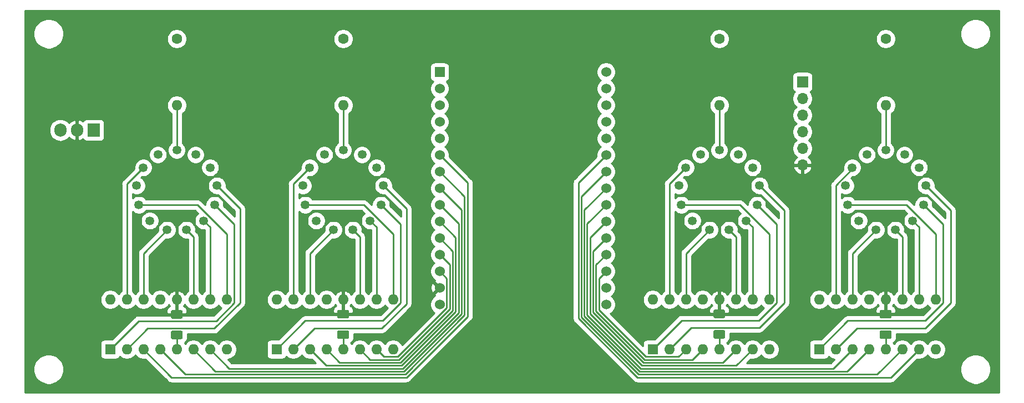
<source format=gtl>
%TF.GenerationSoftware,KiCad,Pcbnew,(5.1.9-0-10_14)*%
%TF.CreationDate,2021-02-12T19:32:22+01:00*%
%TF.ProjectId,nixie_clock,6e697869-655f-4636-9c6f-636b2e6b6963,v01*%
%TF.SameCoordinates,Original*%
%TF.FileFunction,Copper,L1,Top*%
%TF.FilePolarity,Positive*%
%FSLAX46Y46*%
G04 Gerber Fmt 4.6, Leading zero omitted, Abs format (unit mm)*
G04 Created by KiCad (PCBNEW (5.1.9-0-10_14)) date 2021-02-12 19:32:22*
%MOMM*%
%LPD*%
G01*
G04 APERTURE LIST*
%TA.AperFunction,ComponentPad*%
%ADD10O,1.600000X1.600000*%
%TD*%
%TA.AperFunction,ComponentPad*%
%ADD11R,1.600000X1.600000*%
%TD*%
%TA.AperFunction,ComponentPad*%
%ADD12C,1.600000*%
%TD*%
%TA.AperFunction,ComponentPad*%
%ADD13C,1.346200*%
%TD*%
%TA.AperFunction,ComponentPad*%
%ADD14O,1.905000X2.000000*%
%TD*%
%TA.AperFunction,ComponentPad*%
%ADD15R,1.905000X2.000000*%
%TD*%
%TA.AperFunction,ComponentPad*%
%ADD16C,1.524000*%
%TD*%
%TA.AperFunction,ComponentPad*%
%ADD17R,1.524000X1.524000*%
%TD*%
%TA.AperFunction,ComponentPad*%
%ADD18R,1.700000X1.700000*%
%TD*%
%TA.AperFunction,ComponentPad*%
%ADD19O,1.700000X1.700000*%
%TD*%
%TA.AperFunction,Conductor*%
%ADD20C,0.250000*%
%TD*%
%TA.AperFunction,Conductor*%
%ADD21C,0.254000*%
%TD*%
%TA.AperFunction,Conductor*%
%ADD22C,0.150000*%
%TD*%
G04 APERTURE END LIST*
D10*
%TO.P,U4,16*%
%TO.N,Net-(N1-Pad0)*%
X146558000Y-94996000D03*
%TO.P,U4,8*%
%TO.N,Net-(N1-Pad2)*%
X164338000Y-102616000D03*
%TO.P,U4,15*%
%TO.N,Net-(N1-Pad1)*%
X149098000Y-94996000D03*
%TO.P,U4,7*%
%TO.N,/C1*%
X161798000Y-102616000D03*
%TO.P,U4,14*%
%TO.N,Net-(N1-Pad5)*%
X151638000Y-94996000D03*
%TO.P,U4,6*%
%TO.N,/B1*%
X159258000Y-102616000D03*
%TO.P,U4,13*%
%TO.N,Net-(N1-Pad4)*%
X154178000Y-94996000D03*
%TO.P,U4,5*%
%TO.N,+5V*%
X156718000Y-102616000D03*
%TO.P,U4,12*%
%TO.N,GND*%
X156718000Y-94996000D03*
%TO.P,U4,4*%
%TO.N,/D1*%
X154178000Y-102616000D03*
%TO.P,U4,11*%
%TO.N,Net-(N1-Pad6)*%
X159258000Y-94996000D03*
%TO.P,U4,3*%
%TO.N,/A1*%
X151638000Y-102616000D03*
%TO.P,U4,10*%
%TO.N,Net-(N1-Pad7)*%
X161798000Y-94996000D03*
%TO.P,U4,2*%
%TO.N,Net-(N1-Pad9)*%
X149098000Y-102616000D03*
%TO.P,U4,9*%
%TO.N,Net-(N1-Pad3)*%
X164338000Y-94996000D03*
D11*
%TO.P,U4,1*%
%TO.N,Net-(N1-Pad8)*%
X146558000Y-102616000D03*
%TD*%
D10*
%TO.P,R2,2*%
%TO.N,Net-(N2-PadA)*%
X182118000Y-65278000D03*
D12*
%TO.P,R2,1*%
%TO.N,/+170*%
X182118000Y-55118000D03*
%TD*%
D13*
%TO.P,N2,RHDP*%
%TO.N,N/C*%
X179242720Y-72844660D03*
%TO.P,N2,LHDP*%
X184993280Y-72844660D03*
%TO.P,N2,A*%
%TO.N,Net-(N2-PadA)*%
X182118000Y-72136000D03*
%TO.P,N2,9*%
%TO.N,Net-(N2-Pad9)*%
X188262260Y-77579220D03*
%TO.P,N2,8*%
%TO.N,Net-(N2-Pad8)*%
X187904120Y-80518000D03*
%TO.P,N2,7*%
%TO.N,Net-(N2-Pad7)*%
X186222640Y-82956400D03*
%TO.P,N2,6*%
%TO.N,Net-(N2-Pad6)*%
X183598820Y-84333080D03*
%TO.P,N2,5*%
%TO.N,Net-(N2-Pad5)*%
X180637180Y-84333080D03*
%TO.P,N2,4*%
%TO.N,Net-(N2-Pad4)*%
X178013360Y-82956400D03*
%TO.P,N2,3*%
%TO.N,Net-(N2-Pad3)*%
X176331880Y-80518000D03*
%TO.P,N2,2*%
%TO.N,Net-(N2-Pad2)*%
X175973740Y-77579220D03*
%TO.P,N2,1*%
%TO.N,Net-(N2-Pad1)*%
X177025300Y-74808080D03*
%TO.P,N2,0*%
%TO.N,Net-(N2-Pad0)*%
X187210700Y-74808080D03*
%TD*%
%TO.P,N3,0*%
%TO.N,Net-(N3-Pad0)*%
X79006700Y-74808080D03*
%TO.P,N3,1*%
%TO.N,Net-(N3-Pad1)*%
X68821300Y-74808080D03*
%TO.P,N3,2*%
%TO.N,Net-(N3-Pad2)*%
X67769740Y-77579220D03*
%TO.P,N3,3*%
%TO.N,Net-(N3-Pad3)*%
X68127880Y-80518000D03*
%TO.P,N3,4*%
%TO.N,Net-(N3-Pad4)*%
X69809360Y-82956400D03*
%TO.P,N3,5*%
%TO.N,Net-(N3-Pad5)*%
X72433180Y-84333080D03*
%TO.P,N3,6*%
%TO.N,Net-(N3-Pad6)*%
X75394820Y-84333080D03*
%TO.P,N3,7*%
%TO.N,Net-(N3-Pad7)*%
X78018640Y-82956400D03*
%TO.P,N3,8*%
%TO.N,Net-(N3-Pad8)*%
X79700120Y-80518000D03*
%TO.P,N3,9*%
%TO.N,Net-(N3-Pad9)*%
X80058260Y-77579220D03*
%TO.P,N3,A*%
%TO.N,Net-(N3-PadA)*%
X73914000Y-72136000D03*
%TO.P,N3,LHDP*%
%TO.N,N/C*%
X76789280Y-72844660D03*
%TO.P,N3,RHDP*%
X71038720Y-72844660D03*
%TD*%
%TO.P,N4,RHDP*%
%TO.N,N/C*%
X96438720Y-72844660D03*
%TO.P,N4,LHDP*%
X102189280Y-72844660D03*
%TO.P,N4,A*%
%TO.N,Net-(N4-PadA)*%
X99314000Y-72136000D03*
%TO.P,N4,9*%
%TO.N,Net-(N4-Pad9)*%
X105458260Y-77579220D03*
%TO.P,N4,8*%
%TO.N,Net-(N4-Pad8)*%
X105100120Y-80518000D03*
%TO.P,N4,7*%
%TO.N,Net-(N4-Pad7)*%
X103418640Y-82956400D03*
%TO.P,N4,6*%
%TO.N,Net-(N4-Pad6)*%
X100794820Y-84333080D03*
%TO.P,N4,5*%
%TO.N,Net-(N4-Pad5)*%
X97833180Y-84333080D03*
%TO.P,N4,4*%
%TO.N,Net-(N4-Pad4)*%
X95209360Y-82956400D03*
%TO.P,N4,3*%
%TO.N,Net-(N4-Pad3)*%
X93527880Y-80518000D03*
%TO.P,N4,2*%
%TO.N,Net-(N4-Pad2)*%
X93169740Y-77579220D03*
%TO.P,N4,1*%
%TO.N,Net-(N4-Pad1)*%
X94221300Y-74808080D03*
%TO.P,N4,0*%
%TO.N,Net-(N4-Pad0)*%
X104406700Y-74808080D03*
%TD*%
D10*
%TO.P,R1,2*%
%TO.N,Net-(N1-PadA)*%
X156718000Y-65278000D03*
D12*
%TO.P,R1,1*%
%TO.N,/+170*%
X156718000Y-55118000D03*
%TD*%
%TO.P,R3,1*%
%TO.N,/+170*%
X73914000Y-55118000D03*
D10*
%TO.P,R3,2*%
%TO.N,Net-(N3-PadA)*%
X73914000Y-65278000D03*
%TD*%
D12*
%TO.P,R4,1*%
%TO.N,/+170*%
X99314000Y-55118000D03*
D10*
%TO.P,R4,2*%
%TO.N,Net-(N4-PadA)*%
X99314000Y-65278000D03*
%TD*%
D14*
%TO.P,U1,3*%
%TO.N,+5V*%
X56134000Y-69088000D03*
%TO.P,U1,2*%
%TO.N,GND*%
X58674000Y-69088000D03*
D15*
%TO.P,U1,1*%
%TO.N,+12V*%
X61214000Y-69088000D03*
%TD*%
D16*
%TO.P,U2,30*%
%TO.N,N/C*%
X139446000Y-60198000D03*
%TO.P,U2,29*%
%TO.N,Net-(U2-Pad29)*%
X139446000Y-62738000D03*
%TO.P,U2,28*%
%TO.N,N/C*%
X139446000Y-65278000D03*
%TO.P,U2,27*%
X139446000Y-67818000D03*
%TO.P,U2,26*%
%TO.N,Net-(U2-Pad26)*%
X139446000Y-70358000D03*
%TO.P,U2,25*%
%TO.N,/C2*%
X139446000Y-72898000D03*
%TO.P,U2,24*%
%TO.N,/B2*%
X139446000Y-75438000D03*
%TO.P,U2,23*%
%TO.N,/D2*%
X139446000Y-77978000D03*
%TO.P,U2,22*%
%TO.N,/A2*%
X139446000Y-80518000D03*
%TO.P,U2,21*%
%TO.N,/C1*%
X139446000Y-83058000D03*
%TO.P,U2,20*%
%TO.N,/B1*%
X139446000Y-85598000D03*
%TO.P,U2,19*%
%TO.N,/D1*%
X139446000Y-88138000D03*
%TO.P,U2,18*%
%TO.N,/A1*%
X139446000Y-90678000D03*
%TO.P,U2,17*%
%TO.N,N/C*%
X139446000Y-93218000D03*
%TO.P,U2,16*%
X139446000Y-95758000D03*
%TO.P,U2,15*%
%TO.N,+5V*%
X114046000Y-95758000D03*
%TO.P,U2,14*%
%TO.N,GND*%
X114046000Y-93218000D03*
%TO.P,U2,13*%
%TO.N,/C4*%
X114046000Y-90678000D03*
%TO.P,U2,12*%
%TO.N,/B4*%
X114046000Y-88138000D03*
%TO.P,U2,11*%
%TO.N,/D4*%
X114046000Y-85598000D03*
%TO.P,U2,10*%
%TO.N,/A4*%
X114046000Y-83058000D03*
%TO.P,U2,9*%
%TO.N,/C3*%
X114046000Y-80518000D03*
%TO.P,U2,8*%
%TO.N,/B3*%
X114046000Y-77978000D03*
%TO.P,U2,7*%
%TO.N,/D3*%
X114046000Y-75438000D03*
%TO.P,U2,6*%
%TO.N,/A3*%
X114046000Y-72898000D03*
%TO.P,U2,5*%
%TO.N,N/C*%
X114046000Y-70358000D03*
%TO.P,U2,4*%
X114046000Y-67818000D03*
%TO.P,U2,3*%
X114046000Y-65278000D03*
%TO.P,U2,2*%
X114046000Y-62738000D03*
D17*
%TO.P,U2,1*%
X114046000Y-60198000D03*
%TD*%
D11*
%TO.P,U5,1*%
%TO.N,Net-(N2-Pad8)*%
X171958000Y-102616000D03*
D10*
%TO.P,U5,9*%
%TO.N,Net-(N2-Pad3)*%
X189738000Y-94996000D03*
%TO.P,U5,2*%
%TO.N,Net-(N2-Pad9)*%
X174498000Y-102616000D03*
%TO.P,U5,10*%
%TO.N,Net-(N2-Pad7)*%
X187198000Y-94996000D03*
%TO.P,U5,3*%
%TO.N,/A2*%
X177038000Y-102616000D03*
%TO.P,U5,11*%
%TO.N,Net-(N2-Pad6)*%
X184658000Y-94996000D03*
%TO.P,U5,4*%
%TO.N,/D2*%
X179578000Y-102616000D03*
%TO.P,U5,12*%
%TO.N,GND*%
X182118000Y-94996000D03*
%TO.P,U5,5*%
%TO.N,+5V*%
X182118000Y-102616000D03*
%TO.P,U5,13*%
%TO.N,Net-(N2-Pad4)*%
X179578000Y-94996000D03*
%TO.P,U5,6*%
%TO.N,/B2*%
X184658000Y-102616000D03*
%TO.P,U5,14*%
%TO.N,Net-(N2-Pad5)*%
X177038000Y-94996000D03*
%TO.P,U5,7*%
%TO.N,/C2*%
X187198000Y-102616000D03*
%TO.P,U5,15*%
%TO.N,Net-(N2-Pad1)*%
X174498000Y-94996000D03*
%TO.P,U5,8*%
%TO.N,Net-(N2-Pad2)*%
X189738000Y-102616000D03*
%TO.P,U5,16*%
%TO.N,Net-(N2-Pad0)*%
X171958000Y-94996000D03*
%TD*%
%TO.P,U6,16*%
%TO.N,Net-(N3-Pad0)*%
X63754000Y-94996000D03*
%TO.P,U6,8*%
%TO.N,Net-(N3-Pad2)*%
X81534000Y-102616000D03*
%TO.P,U6,15*%
%TO.N,Net-(N3-Pad1)*%
X66294000Y-94996000D03*
%TO.P,U6,7*%
%TO.N,/C3*%
X78994000Y-102616000D03*
%TO.P,U6,14*%
%TO.N,Net-(N3-Pad5)*%
X68834000Y-94996000D03*
%TO.P,U6,6*%
%TO.N,/B3*%
X76454000Y-102616000D03*
%TO.P,U6,13*%
%TO.N,Net-(N3-Pad4)*%
X71374000Y-94996000D03*
%TO.P,U6,5*%
%TO.N,+5V*%
X73914000Y-102616000D03*
%TO.P,U6,12*%
%TO.N,GND*%
X73914000Y-94996000D03*
%TO.P,U6,4*%
%TO.N,/D3*%
X71374000Y-102616000D03*
%TO.P,U6,11*%
%TO.N,Net-(N3-Pad6)*%
X76454000Y-94996000D03*
%TO.P,U6,3*%
%TO.N,/A3*%
X68834000Y-102616000D03*
%TO.P,U6,10*%
%TO.N,Net-(N3-Pad7)*%
X78994000Y-94996000D03*
%TO.P,U6,2*%
%TO.N,Net-(N3-Pad9)*%
X66294000Y-102616000D03*
%TO.P,U6,9*%
%TO.N,Net-(N3-Pad3)*%
X81534000Y-94996000D03*
D11*
%TO.P,U6,1*%
%TO.N,Net-(N3-Pad8)*%
X63754000Y-102616000D03*
%TD*%
%TO.P,U7,1*%
%TO.N,Net-(N4-Pad8)*%
X89154000Y-102616000D03*
D10*
%TO.P,U7,9*%
%TO.N,Net-(N4-Pad3)*%
X106934000Y-94996000D03*
%TO.P,U7,2*%
%TO.N,Net-(N4-Pad9)*%
X91694000Y-102616000D03*
%TO.P,U7,10*%
%TO.N,Net-(N4-Pad7)*%
X104394000Y-94996000D03*
%TO.P,U7,3*%
%TO.N,/A4*%
X94234000Y-102616000D03*
%TO.P,U7,11*%
%TO.N,Net-(N4-Pad6)*%
X101854000Y-94996000D03*
%TO.P,U7,4*%
%TO.N,/D4*%
X96774000Y-102616000D03*
%TO.P,U7,12*%
%TO.N,GND*%
X99314000Y-94996000D03*
%TO.P,U7,5*%
%TO.N,+5V*%
X99314000Y-102616000D03*
%TO.P,U7,13*%
%TO.N,Net-(N4-Pad4)*%
X96774000Y-94996000D03*
%TO.P,U7,6*%
%TO.N,/B4*%
X101854000Y-102616000D03*
%TO.P,U7,14*%
%TO.N,Net-(N4-Pad5)*%
X94234000Y-94996000D03*
%TO.P,U7,7*%
%TO.N,/C4*%
X104394000Y-102616000D03*
%TO.P,U7,15*%
%TO.N,Net-(N4-Pad1)*%
X91694000Y-94996000D03*
%TO.P,U7,8*%
%TO.N,Net-(N4-Pad2)*%
X106934000Y-102616000D03*
%TO.P,U7,16*%
%TO.N,Net-(N4-Pad0)*%
X89154000Y-94996000D03*
%TD*%
D13*
%TO.P,N1,RHDP*%
%TO.N,N/C*%
X153842720Y-72844660D03*
%TO.P,N1,LHDP*%
X159593280Y-72844660D03*
%TO.P,N1,A*%
%TO.N,Net-(N1-PadA)*%
X156718000Y-72136000D03*
%TO.P,N1,9*%
%TO.N,Net-(N1-Pad9)*%
X162862260Y-77579220D03*
%TO.P,N1,8*%
%TO.N,Net-(N1-Pad8)*%
X162504120Y-80518000D03*
%TO.P,N1,7*%
%TO.N,Net-(N1-Pad7)*%
X160822640Y-82956400D03*
%TO.P,N1,6*%
%TO.N,Net-(N1-Pad6)*%
X158198820Y-84333080D03*
%TO.P,N1,5*%
%TO.N,Net-(N1-Pad5)*%
X155237180Y-84333080D03*
%TO.P,N1,4*%
%TO.N,Net-(N1-Pad4)*%
X152613360Y-82956400D03*
%TO.P,N1,3*%
%TO.N,Net-(N1-Pad3)*%
X150931880Y-80518000D03*
%TO.P,N1,2*%
%TO.N,Net-(N1-Pad2)*%
X150573740Y-77579220D03*
%TO.P,N1,1*%
%TO.N,Net-(N1-Pad1)*%
X151625300Y-74808080D03*
%TO.P,N1,0*%
%TO.N,Net-(N1-Pad0)*%
X161810700Y-74808080D03*
%TD*%
%TO.P,C3,1*%
%TO.N,+5V*%
%TA.AperFunction,SMDPad,CuDef*%
G36*
G01*
X74564002Y-101069500D02*
X73263998Y-101069500D01*
G75*
G02*
X73014000Y-100819502I0J249998D01*
G01*
X73014000Y-99994498D01*
G75*
G02*
X73263998Y-99744500I249998J0D01*
G01*
X74564002Y-99744500D01*
G75*
G02*
X74814000Y-99994498I0J-249998D01*
G01*
X74814000Y-100819502D01*
G75*
G02*
X74564002Y-101069500I-249998J0D01*
G01*
G37*
%TD.AperFunction*%
%TO.P,C3,2*%
%TO.N,GND*%
%TA.AperFunction,SMDPad,CuDef*%
G36*
G01*
X74564002Y-97944500D02*
X73263998Y-97944500D01*
G75*
G02*
X73014000Y-97694502I0J249998D01*
G01*
X73014000Y-96869498D01*
G75*
G02*
X73263998Y-96619500I249998J0D01*
G01*
X74564002Y-96619500D01*
G75*
G02*
X74814000Y-96869498I0J-249998D01*
G01*
X74814000Y-97694502D01*
G75*
G02*
X74564002Y-97944500I-249998J0D01*
G01*
G37*
%TD.AperFunction*%
%TD*%
%TO.P,C4,2*%
%TO.N,GND*%
%TA.AperFunction,SMDPad,CuDef*%
G36*
G01*
X182768002Y-97906000D02*
X181467998Y-97906000D01*
G75*
G02*
X181218000Y-97656002I0J249998D01*
G01*
X181218000Y-96830998D01*
G75*
G02*
X181467998Y-96581000I249998J0D01*
G01*
X182768002Y-96581000D01*
G75*
G02*
X183018000Y-96830998I0J-249998D01*
G01*
X183018000Y-97656002D01*
G75*
G02*
X182768002Y-97906000I-249998J0D01*
G01*
G37*
%TD.AperFunction*%
%TO.P,C4,1*%
%TO.N,+5V*%
%TA.AperFunction,SMDPad,CuDef*%
G36*
G01*
X182768002Y-101031000D02*
X181467998Y-101031000D01*
G75*
G02*
X181218000Y-100781002I0J249998D01*
G01*
X181218000Y-99955998D01*
G75*
G02*
X181467998Y-99706000I249998J0D01*
G01*
X182768002Y-99706000D01*
G75*
G02*
X183018000Y-99955998I0J-249998D01*
G01*
X183018000Y-100781002D01*
G75*
G02*
X182768002Y-101031000I-249998J0D01*
G01*
G37*
%TD.AperFunction*%
%TD*%
%TO.P,C5,1*%
%TO.N,+5V*%
%TA.AperFunction,SMDPad,CuDef*%
G36*
G01*
X99964002Y-101031000D02*
X98663998Y-101031000D01*
G75*
G02*
X98414000Y-100781002I0J249998D01*
G01*
X98414000Y-99955998D01*
G75*
G02*
X98663998Y-99706000I249998J0D01*
G01*
X99964002Y-99706000D01*
G75*
G02*
X100214000Y-99955998I0J-249998D01*
G01*
X100214000Y-100781002D01*
G75*
G02*
X99964002Y-101031000I-249998J0D01*
G01*
G37*
%TD.AperFunction*%
%TO.P,C5,2*%
%TO.N,GND*%
%TA.AperFunction,SMDPad,CuDef*%
G36*
G01*
X99964002Y-97906000D02*
X98663998Y-97906000D01*
G75*
G02*
X98414000Y-97656002I0J249998D01*
G01*
X98414000Y-96830998D01*
G75*
G02*
X98663998Y-96581000I249998J0D01*
G01*
X99964002Y-96581000D01*
G75*
G02*
X100214000Y-96830998I0J-249998D01*
G01*
X100214000Y-97656002D01*
G75*
G02*
X99964002Y-97906000I-249998J0D01*
G01*
G37*
%TD.AperFunction*%
%TD*%
%TO.P,C6,2*%
%TO.N,GND*%
%TA.AperFunction,SMDPad,CuDef*%
G36*
G01*
X157368002Y-97867500D02*
X156067998Y-97867500D01*
G75*
G02*
X155818000Y-97617502I0J249998D01*
G01*
X155818000Y-96792498D01*
G75*
G02*
X156067998Y-96542500I249998J0D01*
G01*
X157368002Y-96542500D01*
G75*
G02*
X157618000Y-96792498I0J-249998D01*
G01*
X157618000Y-97617502D01*
G75*
G02*
X157368002Y-97867500I-249998J0D01*
G01*
G37*
%TD.AperFunction*%
%TO.P,C6,1*%
%TO.N,+5V*%
%TA.AperFunction,SMDPad,CuDef*%
G36*
G01*
X157368002Y-100992500D02*
X156067998Y-100992500D01*
G75*
G02*
X155818000Y-100742502I0J249998D01*
G01*
X155818000Y-99917498D01*
G75*
G02*
X156067998Y-99667500I249998J0D01*
G01*
X157368002Y-99667500D01*
G75*
G02*
X157618000Y-99917498I0J-249998D01*
G01*
X157618000Y-100742502D01*
G75*
G02*
X157368002Y-100992500I-249998J0D01*
G01*
G37*
%TD.AperFunction*%
%TD*%
D18*
%TO.P,U3,1*%
%TO.N,N/C*%
X169418000Y-61722000D03*
D19*
%TO.P,U3,2*%
X169418000Y-64262000D03*
%TO.P,U3,3*%
%TO.N,Net-(U2-Pad29)*%
X169418000Y-66802000D03*
%TO.P,U3,4*%
%TO.N,Net-(U2-Pad26)*%
X169418000Y-69342000D03*
%TO.P,U3,5*%
%TO.N,+5V*%
X169418000Y-71882000D03*
%TO.P,U3,6*%
%TO.N,GND*%
X169418000Y-74422000D03*
%TD*%
D20*
%TO.N,Net-(N1-Pad1)*%
X149098000Y-77335380D02*
X151625300Y-74808080D01*
X149098000Y-94996000D02*
X149098000Y-77335380D01*
%TO.N,Net-(N1-Pad3)*%
X159861430Y-80518000D02*
X150931880Y-80518000D01*
X164338000Y-84994570D02*
X159861430Y-80518000D01*
X164338000Y-94996000D02*
X164338000Y-84994570D01*
%TO.N,Net-(N1-Pad5)*%
X151638000Y-87932260D02*
X155237180Y-84333080D01*
X151638000Y-94996000D02*
X151638000Y-87932260D01*
%TO.N,Net-(N1-Pad6)*%
X159258000Y-85392260D02*
X158198820Y-84333080D01*
X159258000Y-94996000D02*
X159258000Y-85392260D01*
%TO.N,Net-(N2-Pad1)*%
X177025300Y-75050470D02*
X177025300Y-74808080D01*
X174498000Y-77577770D02*
X177025300Y-75050470D01*
X174498000Y-94996000D02*
X174498000Y-77577770D01*
%TO.N,Net-(N2-Pad3)*%
X185261430Y-80518000D02*
X176331880Y-80518000D01*
X189738000Y-84994570D02*
X185261430Y-80518000D01*
X189738000Y-94996000D02*
X189738000Y-84994570D01*
%TO.N,Net-(N2-Pad5)*%
X177038000Y-87932260D02*
X180637180Y-84333080D01*
X177038000Y-94996000D02*
X177038000Y-87932260D01*
%TO.N,Net-(N2-Pad6)*%
X184658000Y-85392260D02*
X183598820Y-84333080D01*
X184658000Y-94996000D02*
X184658000Y-85392260D01*
%TO.N,Net-(N2-Pad7)*%
X187198000Y-83931760D02*
X186222640Y-82956400D01*
X187198000Y-94996000D02*
X187198000Y-83931760D01*
%TO.N,Net-(N2-Pad8)*%
X190863001Y-83476881D02*
X187904120Y-80518000D01*
X190863001Y-95536001D02*
X190863001Y-83476881D01*
X188167992Y-98231010D02*
X190863001Y-95536001D01*
X176342990Y-98231010D02*
X188167992Y-98231010D01*
X171958000Y-102616000D02*
X176342990Y-98231010D01*
%TO.N,Net-(N2-Pad9)*%
X192024000Y-81340960D02*
X188262260Y-77579220D01*
X192024000Y-95504000D02*
X192024000Y-81340960D01*
X177733010Y-99380990D02*
X188147010Y-99380990D01*
X188147010Y-99380990D02*
X192024000Y-95504000D01*
X174498000Y-102616000D02*
X177733010Y-99380990D01*
%TO.N,Net-(N2-PadA)*%
X182118000Y-65278000D02*
X182118000Y-72136000D01*
%TO.N,Net-(N3-PadA)*%
X73914000Y-65278000D02*
X73914000Y-72136000D01*
%TO.N,Net-(N3-Pad9)*%
X83566000Y-95504000D02*
X83566000Y-81086960D01*
X79650510Y-99419490D02*
X83566000Y-95504000D01*
X69490510Y-99419490D02*
X79650510Y-99419490D01*
X83566000Y-81086960D02*
X80058260Y-77579220D01*
X66294000Y-102616000D02*
X69490510Y-99419490D01*
%TO.N,Net-(N3-Pad8)*%
X82659001Y-83476881D02*
X79700120Y-80518000D01*
X68100490Y-98269510D02*
X79925492Y-98269510D01*
X82659001Y-95536001D02*
X82659001Y-83476881D01*
X79925492Y-98269510D02*
X82659001Y-95536001D01*
X63754000Y-102616000D02*
X68100490Y-98269510D01*
%TO.N,Net-(N3-Pad7)*%
X78994000Y-83931760D02*
X78018640Y-82956400D01*
X78994000Y-94996000D02*
X78994000Y-83931760D01*
%TO.N,Net-(N3-Pad6)*%
X76454000Y-85392260D02*
X75394820Y-84333080D01*
X76454000Y-94996000D02*
X76454000Y-85392260D01*
%TO.N,Net-(N3-Pad5)*%
X68834000Y-87932260D02*
X72433180Y-84333080D01*
X68834000Y-94996000D02*
X68834000Y-87932260D01*
%TO.N,Net-(N3-Pad3)*%
X77057430Y-80518000D02*
X68127880Y-80518000D01*
X81534000Y-84994570D02*
X77057430Y-80518000D01*
X81534000Y-94996000D02*
X81534000Y-84994570D01*
%TO.N,Net-(N3-Pad1)*%
X66294000Y-77335380D02*
X68821300Y-74808080D01*
X66294000Y-94996000D02*
X66294000Y-77335380D01*
%TO.N,Net-(N4-Pad1)*%
X91694000Y-77335380D02*
X94221300Y-74808080D01*
X91694000Y-94996000D02*
X91694000Y-77335380D01*
%TO.N,Net-(N4-Pad3)*%
X102457430Y-80518000D02*
X93527880Y-80518000D01*
X106934000Y-84994570D02*
X102457430Y-80518000D01*
X106934000Y-94996000D02*
X106934000Y-84994570D01*
%TO.N,Net-(N4-Pad5)*%
X94234000Y-87932260D02*
X97833180Y-84333080D01*
X94234000Y-87932260D02*
X94234000Y-94996000D01*
%TO.N,Net-(N4-Pad6)*%
X101854000Y-85392260D02*
X100794820Y-84333080D01*
X101854000Y-94996000D02*
X101854000Y-85392260D01*
%TO.N,Net-(N4-Pad7)*%
X104394000Y-83931760D02*
X103418640Y-82956400D01*
X104394000Y-94996000D02*
X104394000Y-83931760D01*
%TO.N,Net-(N4-Pad8)*%
X108059001Y-83476881D02*
X105100120Y-80518000D01*
X108059001Y-95536001D02*
X108059001Y-83476881D01*
X105363992Y-98231010D02*
X108059001Y-95536001D01*
X93538990Y-98231010D02*
X105363992Y-98231010D01*
X89154000Y-102616000D02*
X93538990Y-98231010D01*
%TO.N,Net-(N4-Pad9)*%
X94929010Y-99380990D02*
X105222990Y-99380990D01*
X91694000Y-102616000D02*
X94929010Y-99380990D01*
X105222990Y-99380990D02*
X108966000Y-95637980D01*
X108966000Y-81086960D02*
X105458260Y-77579220D01*
X108966000Y-95637980D02*
X108966000Y-81086960D01*
%TO.N,Net-(N4-PadA)*%
X99314000Y-65278000D02*
X99314000Y-72136000D01*
%TO.N,Net-(N1-PadA)*%
X156718000Y-72136000D02*
X156718000Y-65278000D01*
%TO.N,+5V*%
X99314000Y-100368500D02*
X99314000Y-102616000D01*
X73914000Y-100407000D02*
X73914000Y-102616000D01*
X156718000Y-100330000D02*
X156718000Y-102616000D01*
X182118000Y-100368500D02*
X182118000Y-102616000D01*
%TO.N,/A3*%
X73109065Y-106891065D02*
X108976568Y-106891064D01*
X118283071Y-77135071D02*
X114046000Y-72898000D01*
X118283071Y-97584561D02*
X118283071Y-77135071D01*
X108976568Y-106891064D02*
X118283071Y-97584561D01*
X68834000Y-102616000D02*
X73109065Y-106891065D01*
%TO.N,/B3*%
X117383051Y-81315051D02*
X114046000Y-77978000D01*
X117383051Y-97211761D02*
X117383051Y-81315051D01*
X108603766Y-105991046D02*
X117383051Y-97211761D01*
X79829046Y-105991046D02*
X108603766Y-105991046D01*
X76454000Y-102616000D02*
X79829046Y-105991046D01*
%TO.N,/C3*%
X116933041Y-83405041D02*
X114046000Y-80518000D01*
X116933041Y-97025361D02*
X116933041Y-83405041D01*
X108417365Y-105541037D02*
X116933041Y-97025361D01*
X81919037Y-105541037D02*
X108417365Y-105541037D01*
X78994000Y-102616000D02*
X81919037Y-105541037D01*
%TO.N,/D3*%
X117833061Y-79225061D02*
X114046000Y-75438000D01*
X108790167Y-106441055D02*
X117833061Y-97398161D01*
X117833061Y-97398161D02*
X117833061Y-79225061D01*
X75199055Y-106441055D02*
X108790167Y-106441055D01*
X71374000Y-102616000D02*
X75199055Y-106441055D01*
%TO.N,/A4*%
X116483031Y-85495031D02*
X114046000Y-83058000D01*
X116483031Y-96838961D02*
X116483031Y-85495031D01*
X108230964Y-105091028D02*
X116483031Y-96838961D01*
X96709028Y-105091028D02*
X108230964Y-105091028D01*
X94234000Y-102616000D02*
X96709028Y-105091028D01*
%TO.N,/B4*%
X115583011Y-96466161D02*
X115583011Y-89675011D01*
X107858162Y-104191010D02*
X115583011Y-96466161D01*
X115583011Y-89675011D02*
X114046000Y-88138000D01*
X103429010Y-104191010D02*
X107858162Y-104191010D01*
X101854000Y-102616000D02*
X103429010Y-104191010D01*
%TO.N,/C4*%
X115133001Y-96279761D02*
X115133001Y-91765001D01*
X115133001Y-91765001D02*
X114046000Y-90678000D01*
X107671761Y-103741001D02*
X115133001Y-96279761D01*
X105519001Y-103741001D02*
X107671761Y-103741001D01*
X104394000Y-102616000D02*
X105519001Y-103741001D01*
%TO.N,/D4*%
X116033021Y-87585021D02*
X114046000Y-85598000D01*
X116033021Y-96652561D02*
X116033021Y-87585021D01*
X108044563Y-104641019D02*
X116033021Y-96652561D01*
X98799020Y-104641020D02*
X108044563Y-104641019D01*
X96774000Y-102616000D02*
X98799020Y-104641020D01*
%TO.N,/D2*%
X136108949Y-81315051D02*
X139446000Y-77978000D01*
X136108949Y-97534001D02*
X136108949Y-81315051D01*
X176202954Y-105991046D02*
X144565994Y-105991046D01*
X144565994Y-105991046D02*
X136108949Y-97534001D01*
X179578000Y-102616000D02*
X176202954Y-105991046D01*
%TO.N,/C2*%
X135208929Y-77135071D02*
X139446000Y-72898000D01*
X144193192Y-106891064D02*
X135208929Y-97906801D01*
X135208929Y-97906801D02*
X135208929Y-77135071D01*
X182922936Y-106891064D02*
X144193192Y-106891064D01*
X187198000Y-102616000D02*
X182922936Y-106891064D01*
%TO.N,/B2*%
X135658939Y-79225061D02*
X139446000Y-75438000D01*
X135658939Y-97720401D02*
X135658939Y-79225061D01*
X180832945Y-106441055D02*
X144379593Y-106441055D01*
X144379593Y-106441055D02*
X135658939Y-97720401D01*
X184658000Y-102616000D02*
X180832945Y-106441055D01*
%TO.N,/A2*%
X136558959Y-83405041D02*
X139446000Y-80518000D01*
X144752395Y-105541037D02*
X136558959Y-97347601D01*
X174112962Y-105541038D02*
X144752395Y-105541037D01*
X136558959Y-97347601D02*
X136558959Y-83405041D01*
X177038000Y-102616000D02*
X174112962Y-105541038D01*
%TO.N,/D1*%
X137908989Y-89675011D02*
X139446000Y-88138000D01*
X137908989Y-96788401D02*
X137908989Y-89675011D01*
X145311598Y-104191010D02*
X137908989Y-96788401D01*
X152602990Y-104191010D02*
X145311598Y-104191010D01*
X154178000Y-102616000D02*
X152602990Y-104191010D01*
%TO.N,/C1*%
X137008969Y-85495031D02*
X139446000Y-83058000D01*
X137008969Y-97161201D02*
X137008969Y-85495031D01*
X144938796Y-105091028D02*
X137008969Y-97161201D01*
X159322972Y-105091028D02*
X144938796Y-105091028D01*
X161798000Y-102616000D02*
X159322972Y-105091028D01*
%TO.N,/B1*%
X145125197Y-104641019D02*
X137458979Y-96974801D01*
X137458979Y-87585021D02*
X139446000Y-85598000D01*
X157232981Y-104641019D02*
X145125197Y-104641019D01*
X137458979Y-96974801D02*
X137458979Y-87585021D01*
X159258000Y-102616000D02*
X157232981Y-104641019D01*
%TO.N,/A1*%
X138358999Y-91765001D02*
X139446000Y-90678000D01*
X145497999Y-103741001D02*
X138358999Y-96602001D01*
X150512999Y-103741001D02*
X145497999Y-103741001D01*
X138358999Y-96602001D02*
X138358999Y-91765001D01*
X151638000Y-102616000D02*
X150512999Y-103741001D01*
%TO.N,Net-(N1-Pad8)*%
X165463001Y-83476881D02*
X162504120Y-80518000D01*
X162806492Y-98192510D02*
X165463001Y-95536001D01*
X165463001Y-95536001D02*
X165463001Y-83476881D01*
X150981490Y-98192510D02*
X162806492Y-98192510D01*
X146558000Y-102616000D02*
X150981490Y-98192510D01*
%TO.N,Net-(N1-Pad9)*%
X149098000Y-102616000D02*
X152400000Y-99314000D01*
X152400000Y-99314000D02*
X162814000Y-99314000D01*
X162814000Y-99314000D02*
X166624000Y-95504000D01*
X166624000Y-81340960D02*
X162862260Y-77579220D01*
X166624000Y-95504000D02*
X166624000Y-81340960D01*
%TO.N,Net-(N1-Pad7)*%
X161798000Y-83931760D02*
X160822640Y-82956400D01*
X161798000Y-94996000D02*
X161798000Y-83931760D01*
%TD*%
D21*
%TO.N,GND*%
X199400001Y-109230000D02*
X50790000Y-109230000D01*
X50790000Y-105434811D01*
X52029000Y-105434811D01*
X52029000Y-105893189D01*
X52118426Y-106342761D01*
X52293840Y-106766248D01*
X52548501Y-107147376D01*
X52872624Y-107471499D01*
X53253752Y-107726160D01*
X53677239Y-107901574D01*
X54126811Y-107991000D01*
X54585189Y-107991000D01*
X55034761Y-107901574D01*
X55458248Y-107726160D01*
X55839376Y-107471499D01*
X56163499Y-107147376D01*
X56418160Y-106766248D01*
X56593574Y-106342761D01*
X56683000Y-105893189D01*
X56683000Y-105434811D01*
X56593574Y-104985239D01*
X56418160Y-104561752D01*
X56163499Y-104180624D01*
X55839376Y-103856501D01*
X55458248Y-103601840D01*
X55034761Y-103426426D01*
X54585189Y-103337000D01*
X54126811Y-103337000D01*
X53677239Y-103426426D01*
X53253752Y-103601840D01*
X52872624Y-103856501D01*
X52548501Y-104180624D01*
X52293840Y-104561752D01*
X52118426Y-104985239D01*
X52029000Y-105434811D01*
X50790000Y-105434811D01*
X50790000Y-101816000D01*
X62223483Y-101816000D01*
X62223483Y-103416000D01*
X62237520Y-103558517D01*
X62279090Y-103695557D01*
X62346597Y-103821853D01*
X62437446Y-103932554D01*
X62548147Y-104023403D01*
X62674443Y-104090910D01*
X62811483Y-104132480D01*
X62954000Y-104146517D01*
X64554000Y-104146517D01*
X64696517Y-104132480D01*
X64833557Y-104090910D01*
X64959853Y-104023403D01*
X65070554Y-103932554D01*
X65161403Y-103821853D01*
X65223735Y-103705240D01*
X65320594Y-103802099D01*
X65570694Y-103969210D01*
X65848590Y-104084319D01*
X66143604Y-104143000D01*
X66444396Y-104143000D01*
X66739410Y-104084319D01*
X67017306Y-103969210D01*
X67267406Y-103802099D01*
X67480099Y-103589406D01*
X67564000Y-103463839D01*
X67647901Y-103589406D01*
X67860594Y-103802099D01*
X68110694Y-103969210D01*
X68388590Y-104084319D01*
X68683604Y-104143000D01*
X68984396Y-104143000D01*
X69127605Y-104114514D01*
X72477020Y-107463930D01*
X72503696Y-107496435D01*
X72536201Y-107523111D01*
X72536203Y-107523113D01*
X72633428Y-107602904D01*
X72781441Y-107682019D01*
X72830159Y-107696797D01*
X72942045Y-107730737D01*
X73067214Y-107743065D01*
X73067216Y-107743065D01*
X73109065Y-107747187D01*
X73150914Y-107743065D01*
X108934709Y-107743063D01*
X108976568Y-107747186D01*
X109128067Y-107732264D01*
X109143589Y-107730735D01*
X109192306Y-107715957D01*
X109304191Y-107682018D01*
X109452204Y-107602903D01*
X109549429Y-107523112D01*
X109581938Y-107496433D01*
X109608618Y-107463923D01*
X118855926Y-98216615D01*
X118888441Y-98189931D01*
X118994910Y-98060197D01*
X119074025Y-97912185D01*
X119122743Y-97751582D01*
X119135071Y-97626413D01*
X119135071Y-97626410D01*
X119139193Y-97584561D01*
X119135071Y-97542712D01*
X119135071Y-77176919D01*
X119139192Y-77135071D01*
X134352807Y-77135071D01*
X134356930Y-77176930D01*
X134356929Y-97864952D01*
X134352807Y-97906801D01*
X134356929Y-97948650D01*
X134356929Y-97948652D01*
X134369257Y-98073821D01*
X134416939Y-98231010D01*
X134417975Y-98234424D01*
X134497090Y-98382437D01*
X134509887Y-98398030D01*
X134603559Y-98512171D01*
X134636075Y-98538856D01*
X143561142Y-107463924D01*
X143587822Y-107496434D01*
X143717556Y-107602903D01*
X143865568Y-107682018D01*
X144026171Y-107730736D01*
X144151340Y-107743064D01*
X144151343Y-107743064D01*
X144193192Y-107747186D01*
X144235041Y-107743064D01*
X182881087Y-107743064D01*
X182922936Y-107747186D01*
X182964785Y-107743064D01*
X182964788Y-107743064D01*
X183089957Y-107730736D01*
X183250560Y-107682018D01*
X183398572Y-107602903D01*
X183528306Y-107496434D01*
X183554991Y-107463918D01*
X185584098Y-105434811D01*
X193507000Y-105434811D01*
X193507000Y-105893189D01*
X193596426Y-106342761D01*
X193771840Y-106766248D01*
X194026501Y-107147376D01*
X194350624Y-107471499D01*
X194731752Y-107726160D01*
X195155239Y-107901574D01*
X195604811Y-107991000D01*
X196063189Y-107991000D01*
X196512761Y-107901574D01*
X196936248Y-107726160D01*
X197317376Y-107471499D01*
X197641499Y-107147376D01*
X197896160Y-106766248D01*
X198071574Y-106342761D01*
X198161000Y-105893189D01*
X198161000Y-105434811D01*
X198071574Y-104985239D01*
X197896160Y-104561752D01*
X197641499Y-104180624D01*
X197317376Y-103856501D01*
X196936248Y-103601840D01*
X196512761Y-103426426D01*
X196063189Y-103337000D01*
X195604811Y-103337000D01*
X195155239Y-103426426D01*
X194731752Y-103601840D01*
X194350624Y-103856501D01*
X194026501Y-104180624D01*
X193771840Y-104561752D01*
X193596426Y-104985239D01*
X193507000Y-105434811D01*
X185584098Y-105434811D01*
X186904395Y-104114514D01*
X187047604Y-104143000D01*
X187348396Y-104143000D01*
X187643410Y-104084319D01*
X187921306Y-103969210D01*
X188171406Y-103802099D01*
X188384099Y-103589406D01*
X188468000Y-103463839D01*
X188551901Y-103589406D01*
X188764594Y-103802099D01*
X189014694Y-103969210D01*
X189292590Y-104084319D01*
X189587604Y-104143000D01*
X189888396Y-104143000D01*
X190183410Y-104084319D01*
X190461306Y-103969210D01*
X190711406Y-103802099D01*
X190924099Y-103589406D01*
X191091210Y-103339306D01*
X191206319Y-103061410D01*
X191265000Y-102766396D01*
X191265000Y-102465604D01*
X191206319Y-102170590D01*
X191091210Y-101892694D01*
X190924099Y-101642594D01*
X190711406Y-101429901D01*
X190461306Y-101262790D01*
X190183410Y-101147681D01*
X189888396Y-101089000D01*
X189587604Y-101089000D01*
X189292590Y-101147681D01*
X189014694Y-101262790D01*
X188764594Y-101429901D01*
X188551901Y-101642594D01*
X188468000Y-101768161D01*
X188384099Y-101642594D01*
X188171406Y-101429901D01*
X187921306Y-101262790D01*
X187643410Y-101147681D01*
X187348396Y-101089000D01*
X187047604Y-101089000D01*
X186752590Y-101147681D01*
X186474694Y-101262790D01*
X186224594Y-101429901D01*
X186011901Y-101642594D01*
X185928000Y-101768161D01*
X185844099Y-101642594D01*
X185631406Y-101429901D01*
X185381306Y-101262790D01*
X185103410Y-101147681D01*
X184808396Y-101089000D01*
X184507604Y-101089000D01*
X184212590Y-101147681D01*
X183934694Y-101262790D01*
X183684594Y-101429901D01*
X183471901Y-101642594D01*
X183388000Y-101768161D01*
X183304099Y-101642594D01*
X183276923Y-101615418D01*
X183312747Y-101596270D01*
X183461331Y-101474331D01*
X183583270Y-101325747D01*
X183673880Y-101156229D01*
X183729677Y-100972291D01*
X183748517Y-100781002D01*
X183748517Y-100232990D01*
X188105161Y-100232990D01*
X188147010Y-100237112D01*
X188188859Y-100232990D01*
X188188862Y-100232990D01*
X188314031Y-100220662D01*
X188474634Y-100171944D01*
X188622646Y-100092829D01*
X188752380Y-99986360D01*
X188779065Y-99953844D01*
X192596861Y-96136049D01*
X192629370Y-96109370D01*
X192735839Y-95979636D01*
X192814954Y-95831624D01*
X192863672Y-95671021D01*
X192876000Y-95545852D01*
X192876000Y-95545849D01*
X192880122Y-95504000D01*
X192876000Y-95462151D01*
X192876000Y-81382809D01*
X192880122Y-81340960D01*
X192871555Y-81253980D01*
X192863672Y-81173939D01*
X192814954Y-81013336D01*
X192735839Y-80865324D01*
X192629370Y-80735590D01*
X192596860Y-80708910D01*
X189652854Y-77764905D01*
X189662360Y-77717118D01*
X189662360Y-77441322D01*
X189608554Y-77170826D01*
X189503012Y-76916024D01*
X189349788Y-76686709D01*
X189154771Y-76491692D01*
X188925456Y-76338468D01*
X188670654Y-76232926D01*
X188400158Y-76179120D01*
X188124362Y-76179120D01*
X187853866Y-76232926D01*
X187599064Y-76338468D01*
X187369749Y-76491692D01*
X187174732Y-76686709D01*
X187021508Y-76916024D01*
X186915966Y-77170826D01*
X186862160Y-77441322D01*
X186862160Y-77717118D01*
X186915966Y-77987614D01*
X187021508Y-78242416D01*
X187174732Y-78471731D01*
X187369749Y-78666748D01*
X187599064Y-78819972D01*
X187853866Y-78925514D01*
X188124362Y-78979320D01*
X188400158Y-78979320D01*
X188447945Y-78969814D01*
X191172001Y-81693871D01*
X191172001Y-82580971D01*
X189294714Y-80703685D01*
X189304220Y-80655898D01*
X189304220Y-80380102D01*
X189250414Y-80109606D01*
X189144872Y-79854804D01*
X188991648Y-79625489D01*
X188796631Y-79430472D01*
X188567316Y-79277248D01*
X188312514Y-79171706D01*
X188042018Y-79117900D01*
X187766222Y-79117900D01*
X187495726Y-79171706D01*
X187240924Y-79277248D01*
X187011609Y-79430472D01*
X186816592Y-79625489D01*
X186663368Y-79854804D01*
X186557826Y-80109606D01*
X186504020Y-80380102D01*
X186504020Y-80555681D01*
X185893485Y-79945146D01*
X185866800Y-79912630D01*
X185737066Y-79806161D01*
X185589054Y-79727046D01*
X185428451Y-79678328D01*
X185303282Y-79666000D01*
X185303279Y-79666000D01*
X185261430Y-79661878D01*
X185219581Y-79666000D01*
X177446477Y-79666000D01*
X177419408Y-79625489D01*
X177224391Y-79430472D01*
X176995076Y-79277248D01*
X176740274Y-79171706D01*
X176469778Y-79117900D01*
X176193982Y-79117900D01*
X175923486Y-79171706D01*
X175668684Y-79277248D01*
X175439369Y-79430472D01*
X175350000Y-79519841D01*
X175350000Y-78836315D01*
X175565346Y-78925514D01*
X175835842Y-78979320D01*
X176111638Y-78979320D01*
X176382134Y-78925514D01*
X176636936Y-78819972D01*
X176866251Y-78666748D01*
X177061268Y-78471731D01*
X177214492Y-78242416D01*
X177320034Y-77987614D01*
X177373840Y-77717118D01*
X177373840Y-77441322D01*
X177320034Y-77170826D01*
X177214492Y-76916024D01*
X177061268Y-76686709D01*
X176866251Y-76491692D01*
X176819935Y-76460745D01*
X177072500Y-76208180D01*
X177163198Y-76208180D01*
X177433694Y-76154374D01*
X177688496Y-76048832D01*
X177917811Y-75895608D01*
X178112828Y-75700591D01*
X178266052Y-75471276D01*
X178371594Y-75216474D01*
X178425400Y-74945978D01*
X178425400Y-74670182D01*
X185810600Y-74670182D01*
X185810600Y-74945978D01*
X185864406Y-75216474D01*
X185969948Y-75471276D01*
X186123172Y-75700591D01*
X186318189Y-75895608D01*
X186547504Y-76048832D01*
X186802306Y-76154374D01*
X187072802Y-76208180D01*
X187348598Y-76208180D01*
X187619094Y-76154374D01*
X187873896Y-76048832D01*
X188103211Y-75895608D01*
X188298228Y-75700591D01*
X188451452Y-75471276D01*
X188556994Y-75216474D01*
X188610800Y-74945978D01*
X188610800Y-74670182D01*
X188556994Y-74399686D01*
X188451452Y-74144884D01*
X188298228Y-73915569D01*
X188103211Y-73720552D01*
X187873896Y-73567328D01*
X187619094Y-73461786D01*
X187348598Y-73407980D01*
X187072802Y-73407980D01*
X186802306Y-73461786D01*
X186547504Y-73567328D01*
X186318189Y-73720552D01*
X186123172Y-73915569D01*
X185969948Y-74144884D01*
X185864406Y-74399686D01*
X185810600Y-74670182D01*
X178425400Y-74670182D01*
X178371594Y-74399686D01*
X178266052Y-74144884D01*
X178112828Y-73915569D01*
X177917811Y-73720552D01*
X177688496Y-73567328D01*
X177433694Y-73461786D01*
X177163198Y-73407980D01*
X176887402Y-73407980D01*
X176616906Y-73461786D01*
X176362104Y-73567328D01*
X176132789Y-73720552D01*
X175937772Y-73915569D01*
X175784548Y-74144884D01*
X175679006Y-74399686D01*
X175625200Y-74670182D01*
X175625200Y-74945978D01*
X175674921Y-75195939D01*
X173925141Y-76945720D01*
X173892631Y-76972400D01*
X173863615Y-77007757D01*
X173786161Y-77102134D01*
X173707046Y-77250147D01*
X173658329Y-77410750D01*
X173641878Y-77577770D01*
X173646001Y-77619629D01*
X173646000Y-93728780D01*
X173524594Y-93809901D01*
X173311901Y-94022594D01*
X173228000Y-94148161D01*
X173144099Y-94022594D01*
X172931406Y-93809901D01*
X172681306Y-93642790D01*
X172403410Y-93527681D01*
X172108396Y-93469000D01*
X171807604Y-93469000D01*
X171512590Y-93527681D01*
X171234694Y-93642790D01*
X170984594Y-93809901D01*
X170771901Y-94022594D01*
X170604790Y-94272694D01*
X170489681Y-94550590D01*
X170431000Y-94845604D01*
X170431000Y-95146396D01*
X170489681Y-95441410D01*
X170604790Y-95719306D01*
X170771901Y-95969406D01*
X170984594Y-96182099D01*
X171234694Y-96349210D01*
X171512590Y-96464319D01*
X171807604Y-96523000D01*
X172108396Y-96523000D01*
X172403410Y-96464319D01*
X172681306Y-96349210D01*
X172931406Y-96182099D01*
X173144099Y-95969406D01*
X173228000Y-95843839D01*
X173311901Y-95969406D01*
X173524594Y-96182099D01*
X173774694Y-96349210D01*
X174052590Y-96464319D01*
X174347604Y-96523000D01*
X174648396Y-96523000D01*
X174943410Y-96464319D01*
X175221306Y-96349210D01*
X175471406Y-96182099D01*
X175684099Y-95969406D01*
X175768000Y-95843839D01*
X175851901Y-95969406D01*
X176064594Y-96182099D01*
X176314694Y-96349210D01*
X176592590Y-96464319D01*
X176887604Y-96523000D01*
X177188396Y-96523000D01*
X177483410Y-96464319D01*
X177761306Y-96349210D01*
X178011406Y-96182099D01*
X178224099Y-95969406D01*
X178308000Y-95843839D01*
X178391901Y-95969406D01*
X178604594Y-96182099D01*
X178854694Y-96349210D01*
X179132590Y-96464319D01*
X179427604Y-96523000D01*
X179728396Y-96523000D01*
X180023410Y-96464319D01*
X180301306Y-96349210D01*
X180551406Y-96182099D01*
X180764099Y-95969406D01*
X180907677Y-95754525D01*
X180965615Y-95851131D01*
X181067212Y-95963168D01*
X180973820Y-95991498D01*
X180863506Y-96050463D01*
X180766815Y-96129815D01*
X180687463Y-96226506D01*
X180628498Y-96336820D01*
X180592188Y-96456518D01*
X180579928Y-96581000D01*
X180583000Y-96957750D01*
X180741750Y-97116500D01*
X181991000Y-97116500D01*
X181991000Y-95123000D01*
X181971000Y-95123000D01*
X181971000Y-94869000D01*
X181991000Y-94869000D01*
X181991000Y-93726085D01*
X181768961Y-93604096D01*
X181634913Y-93644754D01*
X181380580Y-93764963D01*
X181154586Y-93932481D01*
X180965615Y-94140869D01*
X180907677Y-94237475D01*
X180764099Y-94022594D01*
X180551406Y-93809901D01*
X180301306Y-93642790D01*
X180023410Y-93527681D01*
X179728396Y-93469000D01*
X179427604Y-93469000D01*
X179132590Y-93527681D01*
X178854694Y-93642790D01*
X178604594Y-93809901D01*
X178391901Y-94022594D01*
X178308000Y-94148161D01*
X178224099Y-94022594D01*
X178011406Y-93809901D01*
X177890000Y-93728780D01*
X177890000Y-88285169D01*
X180451495Y-85723674D01*
X180499282Y-85733180D01*
X180775078Y-85733180D01*
X181045574Y-85679374D01*
X181300376Y-85573832D01*
X181529691Y-85420608D01*
X181724708Y-85225591D01*
X181877932Y-84996276D01*
X181983474Y-84741474D01*
X182037280Y-84470978D01*
X182037280Y-84195182D01*
X181983474Y-83924686D01*
X181877932Y-83669884D01*
X181724708Y-83440569D01*
X181529691Y-83245552D01*
X181300376Y-83092328D01*
X181045574Y-82986786D01*
X180775078Y-82932980D01*
X180499282Y-82932980D01*
X180228786Y-82986786D01*
X179973984Y-83092328D01*
X179744669Y-83245552D01*
X179549652Y-83440569D01*
X179396428Y-83669884D01*
X179290886Y-83924686D01*
X179237080Y-84195182D01*
X179237080Y-84470978D01*
X179246586Y-84518765D01*
X176465141Y-87300210D01*
X176432631Y-87326890D01*
X176405952Y-87359399D01*
X176326161Y-87456624D01*
X176247046Y-87604637D01*
X176198329Y-87765240D01*
X176181878Y-87932260D01*
X176186001Y-87974119D01*
X176186000Y-93728780D01*
X176064594Y-93809901D01*
X175851901Y-94022594D01*
X175768000Y-94148161D01*
X175684099Y-94022594D01*
X175471406Y-93809901D01*
X175350000Y-93728780D01*
X175350000Y-82818502D01*
X176613260Y-82818502D01*
X176613260Y-83094298D01*
X176667066Y-83364794D01*
X176772608Y-83619596D01*
X176925832Y-83848911D01*
X177120849Y-84043928D01*
X177350164Y-84197152D01*
X177604966Y-84302694D01*
X177875462Y-84356500D01*
X178151258Y-84356500D01*
X178421754Y-84302694D01*
X178676556Y-84197152D01*
X178905871Y-84043928D01*
X179100888Y-83848911D01*
X179254112Y-83619596D01*
X179359654Y-83364794D01*
X179413460Y-83094298D01*
X179413460Y-82818502D01*
X179359654Y-82548006D01*
X179254112Y-82293204D01*
X179100888Y-82063889D01*
X178905871Y-81868872D01*
X178676556Y-81715648D01*
X178421754Y-81610106D01*
X178151258Y-81556300D01*
X177875462Y-81556300D01*
X177604966Y-81610106D01*
X177350164Y-81715648D01*
X177120849Y-81868872D01*
X176925832Y-82063889D01*
X176772608Y-82293204D01*
X176667066Y-82548006D01*
X176613260Y-82818502D01*
X175350000Y-82818502D01*
X175350000Y-81516159D01*
X175439369Y-81605528D01*
X175668684Y-81758752D01*
X175923486Y-81864294D01*
X176193982Y-81918100D01*
X176469778Y-81918100D01*
X176740274Y-81864294D01*
X176995076Y-81758752D01*
X177224391Y-81605528D01*
X177419408Y-81410511D01*
X177446477Y-81370000D01*
X184908521Y-81370000D01*
X185376445Y-81837924D01*
X185330129Y-81868872D01*
X185135112Y-82063889D01*
X184981888Y-82293204D01*
X184876346Y-82548006D01*
X184822540Y-82818502D01*
X184822540Y-83094298D01*
X184876346Y-83364794D01*
X184981888Y-83619596D01*
X185135112Y-83848911D01*
X185330129Y-84043928D01*
X185559444Y-84197152D01*
X185814246Y-84302694D01*
X186084742Y-84356500D01*
X186346001Y-84356500D01*
X186346000Y-93728780D01*
X186224594Y-93809901D01*
X186011901Y-94022594D01*
X185928000Y-94148161D01*
X185844099Y-94022594D01*
X185631406Y-93809901D01*
X185510000Y-93728780D01*
X185510000Y-85434109D01*
X185514122Y-85392260D01*
X185507221Y-85322193D01*
X185497672Y-85225239D01*
X185448954Y-85064636D01*
X185369839Y-84916624D01*
X185263370Y-84786890D01*
X185230860Y-84760210D01*
X184989414Y-84518765D01*
X184998920Y-84470978D01*
X184998920Y-84195182D01*
X184945114Y-83924686D01*
X184839572Y-83669884D01*
X184686348Y-83440569D01*
X184491331Y-83245552D01*
X184262016Y-83092328D01*
X184007214Y-82986786D01*
X183736718Y-82932980D01*
X183460922Y-82932980D01*
X183190426Y-82986786D01*
X182935624Y-83092328D01*
X182706309Y-83245552D01*
X182511292Y-83440569D01*
X182358068Y-83669884D01*
X182252526Y-83924686D01*
X182198720Y-84195182D01*
X182198720Y-84470978D01*
X182252526Y-84741474D01*
X182358068Y-84996276D01*
X182511292Y-85225591D01*
X182706309Y-85420608D01*
X182935624Y-85573832D01*
X183190426Y-85679374D01*
X183460922Y-85733180D01*
X183736718Y-85733180D01*
X183784505Y-85723674D01*
X183806001Y-85745171D01*
X183806000Y-93728780D01*
X183684594Y-93809901D01*
X183471901Y-94022594D01*
X183328323Y-94237475D01*
X183270385Y-94140869D01*
X183081414Y-93932481D01*
X182855420Y-93764963D01*
X182601087Y-93644754D01*
X182467039Y-93604096D01*
X182245000Y-93726085D01*
X182245000Y-94869000D01*
X182265000Y-94869000D01*
X182265000Y-95123000D01*
X182245000Y-95123000D01*
X182245000Y-97116500D01*
X183494250Y-97116500D01*
X183653000Y-96957750D01*
X183656072Y-96581000D01*
X183643812Y-96456518D01*
X183607502Y-96336820D01*
X183548537Y-96226506D01*
X183469185Y-96129815D01*
X183372494Y-96050463D01*
X183262180Y-95991498D01*
X183168788Y-95963168D01*
X183270385Y-95851131D01*
X183328323Y-95754525D01*
X183471901Y-95969406D01*
X183684594Y-96182099D01*
X183934694Y-96349210D01*
X184212590Y-96464319D01*
X184507604Y-96523000D01*
X184808396Y-96523000D01*
X185103410Y-96464319D01*
X185381306Y-96349210D01*
X185631406Y-96182099D01*
X185844099Y-95969406D01*
X185928000Y-95843839D01*
X186011901Y-95969406D01*
X186224594Y-96182099D01*
X186474694Y-96349210D01*
X186752590Y-96464319D01*
X187047604Y-96523000D01*
X187348396Y-96523000D01*
X187643410Y-96464319D01*
X187921306Y-96349210D01*
X188171406Y-96182099D01*
X188384099Y-95969406D01*
X188468000Y-95843839D01*
X188551901Y-95969406D01*
X188764594Y-96182099D01*
X188912899Y-96281193D01*
X187815083Y-97379010D01*
X183502760Y-97379010D01*
X183494250Y-97370500D01*
X182245000Y-97370500D01*
X182245000Y-97379010D01*
X181991000Y-97379010D01*
X181991000Y-97370500D01*
X180741750Y-97370500D01*
X180733240Y-97379010D01*
X176384838Y-97379010D01*
X176342989Y-97374888D01*
X176301140Y-97379010D01*
X176301138Y-97379010D01*
X176175969Y-97391338D01*
X176015366Y-97440056D01*
X175946468Y-97476883D01*
X175867353Y-97519171D01*
X175811290Y-97565181D01*
X175737620Y-97625640D01*
X175710941Y-97658149D01*
X172283608Y-101085483D01*
X171158000Y-101085483D01*
X171015483Y-101099520D01*
X170878443Y-101141090D01*
X170752147Y-101208597D01*
X170641446Y-101299446D01*
X170550597Y-101410147D01*
X170483090Y-101536443D01*
X170441520Y-101673483D01*
X170427483Y-101816000D01*
X170427483Y-103416000D01*
X170441520Y-103558517D01*
X170483090Y-103695557D01*
X170550597Y-103821853D01*
X170641446Y-103932554D01*
X170752147Y-104023403D01*
X170878443Y-104090910D01*
X171015483Y-104132480D01*
X171158000Y-104146517D01*
X172758000Y-104146517D01*
X172900517Y-104132480D01*
X173037557Y-104090910D01*
X173163853Y-104023403D01*
X173274554Y-103932554D01*
X173365403Y-103821853D01*
X173427735Y-103705240D01*
X173524594Y-103802099D01*
X173774694Y-103969210D01*
X174052590Y-104084319D01*
X174312978Y-104136113D01*
X173760052Y-104689039D01*
X160929871Y-104689038D01*
X161504395Y-104114514D01*
X161647604Y-104143000D01*
X161948396Y-104143000D01*
X162243410Y-104084319D01*
X162521306Y-103969210D01*
X162771406Y-103802099D01*
X162984099Y-103589406D01*
X163068000Y-103463839D01*
X163151901Y-103589406D01*
X163364594Y-103802099D01*
X163614694Y-103969210D01*
X163892590Y-104084319D01*
X164187604Y-104143000D01*
X164488396Y-104143000D01*
X164783410Y-104084319D01*
X165061306Y-103969210D01*
X165311406Y-103802099D01*
X165524099Y-103589406D01*
X165691210Y-103339306D01*
X165806319Y-103061410D01*
X165865000Y-102766396D01*
X165865000Y-102465604D01*
X165806319Y-102170590D01*
X165691210Y-101892694D01*
X165524099Y-101642594D01*
X165311406Y-101429901D01*
X165061306Y-101262790D01*
X164783410Y-101147681D01*
X164488396Y-101089000D01*
X164187604Y-101089000D01*
X163892590Y-101147681D01*
X163614694Y-101262790D01*
X163364594Y-101429901D01*
X163151901Y-101642594D01*
X163068000Y-101768161D01*
X162984099Y-101642594D01*
X162771406Y-101429901D01*
X162521306Y-101262790D01*
X162243410Y-101147681D01*
X161948396Y-101089000D01*
X161647604Y-101089000D01*
X161352590Y-101147681D01*
X161074694Y-101262790D01*
X160824594Y-101429901D01*
X160611901Y-101642594D01*
X160528000Y-101768161D01*
X160444099Y-101642594D01*
X160231406Y-101429901D01*
X159981306Y-101262790D01*
X159703410Y-101147681D01*
X159408396Y-101089000D01*
X159107604Y-101089000D01*
X158812590Y-101147681D01*
X158534694Y-101262790D01*
X158284594Y-101429901D01*
X158071901Y-101642594D01*
X157988000Y-101768161D01*
X157904099Y-101642594D01*
X157851834Y-101590329D01*
X157912747Y-101557770D01*
X158061331Y-101435831D01*
X158183270Y-101287247D01*
X158273880Y-101117729D01*
X158329677Y-100933791D01*
X158348517Y-100742502D01*
X158348517Y-100166000D01*
X162772151Y-100166000D01*
X162814000Y-100170122D01*
X162855849Y-100166000D01*
X162855852Y-100166000D01*
X162981021Y-100153672D01*
X163141624Y-100104954D01*
X163289636Y-100025839D01*
X163419370Y-99919370D01*
X163446055Y-99886854D01*
X167196861Y-96136049D01*
X167229370Y-96109370D01*
X167335839Y-95979636D01*
X167414954Y-95831624D01*
X167463672Y-95671021D01*
X167476000Y-95545852D01*
X167476000Y-95545849D01*
X167480122Y-95504000D01*
X167476000Y-95462151D01*
X167476000Y-81382809D01*
X167480122Y-81340960D01*
X167471555Y-81253980D01*
X167463672Y-81173939D01*
X167414954Y-81013336D01*
X167335839Y-80865324D01*
X167229370Y-80735590D01*
X167196860Y-80708910D01*
X164252854Y-77764905D01*
X164262360Y-77717118D01*
X164262360Y-77441322D01*
X164208554Y-77170826D01*
X164103012Y-76916024D01*
X163949788Y-76686709D01*
X163754771Y-76491692D01*
X163525456Y-76338468D01*
X163270654Y-76232926D01*
X163000158Y-76179120D01*
X162724362Y-76179120D01*
X162453866Y-76232926D01*
X162199064Y-76338468D01*
X161969749Y-76491692D01*
X161774732Y-76686709D01*
X161621508Y-76916024D01*
X161515966Y-77170826D01*
X161462160Y-77441322D01*
X161462160Y-77717118D01*
X161515966Y-77987614D01*
X161621508Y-78242416D01*
X161774732Y-78471731D01*
X161969749Y-78666748D01*
X162199064Y-78819972D01*
X162453866Y-78925514D01*
X162724362Y-78979320D01*
X163000158Y-78979320D01*
X163047945Y-78969814D01*
X165772001Y-81693871D01*
X165772001Y-82580971D01*
X163894714Y-80703685D01*
X163904220Y-80655898D01*
X163904220Y-80380102D01*
X163850414Y-80109606D01*
X163744872Y-79854804D01*
X163591648Y-79625489D01*
X163396631Y-79430472D01*
X163167316Y-79277248D01*
X162912514Y-79171706D01*
X162642018Y-79117900D01*
X162366222Y-79117900D01*
X162095726Y-79171706D01*
X161840924Y-79277248D01*
X161611609Y-79430472D01*
X161416592Y-79625489D01*
X161263368Y-79854804D01*
X161157826Y-80109606D01*
X161104020Y-80380102D01*
X161104020Y-80555681D01*
X160493485Y-79945146D01*
X160466800Y-79912630D01*
X160337066Y-79806161D01*
X160189054Y-79727046D01*
X160028451Y-79678328D01*
X159903282Y-79666000D01*
X159903279Y-79666000D01*
X159861430Y-79661878D01*
X159819581Y-79666000D01*
X152046477Y-79666000D01*
X152019408Y-79625489D01*
X151824391Y-79430472D01*
X151595076Y-79277248D01*
X151340274Y-79171706D01*
X151069778Y-79117900D01*
X150793982Y-79117900D01*
X150523486Y-79171706D01*
X150268684Y-79277248D01*
X150039369Y-79430472D01*
X149950000Y-79519841D01*
X149950000Y-78836315D01*
X150165346Y-78925514D01*
X150435842Y-78979320D01*
X150711638Y-78979320D01*
X150982134Y-78925514D01*
X151236936Y-78819972D01*
X151466251Y-78666748D01*
X151661268Y-78471731D01*
X151814492Y-78242416D01*
X151920034Y-77987614D01*
X151973840Y-77717118D01*
X151973840Y-77441322D01*
X151920034Y-77170826D01*
X151814492Y-76916024D01*
X151661268Y-76686709D01*
X151466251Y-76491692D01*
X151274633Y-76363657D01*
X151439615Y-76198674D01*
X151487402Y-76208180D01*
X151763198Y-76208180D01*
X152033694Y-76154374D01*
X152288496Y-76048832D01*
X152517811Y-75895608D01*
X152712828Y-75700591D01*
X152866052Y-75471276D01*
X152971594Y-75216474D01*
X153025400Y-74945978D01*
X153025400Y-74670182D01*
X160410600Y-74670182D01*
X160410600Y-74945978D01*
X160464406Y-75216474D01*
X160569948Y-75471276D01*
X160723172Y-75700591D01*
X160918189Y-75895608D01*
X161147504Y-76048832D01*
X161402306Y-76154374D01*
X161672802Y-76208180D01*
X161948598Y-76208180D01*
X162219094Y-76154374D01*
X162473896Y-76048832D01*
X162703211Y-75895608D01*
X162898228Y-75700591D01*
X163051452Y-75471276D01*
X163156994Y-75216474D01*
X163210800Y-74945978D01*
X163210800Y-74778890D01*
X167976524Y-74778890D01*
X168021175Y-74926099D01*
X168146359Y-75188920D01*
X168320412Y-75422269D01*
X168536645Y-75617178D01*
X168786748Y-75766157D01*
X169061109Y-75863481D01*
X169291000Y-75742814D01*
X169291000Y-74549000D01*
X169545000Y-74549000D01*
X169545000Y-75742814D01*
X169774891Y-75863481D01*
X170049252Y-75766157D01*
X170299355Y-75617178D01*
X170515588Y-75422269D01*
X170689641Y-75188920D01*
X170814825Y-74926099D01*
X170859476Y-74778890D01*
X170738155Y-74549000D01*
X169545000Y-74549000D01*
X169291000Y-74549000D01*
X168097845Y-74549000D01*
X167976524Y-74778890D01*
X163210800Y-74778890D01*
X163210800Y-74670182D01*
X163156994Y-74399686D01*
X163051452Y-74144884D01*
X162898228Y-73915569D01*
X162703211Y-73720552D01*
X162473896Y-73567328D01*
X162219094Y-73461786D01*
X161948598Y-73407980D01*
X161672802Y-73407980D01*
X161402306Y-73461786D01*
X161147504Y-73567328D01*
X160918189Y-73720552D01*
X160723172Y-73915569D01*
X160569948Y-74144884D01*
X160464406Y-74399686D01*
X160410600Y-74670182D01*
X153025400Y-74670182D01*
X152971594Y-74399686D01*
X152866052Y-74144884D01*
X152712828Y-73915569D01*
X152517811Y-73720552D01*
X152288496Y-73567328D01*
X152033694Y-73461786D01*
X151763198Y-73407980D01*
X151487402Y-73407980D01*
X151216906Y-73461786D01*
X150962104Y-73567328D01*
X150732789Y-73720552D01*
X150537772Y-73915569D01*
X150384548Y-74144884D01*
X150279006Y-74399686D01*
X150225200Y-74670182D01*
X150225200Y-74945978D01*
X150234706Y-74993765D01*
X148525141Y-76703330D01*
X148492631Y-76730010D01*
X148465952Y-76762519D01*
X148386161Y-76859744D01*
X148307046Y-77007757D01*
X148281122Y-77093219D01*
X148267439Y-77138329D01*
X148258329Y-77168360D01*
X148241878Y-77335380D01*
X148246001Y-77377239D01*
X148246000Y-93728780D01*
X148124594Y-93809901D01*
X147911901Y-94022594D01*
X147828000Y-94148161D01*
X147744099Y-94022594D01*
X147531406Y-93809901D01*
X147281306Y-93642790D01*
X147003410Y-93527681D01*
X146708396Y-93469000D01*
X146407604Y-93469000D01*
X146112590Y-93527681D01*
X145834694Y-93642790D01*
X145584594Y-93809901D01*
X145371901Y-94022594D01*
X145204790Y-94272694D01*
X145089681Y-94550590D01*
X145031000Y-94845604D01*
X145031000Y-95146396D01*
X145089681Y-95441410D01*
X145204790Y-95719306D01*
X145371901Y-95969406D01*
X145584594Y-96182099D01*
X145834694Y-96349210D01*
X146112590Y-96464319D01*
X146407604Y-96523000D01*
X146708396Y-96523000D01*
X147003410Y-96464319D01*
X147281306Y-96349210D01*
X147531406Y-96182099D01*
X147744099Y-95969406D01*
X147828000Y-95843839D01*
X147911901Y-95969406D01*
X148124594Y-96182099D01*
X148374694Y-96349210D01*
X148652590Y-96464319D01*
X148947604Y-96523000D01*
X149248396Y-96523000D01*
X149543410Y-96464319D01*
X149821306Y-96349210D01*
X150071406Y-96182099D01*
X150284099Y-95969406D01*
X150368000Y-95843839D01*
X150451901Y-95969406D01*
X150664594Y-96182099D01*
X150914694Y-96349210D01*
X151192590Y-96464319D01*
X151487604Y-96523000D01*
X151788396Y-96523000D01*
X152083410Y-96464319D01*
X152361306Y-96349210D01*
X152611406Y-96182099D01*
X152824099Y-95969406D01*
X152908000Y-95843839D01*
X152991901Y-95969406D01*
X153204594Y-96182099D01*
X153454694Y-96349210D01*
X153732590Y-96464319D01*
X154027604Y-96523000D01*
X154328396Y-96523000D01*
X154623410Y-96464319D01*
X154901306Y-96349210D01*
X155151406Y-96182099D01*
X155364099Y-95969406D01*
X155507677Y-95754525D01*
X155565615Y-95851131D01*
X155639832Y-95932974D01*
X155573820Y-95952998D01*
X155463506Y-96011963D01*
X155366815Y-96091315D01*
X155287463Y-96188006D01*
X155228498Y-96298320D01*
X155192188Y-96418018D01*
X155179928Y-96542500D01*
X155183000Y-96919250D01*
X155341750Y-97078000D01*
X156591000Y-97078000D01*
X156591000Y-95123000D01*
X156571000Y-95123000D01*
X156571000Y-94869000D01*
X156591000Y-94869000D01*
X156591000Y-93726085D01*
X156368961Y-93604096D01*
X156234913Y-93644754D01*
X155980580Y-93764963D01*
X155754586Y-93932481D01*
X155565615Y-94140869D01*
X155507677Y-94237475D01*
X155364099Y-94022594D01*
X155151406Y-93809901D01*
X154901306Y-93642790D01*
X154623410Y-93527681D01*
X154328396Y-93469000D01*
X154027604Y-93469000D01*
X153732590Y-93527681D01*
X153454694Y-93642790D01*
X153204594Y-93809901D01*
X152991901Y-94022594D01*
X152908000Y-94148161D01*
X152824099Y-94022594D01*
X152611406Y-93809901D01*
X152490000Y-93728780D01*
X152490000Y-88285169D01*
X155051495Y-85723674D01*
X155099282Y-85733180D01*
X155375078Y-85733180D01*
X155645574Y-85679374D01*
X155900376Y-85573832D01*
X156129691Y-85420608D01*
X156324708Y-85225591D01*
X156477932Y-84996276D01*
X156583474Y-84741474D01*
X156637280Y-84470978D01*
X156637280Y-84195182D01*
X156583474Y-83924686D01*
X156477932Y-83669884D01*
X156324708Y-83440569D01*
X156129691Y-83245552D01*
X155900376Y-83092328D01*
X155645574Y-82986786D01*
X155375078Y-82932980D01*
X155099282Y-82932980D01*
X154828786Y-82986786D01*
X154573984Y-83092328D01*
X154344669Y-83245552D01*
X154149652Y-83440569D01*
X153996428Y-83669884D01*
X153890886Y-83924686D01*
X153837080Y-84195182D01*
X153837080Y-84470978D01*
X153846586Y-84518765D01*
X151065141Y-87300210D01*
X151032631Y-87326890D01*
X151005952Y-87359399D01*
X150926161Y-87456624D01*
X150847046Y-87604637D01*
X150798329Y-87765240D01*
X150781878Y-87932260D01*
X150786001Y-87974119D01*
X150786000Y-93728780D01*
X150664594Y-93809901D01*
X150451901Y-94022594D01*
X150368000Y-94148161D01*
X150284099Y-94022594D01*
X150071406Y-93809901D01*
X149950000Y-93728780D01*
X149950000Y-82818502D01*
X151213260Y-82818502D01*
X151213260Y-83094298D01*
X151267066Y-83364794D01*
X151372608Y-83619596D01*
X151525832Y-83848911D01*
X151720849Y-84043928D01*
X151950164Y-84197152D01*
X152204966Y-84302694D01*
X152475462Y-84356500D01*
X152751258Y-84356500D01*
X153021754Y-84302694D01*
X153276556Y-84197152D01*
X153505871Y-84043928D01*
X153700888Y-83848911D01*
X153854112Y-83619596D01*
X153959654Y-83364794D01*
X154013460Y-83094298D01*
X154013460Y-82818502D01*
X153959654Y-82548006D01*
X153854112Y-82293204D01*
X153700888Y-82063889D01*
X153505871Y-81868872D01*
X153276556Y-81715648D01*
X153021754Y-81610106D01*
X152751258Y-81556300D01*
X152475462Y-81556300D01*
X152204966Y-81610106D01*
X151950164Y-81715648D01*
X151720849Y-81868872D01*
X151525832Y-82063889D01*
X151372608Y-82293204D01*
X151267066Y-82548006D01*
X151213260Y-82818502D01*
X149950000Y-82818502D01*
X149950000Y-81516159D01*
X150039369Y-81605528D01*
X150268684Y-81758752D01*
X150523486Y-81864294D01*
X150793982Y-81918100D01*
X151069778Y-81918100D01*
X151340274Y-81864294D01*
X151595076Y-81758752D01*
X151824391Y-81605528D01*
X152019408Y-81410511D01*
X152046477Y-81370000D01*
X159508521Y-81370000D01*
X159976445Y-81837924D01*
X159930129Y-81868872D01*
X159735112Y-82063889D01*
X159581888Y-82293204D01*
X159476346Y-82548006D01*
X159422540Y-82818502D01*
X159422540Y-83094298D01*
X159476346Y-83364794D01*
X159581888Y-83619596D01*
X159735112Y-83848911D01*
X159930129Y-84043928D01*
X160159444Y-84197152D01*
X160414246Y-84302694D01*
X160684742Y-84356500D01*
X160946001Y-84356500D01*
X160946000Y-93728780D01*
X160824594Y-93809901D01*
X160611901Y-94022594D01*
X160528000Y-94148161D01*
X160444099Y-94022594D01*
X160231406Y-93809901D01*
X160110000Y-93728780D01*
X160110000Y-85434109D01*
X160114122Y-85392260D01*
X160107221Y-85322193D01*
X160097672Y-85225239D01*
X160048954Y-85064636D01*
X159969839Y-84916624D01*
X159863370Y-84786890D01*
X159830860Y-84760210D01*
X159589414Y-84518765D01*
X159598920Y-84470978D01*
X159598920Y-84195182D01*
X159545114Y-83924686D01*
X159439572Y-83669884D01*
X159286348Y-83440569D01*
X159091331Y-83245552D01*
X158862016Y-83092328D01*
X158607214Y-82986786D01*
X158336718Y-82932980D01*
X158060922Y-82932980D01*
X157790426Y-82986786D01*
X157535624Y-83092328D01*
X157306309Y-83245552D01*
X157111292Y-83440569D01*
X156958068Y-83669884D01*
X156852526Y-83924686D01*
X156798720Y-84195182D01*
X156798720Y-84470978D01*
X156852526Y-84741474D01*
X156958068Y-84996276D01*
X157111292Y-85225591D01*
X157306309Y-85420608D01*
X157535624Y-85573832D01*
X157790426Y-85679374D01*
X158060922Y-85733180D01*
X158336718Y-85733180D01*
X158384505Y-85723674D01*
X158406001Y-85745171D01*
X158406000Y-93728780D01*
X158284594Y-93809901D01*
X158071901Y-94022594D01*
X157928323Y-94237475D01*
X157870385Y-94140869D01*
X157681414Y-93932481D01*
X157455420Y-93764963D01*
X157201087Y-93644754D01*
X157067039Y-93604096D01*
X156845000Y-93726085D01*
X156845000Y-94869000D01*
X156865000Y-94869000D01*
X156865000Y-95123000D01*
X156845000Y-95123000D01*
X156845000Y-97078000D01*
X158094250Y-97078000D01*
X158253000Y-96919250D01*
X158256072Y-96542500D01*
X158243812Y-96418018D01*
X158207502Y-96298320D01*
X158148537Y-96188006D01*
X158069185Y-96091315D01*
X157972494Y-96011963D01*
X157862180Y-95952998D01*
X157796168Y-95932974D01*
X157870385Y-95851131D01*
X157928323Y-95754525D01*
X158071901Y-95969406D01*
X158284594Y-96182099D01*
X158534694Y-96349210D01*
X158812590Y-96464319D01*
X159107604Y-96523000D01*
X159408396Y-96523000D01*
X159703410Y-96464319D01*
X159981306Y-96349210D01*
X160231406Y-96182099D01*
X160444099Y-95969406D01*
X160528000Y-95843839D01*
X160611901Y-95969406D01*
X160824594Y-96182099D01*
X161074694Y-96349210D01*
X161352590Y-96464319D01*
X161647604Y-96523000D01*
X161948396Y-96523000D01*
X162243410Y-96464319D01*
X162521306Y-96349210D01*
X162771406Y-96182099D01*
X162984099Y-95969406D01*
X163068000Y-95843839D01*
X163151901Y-95969406D01*
X163364594Y-96182099D01*
X163512899Y-96281193D01*
X162453583Y-97340510D01*
X158102760Y-97340510D01*
X158094250Y-97332000D01*
X156845000Y-97332000D01*
X156845000Y-97340510D01*
X156591000Y-97340510D01*
X156591000Y-97332000D01*
X155341750Y-97332000D01*
X155333240Y-97340510D01*
X151023339Y-97340510D01*
X150981490Y-97336388D01*
X150939641Y-97340510D01*
X150939638Y-97340510D01*
X150814469Y-97352838D01*
X150653866Y-97401556D01*
X150505854Y-97480671D01*
X150376120Y-97587140D01*
X150349441Y-97619649D01*
X146883608Y-101085483D01*
X145758000Y-101085483D01*
X145615483Y-101099520D01*
X145478443Y-101141090D01*
X145352147Y-101208597D01*
X145241446Y-101299446D01*
X145150597Y-101410147D01*
X145083090Y-101536443D01*
X145041520Y-101673483D01*
X145027483Y-101816000D01*
X145027483Y-102065575D01*
X140072206Y-97110299D01*
X140151306Y-97077535D01*
X140395182Y-96914582D01*
X140602582Y-96707182D01*
X140765535Y-96463306D01*
X140877779Y-96192325D01*
X140935000Y-95904654D01*
X140935000Y-95611346D01*
X140877779Y-95323675D01*
X140765535Y-95052694D01*
X140602582Y-94808818D01*
X140395182Y-94601418D01*
X140225440Y-94488000D01*
X140395182Y-94374582D01*
X140602582Y-94167182D01*
X140765535Y-93923306D01*
X140877779Y-93652325D01*
X140935000Y-93364654D01*
X140935000Y-93071346D01*
X140877779Y-92783675D01*
X140765535Y-92512694D01*
X140602582Y-92268818D01*
X140395182Y-92061418D01*
X140225440Y-91948000D01*
X140395182Y-91834582D01*
X140602582Y-91627182D01*
X140765535Y-91383306D01*
X140877779Y-91112325D01*
X140935000Y-90824654D01*
X140935000Y-90531346D01*
X140877779Y-90243675D01*
X140765535Y-89972694D01*
X140602582Y-89728818D01*
X140395182Y-89521418D01*
X140225440Y-89408000D01*
X140395182Y-89294582D01*
X140602582Y-89087182D01*
X140765535Y-88843306D01*
X140877779Y-88572325D01*
X140935000Y-88284654D01*
X140935000Y-87991346D01*
X140877779Y-87703675D01*
X140765535Y-87432694D01*
X140602582Y-87188818D01*
X140395182Y-86981418D01*
X140225440Y-86868000D01*
X140395182Y-86754582D01*
X140602582Y-86547182D01*
X140765535Y-86303306D01*
X140877779Y-86032325D01*
X140935000Y-85744654D01*
X140935000Y-85451346D01*
X140877779Y-85163675D01*
X140765535Y-84892694D01*
X140602582Y-84648818D01*
X140395182Y-84441418D01*
X140225440Y-84328000D01*
X140395182Y-84214582D01*
X140602582Y-84007182D01*
X140765535Y-83763306D01*
X140877779Y-83492325D01*
X140935000Y-83204654D01*
X140935000Y-82911346D01*
X140877779Y-82623675D01*
X140765535Y-82352694D01*
X140602582Y-82108818D01*
X140395182Y-81901418D01*
X140225440Y-81788000D01*
X140395182Y-81674582D01*
X140602582Y-81467182D01*
X140765535Y-81223306D01*
X140877779Y-80952325D01*
X140935000Y-80664654D01*
X140935000Y-80371346D01*
X140877779Y-80083675D01*
X140765535Y-79812694D01*
X140602582Y-79568818D01*
X140395182Y-79361418D01*
X140225440Y-79248000D01*
X140395182Y-79134582D01*
X140602582Y-78927182D01*
X140765535Y-78683306D01*
X140877779Y-78412325D01*
X140935000Y-78124654D01*
X140935000Y-77831346D01*
X140877779Y-77543675D01*
X140765535Y-77272694D01*
X140602582Y-77028818D01*
X140395182Y-76821418D01*
X140225440Y-76708000D01*
X140395182Y-76594582D01*
X140602582Y-76387182D01*
X140765535Y-76143306D01*
X140877779Y-75872325D01*
X140935000Y-75584654D01*
X140935000Y-75291346D01*
X140877779Y-75003675D01*
X140765535Y-74732694D01*
X140602582Y-74488818D01*
X140395182Y-74281418D01*
X140225440Y-74168000D01*
X140395182Y-74054582D01*
X140602582Y-73847182D01*
X140765535Y-73603306D01*
X140877779Y-73332325D01*
X140935000Y-73044654D01*
X140935000Y-72751346D01*
X140926132Y-72706762D01*
X152442620Y-72706762D01*
X152442620Y-72982558D01*
X152496426Y-73253054D01*
X152601968Y-73507856D01*
X152755192Y-73737171D01*
X152950209Y-73932188D01*
X153179524Y-74085412D01*
X153434326Y-74190954D01*
X153704822Y-74244760D01*
X153980618Y-74244760D01*
X154251114Y-74190954D01*
X154505916Y-74085412D01*
X154735231Y-73932188D01*
X154930248Y-73737171D01*
X155083472Y-73507856D01*
X155189014Y-73253054D01*
X155242820Y-72982558D01*
X155242820Y-72706762D01*
X155189014Y-72436266D01*
X155083472Y-72181464D01*
X154930248Y-71952149D01*
X154735231Y-71757132D01*
X154505916Y-71603908D01*
X154251114Y-71498366D01*
X153980618Y-71444560D01*
X153704822Y-71444560D01*
X153434326Y-71498366D01*
X153179524Y-71603908D01*
X152950209Y-71757132D01*
X152755192Y-71952149D01*
X152601968Y-72181464D01*
X152496426Y-72436266D01*
X152442620Y-72706762D01*
X140926132Y-72706762D01*
X140877779Y-72463675D01*
X140765535Y-72192694D01*
X140602582Y-71948818D01*
X140395182Y-71741418D01*
X140225440Y-71628000D01*
X140395182Y-71514582D01*
X140602582Y-71307182D01*
X140765535Y-71063306D01*
X140877779Y-70792325D01*
X140935000Y-70504654D01*
X140935000Y-70211346D01*
X140877779Y-69923675D01*
X140765535Y-69652694D01*
X140602582Y-69408818D01*
X140395182Y-69201418D01*
X140225440Y-69088000D01*
X140395182Y-68974582D01*
X140602582Y-68767182D01*
X140765535Y-68523306D01*
X140877779Y-68252325D01*
X140935000Y-67964654D01*
X140935000Y-67671346D01*
X140877779Y-67383675D01*
X140765535Y-67112694D01*
X140602582Y-66868818D01*
X140395182Y-66661418D01*
X140225440Y-66548000D01*
X140395182Y-66434582D01*
X140602582Y-66227182D01*
X140765535Y-65983306D01*
X140877779Y-65712325D01*
X140935000Y-65424654D01*
X140935000Y-65131346D01*
X140934256Y-65127604D01*
X155191000Y-65127604D01*
X155191000Y-65428396D01*
X155249681Y-65723410D01*
X155364790Y-66001306D01*
X155531901Y-66251406D01*
X155744594Y-66464099D01*
X155866001Y-66545220D01*
X155866000Y-71021403D01*
X155825489Y-71048472D01*
X155630472Y-71243489D01*
X155477248Y-71472804D01*
X155371706Y-71727606D01*
X155317900Y-71998102D01*
X155317900Y-72273898D01*
X155371706Y-72544394D01*
X155477248Y-72799196D01*
X155630472Y-73028511D01*
X155825489Y-73223528D01*
X156054804Y-73376752D01*
X156309606Y-73482294D01*
X156580102Y-73536100D01*
X156855898Y-73536100D01*
X157126394Y-73482294D01*
X157381196Y-73376752D01*
X157610511Y-73223528D01*
X157805528Y-73028511D01*
X157958752Y-72799196D01*
X157997039Y-72706762D01*
X158193180Y-72706762D01*
X158193180Y-72982558D01*
X158246986Y-73253054D01*
X158352528Y-73507856D01*
X158505752Y-73737171D01*
X158700769Y-73932188D01*
X158930084Y-74085412D01*
X159184886Y-74190954D01*
X159455382Y-74244760D01*
X159731178Y-74244760D01*
X160001674Y-74190954D01*
X160256476Y-74085412D01*
X160485791Y-73932188D01*
X160680808Y-73737171D01*
X160834032Y-73507856D01*
X160939574Y-73253054D01*
X160993380Y-72982558D01*
X160993380Y-72706762D01*
X160939574Y-72436266D01*
X160834032Y-72181464D01*
X160680808Y-71952149D01*
X160485791Y-71757132D01*
X160256476Y-71603908D01*
X160001674Y-71498366D01*
X159731178Y-71444560D01*
X159455382Y-71444560D01*
X159184886Y-71498366D01*
X158930084Y-71603908D01*
X158700769Y-71757132D01*
X158505752Y-71952149D01*
X158352528Y-72181464D01*
X158246986Y-72436266D01*
X158193180Y-72706762D01*
X157997039Y-72706762D01*
X158064294Y-72544394D01*
X158118100Y-72273898D01*
X158118100Y-71998102D01*
X158064294Y-71727606D01*
X157958752Y-71472804D01*
X157805528Y-71243489D01*
X157610511Y-71048472D01*
X157570000Y-71021403D01*
X157570000Y-66545220D01*
X157691406Y-66464099D01*
X157904099Y-66251406D01*
X158071210Y-66001306D01*
X158186319Y-65723410D01*
X158245000Y-65428396D01*
X158245000Y-65127604D01*
X158186319Y-64832590D01*
X158071210Y-64554694D01*
X157904099Y-64304594D01*
X157691406Y-64091901D01*
X157441306Y-63924790D01*
X157163410Y-63809681D01*
X156868396Y-63751000D01*
X156567604Y-63751000D01*
X156272590Y-63809681D01*
X155994694Y-63924790D01*
X155744594Y-64091901D01*
X155531901Y-64304594D01*
X155364790Y-64554694D01*
X155249681Y-64832590D01*
X155191000Y-65127604D01*
X140934256Y-65127604D01*
X140877779Y-64843675D01*
X140765535Y-64572694D01*
X140602582Y-64328818D01*
X140395182Y-64121418D01*
X140225440Y-64008000D01*
X140395182Y-63894582D01*
X140602582Y-63687182D01*
X140765535Y-63443306D01*
X140877779Y-63172325D01*
X140935000Y-62884654D01*
X140935000Y-62591346D01*
X140877779Y-62303675D01*
X140765535Y-62032694D01*
X140602582Y-61788818D01*
X140395182Y-61581418D01*
X140225440Y-61468000D01*
X140395182Y-61354582D01*
X140602582Y-61147182D01*
X140765535Y-60903306D01*
X140778502Y-60872000D01*
X167837483Y-60872000D01*
X167837483Y-62572000D01*
X167851520Y-62714517D01*
X167893090Y-62851557D01*
X167960597Y-62977853D01*
X168051446Y-63088554D01*
X168162147Y-63179403D01*
X168232681Y-63217104D01*
X168193064Y-63256721D01*
X168020481Y-63515011D01*
X167901604Y-63802006D01*
X167841000Y-64106679D01*
X167841000Y-64417321D01*
X167901604Y-64721994D01*
X168020481Y-65008989D01*
X168193064Y-65267279D01*
X168412721Y-65486936D01*
X168480164Y-65532000D01*
X168412721Y-65577064D01*
X168193064Y-65796721D01*
X168020481Y-66055011D01*
X167901604Y-66342006D01*
X167841000Y-66646679D01*
X167841000Y-66957321D01*
X167901604Y-67261994D01*
X168020481Y-67548989D01*
X168193064Y-67807279D01*
X168412721Y-68026936D01*
X168480164Y-68072000D01*
X168412721Y-68117064D01*
X168193064Y-68336721D01*
X168020481Y-68595011D01*
X167901604Y-68882006D01*
X167841000Y-69186679D01*
X167841000Y-69497321D01*
X167901604Y-69801994D01*
X168020481Y-70088989D01*
X168193064Y-70347279D01*
X168412721Y-70566936D01*
X168480164Y-70612000D01*
X168412721Y-70657064D01*
X168193064Y-70876721D01*
X168020481Y-71135011D01*
X167901604Y-71422006D01*
X167841000Y-71726679D01*
X167841000Y-72037321D01*
X167901604Y-72341994D01*
X168020481Y-72628989D01*
X168193064Y-72887279D01*
X168412721Y-73106936D01*
X168565986Y-73209344D01*
X168536645Y-73226822D01*
X168320412Y-73421731D01*
X168146359Y-73655080D01*
X168021175Y-73917901D01*
X167976524Y-74065110D01*
X168097845Y-74295000D01*
X169291000Y-74295000D01*
X169291000Y-74275000D01*
X169545000Y-74275000D01*
X169545000Y-74295000D01*
X170738155Y-74295000D01*
X170859476Y-74065110D01*
X170814825Y-73917901D01*
X170689641Y-73655080D01*
X170515588Y-73421731D01*
X170299355Y-73226822D01*
X170270014Y-73209344D01*
X170423279Y-73106936D01*
X170642936Y-72887279D01*
X170763553Y-72706762D01*
X177842620Y-72706762D01*
X177842620Y-72982558D01*
X177896426Y-73253054D01*
X178001968Y-73507856D01*
X178155192Y-73737171D01*
X178350209Y-73932188D01*
X178579524Y-74085412D01*
X178834326Y-74190954D01*
X179104822Y-74244760D01*
X179380618Y-74244760D01*
X179651114Y-74190954D01*
X179905916Y-74085412D01*
X180135231Y-73932188D01*
X180330248Y-73737171D01*
X180483472Y-73507856D01*
X180589014Y-73253054D01*
X180642820Y-72982558D01*
X180642820Y-72706762D01*
X180589014Y-72436266D01*
X180483472Y-72181464D01*
X180330248Y-71952149D01*
X180135231Y-71757132D01*
X179905916Y-71603908D01*
X179651114Y-71498366D01*
X179380618Y-71444560D01*
X179104822Y-71444560D01*
X178834326Y-71498366D01*
X178579524Y-71603908D01*
X178350209Y-71757132D01*
X178155192Y-71952149D01*
X178001968Y-72181464D01*
X177896426Y-72436266D01*
X177842620Y-72706762D01*
X170763553Y-72706762D01*
X170815519Y-72628989D01*
X170934396Y-72341994D01*
X170995000Y-72037321D01*
X170995000Y-71726679D01*
X170934396Y-71422006D01*
X170815519Y-71135011D01*
X170642936Y-70876721D01*
X170423279Y-70657064D01*
X170355836Y-70612000D01*
X170423279Y-70566936D01*
X170642936Y-70347279D01*
X170815519Y-70088989D01*
X170934396Y-69801994D01*
X170995000Y-69497321D01*
X170995000Y-69186679D01*
X170934396Y-68882006D01*
X170815519Y-68595011D01*
X170642936Y-68336721D01*
X170423279Y-68117064D01*
X170355836Y-68072000D01*
X170423279Y-68026936D01*
X170642936Y-67807279D01*
X170815519Y-67548989D01*
X170934396Y-67261994D01*
X170995000Y-66957321D01*
X170995000Y-66646679D01*
X170934396Y-66342006D01*
X170815519Y-66055011D01*
X170642936Y-65796721D01*
X170423279Y-65577064D01*
X170355836Y-65532000D01*
X170423279Y-65486936D01*
X170642936Y-65267279D01*
X170736263Y-65127604D01*
X180591000Y-65127604D01*
X180591000Y-65428396D01*
X180649681Y-65723410D01*
X180764790Y-66001306D01*
X180931901Y-66251406D01*
X181144594Y-66464099D01*
X181266000Y-66545220D01*
X181266001Y-71021403D01*
X181225489Y-71048472D01*
X181030472Y-71243489D01*
X180877248Y-71472804D01*
X180771706Y-71727606D01*
X180717900Y-71998102D01*
X180717900Y-72273898D01*
X180771706Y-72544394D01*
X180877248Y-72799196D01*
X181030472Y-73028511D01*
X181225489Y-73223528D01*
X181454804Y-73376752D01*
X181709606Y-73482294D01*
X181980102Y-73536100D01*
X182255898Y-73536100D01*
X182526394Y-73482294D01*
X182781196Y-73376752D01*
X183010511Y-73223528D01*
X183205528Y-73028511D01*
X183358752Y-72799196D01*
X183397039Y-72706762D01*
X183593180Y-72706762D01*
X183593180Y-72982558D01*
X183646986Y-73253054D01*
X183752528Y-73507856D01*
X183905752Y-73737171D01*
X184100769Y-73932188D01*
X184330084Y-74085412D01*
X184584886Y-74190954D01*
X184855382Y-74244760D01*
X185131178Y-74244760D01*
X185401674Y-74190954D01*
X185656476Y-74085412D01*
X185885791Y-73932188D01*
X186080808Y-73737171D01*
X186234032Y-73507856D01*
X186339574Y-73253054D01*
X186393380Y-72982558D01*
X186393380Y-72706762D01*
X186339574Y-72436266D01*
X186234032Y-72181464D01*
X186080808Y-71952149D01*
X185885791Y-71757132D01*
X185656476Y-71603908D01*
X185401674Y-71498366D01*
X185131178Y-71444560D01*
X184855382Y-71444560D01*
X184584886Y-71498366D01*
X184330084Y-71603908D01*
X184100769Y-71757132D01*
X183905752Y-71952149D01*
X183752528Y-72181464D01*
X183646986Y-72436266D01*
X183593180Y-72706762D01*
X183397039Y-72706762D01*
X183464294Y-72544394D01*
X183518100Y-72273898D01*
X183518100Y-71998102D01*
X183464294Y-71727606D01*
X183358752Y-71472804D01*
X183205528Y-71243489D01*
X183010511Y-71048472D01*
X182970000Y-71021403D01*
X182970000Y-66545220D01*
X183091406Y-66464099D01*
X183304099Y-66251406D01*
X183471210Y-66001306D01*
X183586319Y-65723410D01*
X183645000Y-65428396D01*
X183645000Y-65127604D01*
X183586319Y-64832590D01*
X183471210Y-64554694D01*
X183304099Y-64304594D01*
X183091406Y-64091901D01*
X182841306Y-63924790D01*
X182563410Y-63809681D01*
X182268396Y-63751000D01*
X181967604Y-63751000D01*
X181672590Y-63809681D01*
X181394694Y-63924790D01*
X181144594Y-64091901D01*
X180931901Y-64304594D01*
X180764790Y-64554694D01*
X180649681Y-64832590D01*
X180591000Y-65127604D01*
X170736263Y-65127604D01*
X170815519Y-65008989D01*
X170934396Y-64721994D01*
X170995000Y-64417321D01*
X170995000Y-64106679D01*
X170934396Y-63802006D01*
X170815519Y-63515011D01*
X170642936Y-63256721D01*
X170603319Y-63217104D01*
X170673853Y-63179403D01*
X170784554Y-63088554D01*
X170875403Y-62977853D01*
X170942910Y-62851557D01*
X170984480Y-62714517D01*
X170998517Y-62572000D01*
X170998517Y-60872000D01*
X170984480Y-60729483D01*
X170942910Y-60592443D01*
X170875403Y-60466147D01*
X170784554Y-60355446D01*
X170673853Y-60264597D01*
X170547557Y-60197090D01*
X170410517Y-60155520D01*
X170268000Y-60141483D01*
X168568000Y-60141483D01*
X168425483Y-60155520D01*
X168288443Y-60197090D01*
X168162147Y-60264597D01*
X168051446Y-60355446D01*
X167960597Y-60466147D01*
X167893090Y-60592443D01*
X167851520Y-60729483D01*
X167837483Y-60872000D01*
X140778502Y-60872000D01*
X140877779Y-60632325D01*
X140935000Y-60344654D01*
X140935000Y-60051346D01*
X140877779Y-59763675D01*
X140765535Y-59492694D01*
X140602582Y-59248818D01*
X140395182Y-59041418D01*
X140151306Y-58878465D01*
X139880325Y-58766221D01*
X139592654Y-58709000D01*
X139299346Y-58709000D01*
X139011675Y-58766221D01*
X138740694Y-58878465D01*
X138496818Y-59041418D01*
X138289418Y-59248818D01*
X138126465Y-59492694D01*
X138014221Y-59763675D01*
X137957000Y-60051346D01*
X137957000Y-60344654D01*
X138014221Y-60632325D01*
X138126465Y-60903306D01*
X138289418Y-61147182D01*
X138496818Y-61354582D01*
X138666560Y-61468000D01*
X138496818Y-61581418D01*
X138289418Y-61788818D01*
X138126465Y-62032694D01*
X138014221Y-62303675D01*
X137957000Y-62591346D01*
X137957000Y-62884654D01*
X138014221Y-63172325D01*
X138126465Y-63443306D01*
X138289418Y-63687182D01*
X138496818Y-63894582D01*
X138666560Y-64008000D01*
X138496818Y-64121418D01*
X138289418Y-64328818D01*
X138126465Y-64572694D01*
X138014221Y-64843675D01*
X137957000Y-65131346D01*
X137957000Y-65424654D01*
X138014221Y-65712325D01*
X138126465Y-65983306D01*
X138289418Y-66227182D01*
X138496818Y-66434582D01*
X138666560Y-66548000D01*
X138496818Y-66661418D01*
X138289418Y-66868818D01*
X138126465Y-67112694D01*
X138014221Y-67383675D01*
X137957000Y-67671346D01*
X137957000Y-67964654D01*
X138014221Y-68252325D01*
X138126465Y-68523306D01*
X138289418Y-68767182D01*
X138496818Y-68974582D01*
X138666560Y-69088000D01*
X138496818Y-69201418D01*
X138289418Y-69408818D01*
X138126465Y-69652694D01*
X138014221Y-69923675D01*
X137957000Y-70211346D01*
X137957000Y-70504654D01*
X138014221Y-70792325D01*
X138126465Y-71063306D01*
X138289418Y-71307182D01*
X138496818Y-71514582D01*
X138666560Y-71628000D01*
X138496818Y-71741418D01*
X138289418Y-71948818D01*
X138126465Y-72192694D01*
X138014221Y-72463675D01*
X137957000Y-72751346D01*
X137957000Y-73044654D01*
X137979802Y-73159288D01*
X134636070Y-76503021D01*
X134603560Y-76529701D01*
X134576882Y-76562209D01*
X134576881Y-76562210D01*
X134497090Y-76659435D01*
X134417975Y-76807448D01*
X134369258Y-76968051D01*
X134352807Y-77135071D01*
X119139192Y-77135071D01*
X119139193Y-77135070D01*
X119135071Y-77093219D01*
X119122743Y-76968050D01*
X119074025Y-76807447D01*
X119022468Y-76710991D01*
X118994910Y-76659434D01*
X118915119Y-76562209D01*
X118888441Y-76529701D01*
X118855931Y-76503021D01*
X115512198Y-73159289D01*
X115535000Y-73044654D01*
X115535000Y-72751346D01*
X115477779Y-72463675D01*
X115365535Y-72192694D01*
X115202582Y-71948818D01*
X114995182Y-71741418D01*
X114825440Y-71628000D01*
X114995182Y-71514582D01*
X115202582Y-71307182D01*
X115365535Y-71063306D01*
X115477779Y-70792325D01*
X115535000Y-70504654D01*
X115535000Y-70211346D01*
X115477779Y-69923675D01*
X115365535Y-69652694D01*
X115202582Y-69408818D01*
X114995182Y-69201418D01*
X114825440Y-69088000D01*
X114995182Y-68974582D01*
X115202582Y-68767182D01*
X115365535Y-68523306D01*
X115477779Y-68252325D01*
X115535000Y-67964654D01*
X115535000Y-67671346D01*
X115477779Y-67383675D01*
X115365535Y-67112694D01*
X115202582Y-66868818D01*
X114995182Y-66661418D01*
X114825440Y-66548000D01*
X114995182Y-66434582D01*
X115202582Y-66227182D01*
X115365535Y-65983306D01*
X115477779Y-65712325D01*
X115535000Y-65424654D01*
X115535000Y-65131346D01*
X115477779Y-64843675D01*
X115365535Y-64572694D01*
X115202582Y-64328818D01*
X114995182Y-64121418D01*
X114825440Y-64008000D01*
X114995182Y-63894582D01*
X115202582Y-63687182D01*
X115365535Y-63443306D01*
X115477779Y-63172325D01*
X115535000Y-62884654D01*
X115535000Y-62591346D01*
X115477779Y-62303675D01*
X115365535Y-62032694D01*
X115202582Y-61788818D01*
X115057724Y-61643960D01*
X115087557Y-61634910D01*
X115213853Y-61567403D01*
X115324554Y-61476554D01*
X115415403Y-61365853D01*
X115482910Y-61239557D01*
X115524480Y-61102517D01*
X115538517Y-60960000D01*
X115538517Y-59436000D01*
X115524480Y-59293483D01*
X115482910Y-59156443D01*
X115415403Y-59030147D01*
X115324554Y-58919446D01*
X115213853Y-58828597D01*
X115087557Y-58761090D01*
X114950517Y-58719520D01*
X114808000Y-58705483D01*
X113284000Y-58705483D01*
X113141483Y-58719520D01*
X113004443Y-58761090D01*
X112878147Y-58828597D01*
X112767446Y-58919446D01*
X112676597Y-59030147D01*
X112609090Y-59156443D01*
X112567520Y-59293483D01*
X112553483Y-59436000D01*
X112553483Y-60960000D01*
X112567520Y-61102517D01*
X112609090Y-61239557D01*
X112676597Y-61365853D01*
X112767446Y-61476554D01*
X112878147Y-61567403D01*
X113004443Y-61634910D01*
X113034276Y-61643960D01*
X112889418Y-61788818D01*
X112726465Y-62032694D01*
X112614221Y-62303675D01*
X112557000Y-62591346D01*
X112557000Y-62884654D01*
X112614221Y-63172325D01*
X112726465Y-63443306D01*
X112889418Y-63687182D01*
X113096818Y-63894582D01*
X113266560Y-64008000D01*
X113096818Y-64121418D01*
X112889418Y-64328818D01*
X112726465Y-64572694D01*
X112614221Y-64843675D01*
X112557000Y-65131346D01*
X112557000Y-65424654D01*
X112614221Y-65712325D01*
X112726465Y-65983306D01*
X112889418Y-66227182D01*
X113096818Y-66434582D01*
X113266560Y-66548000D01*
X113096818Y-66661418D01*
X112889418Y-66868818D01*
X112726465Y-67112694D01*
X112614221Y-67383675D01*
X112557000Y-67671346D01*
X112557000Y-67964654D01*
X112614221Y-68252325D01*
X112726465Y-68523306D01*
X112889418Y-68767182D01*
X113096818Y-68974582D01*
X113266560Y-69088000D01*
X113096818Y-69201418D01*
X112889418Y-69408818D01*
X112726465Y-69652694D01*
X112614221Y-69923675D01*
X112557000Y-70211346D01*
X112557000Y-70504654D01*
X112614221Y-70792325D01*
X112726465Y-71063306D01*
X112889418Y-71307182D01*
X113096818Y-71514582D01*
X113266560Y-71628000D01*
X113096818Y-71741418D01*
X112889418Y-71948818D01*
X112726465Y-72192694D01*
X112614221Y-72463675D01*
X112557000Y-72751346D01*
X112557000Y-73044654D01*
X112614221Y-73332325D01*
X112726465Y-73603306D01*
X112889418Y-73847182D01*
X113096818Y-74054582D01*
X113266560Y-74168000D01*
X113096818Y-74281418D01*
X112889418Y-74488818D01*
X112726465Y-74732694D01*
X112614221Y-75003675D01*
X112557000Y-75291346D01*
X112557000Y-75584654D01*
X112614221Y-75872325D01*
X112726465Y-76143306D01*
X112889418Y-76387182D01*
X113096818Y-76594582D01*
X113266560Y-76708000D01*
X113096818Y-76821418D01*
X112889418Y-77028818D01*
X112726465Y-77272694D01*
X112614221Y-77543675D01*
X112557000Y-77831346D01*
X112557000Y-78124654D01*
X112614221Y-78412325D01*
X112726465Y-78683306D01*
X112889418Y-78927182D01*
X113096818Y-79134582D01*
X113266560Y-79248000D01*
X113096818Y-79361418D01*
X112889418Y-79568818D01*
X112726465Y-79812694D01*
X112614221Y-80083675D01*
X112557000Y-80371346D01*
X112557000Y-80664654D01*
X112614221Y-80952325D01*
X112726465Y-81223306D01*
X112889418Y-81467182D01*
X113096818Y-81674582D01*
X113266560Y-81788000D01*
X113096818Y-81901418D01*
X112889418Y-82108818D01*
X112726465Y-82352694D01*
X112614221Y-82623675D01*
X112557000Y-82911346D01*
X112557000Y-83204654D01*
X112614221Y-83492325D01*
X112726465Y-83763306D01*
X112889418Y-84007182D01*
X113096818Y-84214582D01*
X113266560Y-84328000D01*
X113096818Y-84441418D01*
X112889418Y-84648818D01*
X112726465Y-84892694D01*
X112614221Y-85163675D01*
X112557000Y-85451346D01*
X112557000Y-85744654D01*
X112614221Y-86032325D01*
X112726465Y-86303306D01*
X112889418Y-86547182D01*
X113096818Y-86754582D01*
X113266560Y-86868000D01*
X113096818Y-86981418D01*
X112889418Y-87188818D01*
X112726465Y-87432694D01*
X112614221Y-87703675D01*
X112557000Y-87991346D01*
X112557000Y-88284654D01*
X112614221Y-88572325D01*
X112726465Y-88843306D01*
X112889418Y-89087182D01*
X113096818Y-89294582D01*
X113266560Y-89408000D01*
X113096818Y-89521418D01*
X112889418Y-89728818D01*
X112726465Y-89972694D01*
X112614221Y-90243675D01*
X112557000Y-90531346D01*
X112557000Y-90824654D01*
X112614221Y-91112325D01*
X112726465Y-91383306D01*
X112889418Y-91627182D01*
X113096818Y-91834582D01*
X113340694Y-91997535D01*
X113348600Y-92000810D01*
X113327020Y-92012344D01*
X113260040Y-92252435D01*
X114046000Y-93038395D01*
X114060143Y-93024253D01*
X114239748Y-93203858D01*
X114225605Y-93218000D01*
X114239748Y-93232143D01*
X114060143Y-93411748D01*
X114046000Y-93397605D01*
X113260040Y-94183565D01*
X113327020Y-94423656D01*
X113350168Y-94434541D01*
X113340694Y-94438465D01*
X113096818Y-94601418D01*
X112889418Y-94808818D01*
X112726465Y-95052694D01*
X112614221Y-95323675D01*
X112557000Y-95611346D01*
X112557000Y-95904654D01*
X112614221Y-96192325D01*
X112726465Y-96463306D01*
X112889418Y-96707182D01*
X113096818Y-96914582D01*
X113214582Y-96993270D01*
X108295396Y-101912457D01*
X108287210Y-101892694D01*
X108120099Y-101642594D01*
X107907406Y-101429901D01*
X107657306Y-101262790D01*
X107379410Y-101147681D01*
X107084396Y-101089000D01*
X106783604Y-101089000D01*
X106488590Y-101147681D01*
X106210694Y-101262790D01*
X105960594Y-101429901D01*
X105747901Y-101642594D01*
X105664000Y-101768161D01*
X105580099Y-101642594D01*
X105367406Y-101429901D01*
X105117306Y-101262790D01*
X104839410Y-101147681D01*
X104544396Y-101089000D01*
X104243604Y-101089000D01*
X103948590Y-101147681D01*
X103670694Y-101262790D01*
X103420594Y-101429901D01*
X103207901Y-101642594D01*
X103124000Y-101768161D01*
X103040099Y-101642594D01*
X102827406Y-101429901D01*
X102577306Y-101262790D01*
X102299410Y-101147681D01*
X102004396Y-101089000D01*
X101703604Y-101089000D01*
X101408590Y-101147681D01*
X101130694Y-101262790D01*
X100880594Y-101429901D01*
X100667901Y-101642594D01*
X100584000Y-101768161D01*
X100500099Y-101642594D01*
X100472923Y-101615418D01*
X100508747Y-101596270D01*
X100657331Y-101474331D01*
X100779270Y-101325747D01*
X100869880Y-101156229D01*
X100925677Y-100972291D01*
X100944517Y-100781002D01*
X100944517Y-100232990D01*
X105181141Y-100232990D01*
X105222990Y-100237112D01*
X105264839Y-100232990D01*
X105264842Y-100232990D01*
X105390011Y-100220662D01*
X105550614Y-100171944D01*
X105698626Y-100092829D01*
X105828360Y-99986360D01*
X105855045Y-99953844D01*
X109538861Y-96270029D01*
X109571370Y-96243350D01*
X109677839Y-96113616D01*
X109756954Y-95965604D01*
X109805672Y-95805001D01*
X109818000Y-95679832D01*
X109818000Y-95679829D01*
X109822122Y-95637980D01*
X109818000Y-95596131D01*
X109818000Y-93290017D01*
X112644090Y-93290017D01*
X112685078Y-93562133D01*
X112778364Y-93821023D01*
X112840344Y-93936980D01*
X113080435Y-94003960D01*
X113866395Y-93218000D01*
X113080435Y-92432040D01*
X112840344Y-92499020D01*
X112723244Y-92748048D01*
X112656977Y-93015135D01*
X112644090Y-93290017D01*
X109818000Y-93290017D01*
X109818000Y-81128808D01*
X109822122Y-81086959D01*
X109818000Y-81045108D01*
X109805672Y-80919939D01*
X109756954Y-80759336D01*
X109687352Y-80629121D01*
X109677839Y-80611323D01*
X109606254Y-80524097D01*
X109571370Y-80481590D01*
X109538860Y-80454910D01*
X106848854Y-77764905D01*
X106858360Y-77717118D01*
X106858360Y-77441322D01*
X106804554Y-77170826D01*
X106699012Y-76916024D01*
X106545788Y-76686709D01*
X106350771Y-76491692D01*
X106121456Y-76338468D01*
X105866654Y-76232926D01*
X105596158Y-76179120D01*
X105320362Y-76179120D01*
X105049866Y-76232926D01*
X104795064Y-76338468D01*
X104565749Y-76491692D01*
X104370732Y-76686709D01*
X104217508Y-76916024D01*
X104111966Y-77170826D01*
X104058160Y-77441322D01*
X104058160Y-77717118D01*
X104111966Y-77987614D01*
X104217508Y-78242416D01*
X104370732Y-78471731D01*
X104565749Y-78666748D01*
X104795064Y-78819972D01*
X105049866Y-78925514D01*
X105320362Y-78979320D01*
X105596158Y-78979320D01*
X105643945Y-78969814D01*
X108114001Y-81439871D01*
X108114001Y-82326971D01*
X106490714Y-80703685D01*
X106500220Y-80655898D01*
X106500220Y-80380102D01*
X106446414Y-80109606D01*
X106340872Y-79854804D01*
X106187648Y-79625489D01*
X105992631Y-79430472D01*
X105763316Y-79277248D01*
X105508514Y-79171706D01*
X105238018Y-79117900D01*
X104962222Y-79117900D01*
X104691726Y-79171706D01*
X104436924Y-79277248D01*
X104207609Y-79430472D01*
X104012592Y-79625489D01*
X103859368Y-79854804D01*
X103753826Y-80109606D01*
X103700020Y-80380102D01*
X103700020Y-80555681D01*
X103089485Y-79945146D01*
X103062800Y-79912630D01*
X102933066Y-79806161D01*
X102785054Y-79727046D01*
X102624451Y-79678328D01*
X102499282Y-79666000D01*
X102499279Y-79666000D01*
X102457430Y-79661878D01*
X102415581Y-79666000D01*
X94642477Y-79666000D01*
X94615408Y-79625489D01*
X94420391Y-79430472D01*
X94191076Y-79277248D01*
X93936274Y-79171706D01*
X93665778Y-79117900D01*
X93389982Y-79117900D01*
X93119486Y-79171706D01*
X92864684Y-79277248D01*
X92635369Y-79430472D01*
X92546000Y-79519841D01*
X92546000Y-78836315D01*
X92761346Y-78925514D01*
X93031842Y-78979320D01*
X93307638Y-78979320D01*
X93578134Y-78925514D01*
X93832936Y-78819972D01*
X94062251Y-78666748D01*
X94257268Y-78471731D01*
X94410492Y-78242416D01*
X94516034Y-77987614D01*
X94569840Y-77717118D01*
X94569840Y-77441322D01*
X94516034Y-77170826D01*
X94410492Y-76916024D01*
X94257268Y-76686709D01*
X94062251Y-76491692D01*
X93870633Y-76363657D01*
X94035615Y-76198674D01*
X94083402Y-76208180D01*
X94359198Y-76208180D01*
X94629694Y-76154374D01*
X94884496Y-76048832D01*
X95113811Y-75895608D01*
X95308828Y-75700591D01*
X95462052Y-75471276D01*
X95567594Y-75216474D01*
X95621400Y-74945978D01*
X95621400Y-74670182D01*
X103006600Y-74670182D01*
X103006600Y-74945978D01*
X103060406Y-75216474D01*
X103165948Y-75471276D01*
X103319172Y-75700591D01*
X103514189Y-75895608D01*
X103743504Y-76048832D01*
X103998306Y-76154374D01*
X104268802Y-76208180D01*
X104544598Y-76208180D01*
X104815094Y-76154374D01*
X105069896Y-76048832D01*
X105299211Y-75895608D01*
X105494228Y-75700591D01*
X105647452Y-75471276D01*
X105752994Y-75216474D01*
X105806800Y-74945978D01*
X105806800Y-74670182D01*
X105752994Y-74399686D01*
X105647452Y-74144884D01*
X105494228Y-73915569D01*
X105299211Y-73720552D01*
X105069896Y-73567328D01*
X104815094Y-73461786D01*
X104544598Y-73407980D01*
X104268802Y-73407980D01*
X103998306Y-73461786D01*
X103743504Y-73567328D01*
X103514189Y-73720552D01*
X103319172Y-73915569D01*
X103165948Y-74144884D01*
X103060406Y-74399686D01*
X103006600Y-74670182D01*
X95621400Y-74670182D01*
X95567594Y-74399686D01*
X95462052Y-74144884D01*
X95308828Y-73915569D01*
X95113811Y-73720552D01*
X94884496Y-73567328D01*
X94629694Y-73461786D01*
X94359198Y-73407980D01*
X94083402Y-73407980D01*
X93812906Y-73461786D01*
X93558104Y-73567328D01*
X93328789Y-73720552D01*
X93133772Y-73915569D01*
X92980548Y-74144884D01*
X92875006Y-74399686D01*
X92821200Y-74670182D01*
X92821200Y-74945978D01*
X92830706Y-74993765D01*
X91121141Y-76703330D01*
X91088631Y-76730010D01*
X91061952Y-76762519D01*
X90982161Y-76859744D01*
X90903046Y-77007757D01*
X90877122Y-77093219D01*
X90863439Y-77138329D01*
X90854329Y-77168360D01*
X90837878Y-77335380D01*
X90842001Y-77377239D01*
X90842000Y-93728780D01*
X90720594Y-93809901D01*
X90507901Y-94022594D01*
X90424000Y-94148161D01*
X90340099Y-94022594D01*
X90127406Y-93809901D01*
X89877306Y-93642790D01*
X89599410Y-93527681D01*
X89304396Y-93469000D01*
X89003604Y-93469000D01*
X88708590Y-93527681D01*
X88430694Y-93642790D01*
X88180594Y-93809901D01*
X87967901Y-94022594D01*
X87800790Y-94272694D01*
X87685681Y-94550590D01*
X87627000Y-94845604D01*
X87627000Y-95146396D01*
X87685681Y-95441410D01*
X87800790Y-95719306D01*
X87967901Y-95969406D01*
X88180594Y-96182099D01*
X88430694Y-96349210D01*
X88708590Y-96464319D01*
X89003604Y-96523000D01*
X89304396Y-96523000D01*
X89599410Y-96464319D01*
X89877306Y-96349210D01*
X90127406Y-96182099D01*
X90340099Y-95969406D01*
X90424000Y-95843839D01*
X90507901Y-95969406D01*
X90720594Y-96182099D01*
X90970694Y-96349210D01*
X91248590Y-96464319D01*
X91543604Y-96523000D01*
X91844396Y-96523000D01*
X92139410Y-96464319D01*
X92417306Y-96349210D01*
X92667406Y-96182099D01*
X92880099Y-95969406D01*
X92964000Y-95843839D01*
X93047901Y-95969406D01*
X93260594Y-96182099D01*
X93510694Y-96349210D01*
X93788590Y-96464319D01*
X94083604Y-96523000D01*
X94384396Y-96523000D01*
X94679410Y-96464319D01*
X94957306Y-96349210D01*
X95207406Y-96182099D01*
X95420099Y-95969406D01*
X95504000Y-95843839D01*
X95587901Y-95969406D01*
X95800594Y-96182099D01*
X96050694Y-96349210D01*
X96328590Y-96464319D01*
X96623604Y-96523000D01*
X96924396Y-96523000D01*
X97219410Y-96464319D01*
X97497306Y-96349210D01*
X97747406Y-96182099D01*
X97960099Y-95969406D01*
X98103677Y-95754525D01*
X98161615Y-95851131D01*
X98263212Y-95963168D01*
X98169820Y-95991498D01*
X98059506Y-96050463D01*
X97962815Y-96129815D01*
X97883463Y-96226506D01*
X97824498Y-96336820D01*
X97788188Y-96456518D01*
X97775928Y-96581000D01*
X97779000Y-96957750D01*
X97937750Y-97116500D01*
X99187000Y-97116500D01*
X99187000Y-95123000D01*
X99167000Y-95123000D01*
X99167000Y-94869000D01*
X99187000Y-94869000D01*
X99187000Y-93726085D01*
X98964961Y-93604096D01*
X98830913Y-93644754D01*
X98576580Y-93764963D01*
X98350586Y-93932481D01*
X98161615Y-94140869D01*
X98103677Y-94237475D01*
X97960099Y-94022594D01*
X97747406Y-93809901D01*
X97497306Y-93642790D01*
X97219410Y-93527681D01*
X96924396Y-93469000D01*
X96623604Y-93469000D01*
X96328590Y-93527681D01*
X96050694Y-93642790D01*
X95800594Y-93809901D01*
X95587901Y-94022594D01*
X95504000Y-94148161D01*
X95420099Y-94022594D01*
X95207406Y-93809901D01*
X95086000Y-93728780D01*
X95086000Y-88285169D01*
X97647495Y-85723674D01*
X97695282Y-85733180D01*
X97971078Y-85733180D01*
X98241574Y-85679374D01*
X98496376Y-85573832D01*
X98725691Y-85420608D01*
X98920708Y-85225591D01*
X99073932Y-84996276D01*
X99179474Y-84741474D01*
X99233280Y-84470978D01*
X99233280Y-84195182D01*
X99179474Y-83924686D01*
X99073932Y-83669884D01*
X98920708Y-83440569D01*
X98725691Y-83245552D01*
X98496376Y-83092328D01*
X98241574Y-82986786D01*
X97971078Y-82932980D01*
X97695282Y-82932980D01*
X97424786Y-82986786D01*
X97169984Y-83092328D01*
X96940669Y-83245552D01*
X96745652Y-83440569D01*
X96592428Y-83669884D01*
X96486886Y-83924686D01*
X96433080Y-84195182D01*
X96433080Y-84470978D01*
X96442586Y-84518765D01*
X93661146Y-87300205D01*
X93628630Y-87326890D01*
X93558027Y-87412921D01*
X93522161Y-87456624D01*
X93453532Y-87585020D01*
X93443046Y-87604637D01*
X93394328Y-87765240D01*
X93382000Y-87890408D01*
X93377878Y-87932260D01*
X93382000Y-87974109D01*
X93382001Y-93728780D01*
X93260594Y-93809901D01*
X93047901Y-94022594D01*
X92964000Y-94148161D01*
X92880099Y-94022594D01*
X92667406Y-93809901D01*
X92546000Y-93728780D01*
X92546000Y-82818502D01*
X93809260Y-82818502D01*
X93809260Y-83094298D01*
X93863066Y-83364794D01*
X93968608Y-83619596D01*
X94121832Y-83848911D01*
X94316849Y-84043928D01*
X94546164Y-84197152D01*
X94800966Y-84302694D01*
X95071462Y-84356500D01*
X95347258Y-84356500D01*
X95617754Y-84302694D01*
X95872556Y-84197152D01*
X96101871Y-84043928D01*
X96296888Y-83848911D01*
X96450112Y-83619596D01*
X96555654Y-83364794D01*
X96609460Y-83094298D01*
X96609460Y-82818502D01*
X96555654Y-82548006D01*
X96450112Y-82293204D01*
X96296888Y-82063889D01*
X96101871Y-81868872D01*
X95872556Y-81715648D01*
X95617754Y-81610106D01*
X95347258Y-81556300D01*
X95071462Y-81556300D01*
X94800966Y-81610106D01*
X94546164Y-81715648D01*
X94316849Y-81868872D01*
X94121832Y-82063889D01*
X93968608Y-82293204D01*
X93863066Y-82548006D01*
X93809260Y-82818502D01*
X92546000Y-82818502D01*
X92546000Y-81516159D01*
X92635369Y-81605528D01*
X92864684Y-81758752D01*
X93119486Y-81864294D01*
X93389982Y-81918100D01*
X93665778Y-81918100D01*
X93936274Y-81864294D01*
X94191076Y-81758752D01*
X94420391Y-81605528D01*
X94615408Y-81410511D01*
X94642477Y-81370000D01*
X102104521Y-81370000D01*
X102572445Y-81837924D01*
X102526129Y-81868872D01*
X102331112Y-82063889D01*
X102177888Y-82293204D01*
X102072346Y-82548006D01*
X102018540Y-82818502D01*
X102018540Y-83094298D01*
X102072346Y-83364794D01*
X102177888Y-83619596D01*
X102331112Y-83848911D01*
X102526129Y-84043928D01*
X102755444Y-84197152D01*
X103010246Y-84302694D01*
X103280742Y-84356500D01*
X103542001Y-84356500D01*
X103542000Y-93728780D01*
X103420594Y-93809901D01*
X103207901Y-94022594D01*
X103124000Y-94148161D01*
X103040099Y-94022594D01*
X102827406Y-93809901D01*
X102706000Y-93728780D01*
X102706000Y-85434109D01*
X102710122Y-85392260D01*
X102703221Y-85322193D01*
X102693672Y-85225239D01*
X102644954Y-85064636D01*
X102565839Y-84916624D01*
X102459370Y-84786890D01*
X102426860Y-84760210D01*
X102185414Y-84518765D01*
X102194920Y-84470978D01*
X102194920Y-84195182D01*
X102141114Y-83924686D01*
X102035572Y-83669884D01*
X101882348Y-83440569D01*
X101687331Y-83245552D01*
X101458016Y-83092328D01*
X101203214Y-82986786D01*
X100932718Y-82932980D01*
X100656922Y-82932980D01*
X100386426Y-82986786D01*
X100131624Y-83092328D01*
X99902309Y-83245552D01*
X99707292Y-83440569D01*
X99554068Y-83669884D01*
X99448526Y-83924686D01*
X99394720Y-84195182D01*
X99394720Y-84470978D01*
X99448526Y-84741474D01*
X99554068Y-84996276D01*
X99707292Y-85225591D01*
X99902309Y-85420608D01*
X100131624Y-85573832D01*
X100386426Y-85679374D01*
X100656922Y-85733180D01*
X100932718Y-85733180D01*
X100980505Y-85723674D01*
X101002001Y-85745171D01*
X101002000Y-93728780D01*
X100880594Y-93809901D01*
X100667901Y-94022594D01*
X100524323Y-94237475D01*
X100466385Y-94140869D01*
X100277414Y-93932481D01*
X100051420Y-93764963D01*
X99797087Y-93644754D01*
X99663039Y-93604096D01*
X99441000Y-93726085D01*
X99441000Y-94869000D01*
X99461000Y-94869000D01*
X99461000Y-95123000D01*
X99441000Y-95123000D01*
X99441000Y-97116500D01*
X100690250Y-97116500D01*
X100849000Y-96957750D01*
X100852072Y-96581000D01*
X100839812Y-96456518D01*
X100803502Y-96336820D01*
X100744537Y-96226506D01*
X100665185Y-96129815D01*
X100568494Y-96050463D01*
X100458180Y-95991498D01*
X100364788Y-95963168D01*
X100466385Y-95851131D01*
X100524323Y-95754525D01*
X100667901Y-95969406D01*
X100880594Y-96182099D01*
X101130694Y-96349210D01*
X101408590Y-96464319D01*
X101703604Y-96523000D01*
X102004396Y-96523000D01*
X102299410Y-96464319D01*
X102577306Y-96349210D01*
X102827406Y-96182099D01*
X103040099Y-95969406D01*
X103124000Y-95843839D01*
X103207901Y-95969406D01*
X103420594Y-96182099D01*
X103670694Y-96349210D01*
X103948590Y-96464319D01*
X104243604Y-96523000D01*
X104544396Y-96523000D01*
X104839410Y-96464319D01*
X105117306Y-96349210D01*
X105367406Y-96182099D01*
X105580099Y-95969406D01*
X105664000Y-95843839D01*
X105747901Y-95969406D01*
X105960594Y-96182099D01*
X106108899Y-96281193D01*
X105011083Y-97379010D01*
X100698760Y-97379010D01*
X100690250Y-97370500D01*
X99441000Y-97370500D01*
X99441000Y-97379010D01*
X99187000Y-97379010D01*
X99187000Y-97370500D01*
X97937750Y-97370500D01*
X97929240Y-97379010D01*
X93580838Y-97379010D01*
X93538989Y-97374888D01*
X93497140Y-97379010D01*
X93497138Y-97379010D01*
X93371969Y-97391338D01*
X93211366Y-97440056D01*
X93142468Y-97476883D01*
X93063353Y-97519171D01*
X93007290Y-97565181D01*
X92933620Y-97625640D01*
X92906941Y-97658149D01*
X89479608Y-101085483D01*
X88354000Y-101085483D01*
X88211483Y-101099520D01*
X88074443Y-101141090D01*
X87948147Y-101208597D01*
X87837446Y-101299446D01*
X87746597Y-101410147D01*
X87679090Y-101536443D01*
X87637520Y-101673483D01*
X87623483Y-101816000D01*
X87623483Y-103416000D01*
X87637520Y-103558517D01*
X87679090Y-103695557D01*
X87746597Y-103821853D01*
X87837446Y-103932554D01*
X87948147Y-104023403D01*
X88074443Y-104090910D01*
X88211483Y-104132480D01*
X88354000Y-104146517D01*
X89954000Y-104146517D01*
X90096517Y-104132480D01*
X90233557Y-104090910D01*
X90359853Y-104023403D01*
X90470554Y-103932554D01*
X90561403Y-103821853D01*
X90623735Y-103705240D01*
X90720594Y-103802099D01*
X90970694Y-103969210D01*
X91248590Y-104084319D01*
X91543604Y-104143000D01*
X91844396Y-104143000D01*
X92139410Y-104084319D01*
X92417306Y-103969210D01*
X92667406Y-103802099D01*
X92880099Y-103589406D01*
X92964000Y-103463839D01*
X93047901Y-103589406D01*
X93260594Y-103802099D01*
X93510694Y-103969210D01*
X93788590Y-104084319D01*
X94083604Y-104143000D01*
X94384396Y-104143000D01*
X94527605Y-104114514D01*
X95102127Y-104689037D01*
X82271947Y-104689037D01*
X81719022Y-104136113D01*
X81979410Y-104084319D01*
X82257306Y-103969210D01*
X82507406Y-103802099D01*
X82720099Y-103589406D01*
X82887210Y-103339306D01*
X83002319Y-103061410D01*
X83061000Y-102766396D01*
X83061000Y-102465604D01*
X83002319Y-102170590D01*
X82887210Y-101892694D01*
X82720099Y-101642594D01*
X82507406Y-101429901D01*
X82257306Y-101262790D01*
X81979410Y-101147681D01*
X81684396Y-101089000D01*
X81383604Y-101089000D01*
X81088590Y-101147681D01*
X80810694Y-101262790D01*
X80560594Y-101429901D01*
X80347901Y-101642594D01*
X80264000Y-101768161D01*
X80180099Y-101642594D01*
X79967406Y-101429901D01*
X79717306Y-101262790D01*
X79439410Y-101147681D01*
X79144396Y-101089000D01*
X78843604Y-101089000D01*
X78548590Y-101147681D01*
X78270694Y-101262790D01*
X78020594Y-101429901D01*
X77807901Y-101642594D01*
X77724000Y-101768161D01*
X77640099Y-101642594D01*
X77427406Y-101429901D01*
X77177306Y-101262790D01*
X76899410Y-101147681D01*
X76604396Y-101089000D01*
X76303604Y-101089000D01*
X76008590Y-101147681D01*
X75730694Y-101262790D01*
X75480594Y-101429901D01*
X75267901Y-101642594D01*
X75184000Y-101768161D01*
X75100099Y-101642594D01*
X75098013Y-101640508D01*
X75108747Y-101634770D01*
X75257331Y-101512831D01*
X75379270Y-101364247D01*
X75469880Y-101194729D01*
X75525677Y-101010791D01*
X75544517Y-100819502D01*
X75544517Y-100271490D01*
X79608661Y-100271490D01*
X79650510Y-100275612D01*
X79692359Y-100271490D01*
X79692362Y-100271490D01*
X79817531Y-100259162D01*
X79978134Y-100210444D01*
X80126146Y-100131329D01*
X80255880Y-100024860D01*
X80282565Y-99992344D01*
X84138861Y-96136049D01*
X84171370Y-96109370D01*
X84223753Y-96045541D01*
X84277839Y-95979637D01*
X84356954Y-95831624D01*
X84365030Y-95805000D01*
X84405672Y-95671021D01*
X84418000Y-95545852D01*
X84418000Y-95545850D01*
X84422122Y-95504001D01*
X84418000Y-95462152D01*
X84418000Y-81128808D01*
X84422122Y-81086959D01*
X84418000Y-81045108D01*
X84405672Y-80919939D01*
X84356954Y-80759336D01*
X84287352Y-80629121D01*
X84277839Y-80611323D01*
X84206254Y-80524097D01*
X84171370Y-80481590D01*
X84138860Y-80454910D01*
X81448854Y-77764905D01*
X81458360Y-77717118D01*
X81458360Y-77441322D01*
X81404554Y-77170826D01*
X81299012Y-76916024D01*
X81145788Y-76686709D01*
X80950771Y-76491692D01*
X80721456Y-76338468D01*
X80466654Y-76232926D01*
X80196158Y-76179120D01*
X79920362Y-76179120D01*
X79649866Y-76232926D01*
X79395064Y-76338468D01*
X79165749Y-76491692D01*
X78970732Y-76686709D01*
X78817508Y-76916024D01*
X78711966Y-77170826D01*
X78658160Y-77441322D01*
X78658160Y-77717118D01*
X78711966Y-77987614D01*
X78817508Y-78242416D01*
X78970732Y-78471731D01*
X79165749Y-78666748D01*
X79395064Y-78819972D01*
X79649866Y-78925514D01*
X79920362Y-78979320D01*
X80196158Y-78979320D01*
X80243945Y-78969814D01*
X82714001Y-81439871D01*
X82714001Y-82326971D01*
X81090714Y-80703685D01*
X81100220Y-80655898D01*
X81100220Y-80380102D01*
X81046414Y-80109606D01*
X80940872Y-79854804D01*
X80787648Y-79625489D01*
X80592631Y-79430472D01*
X80363316Y-79277248D01*
X80108514Y-79171706D01*
X79838018Y-79117900D01*
X79562222Y-79117900D01*
X79291726Y-79171706D01*
X79036924Y-79277248D01*
X78807609Y-79430472D01*
X78612592Y-79625489D01*
X78459368Y-79854804D01*
X78353826Y-80109606D01*
X78300020Y-80380102D01*
X78300020Y-80555681D01*
X77689485Y-79945146D01*
X77662800Y-79912630D01*
X77533066Y-79806161D01*
X77385054Y-79727046D01*
X77224451Y-79678328D01*
X77099282Y-79666000D01*
X77099279Y-79666000D01*
X77057430Y-79661878D01*
X77015581Y-79666000D01*
X69242477Y-79666000D01*
X69215408Y-79625489D01*
X69020391Y-79430472D01*
X68791076Y-79277248D01*
X68536274Y-79171706D01*
X68265778Y-79117900D01*
X67989982Y-79117900D01*
X67719486Y-79171706D01*
X67464684Y-79277248D01*
X67235369Y-79430472D01*
X67146000Y-79519841D01*
X67146000Y-78836315D01*
X67361346Y-78925514D01*
X67631842Y-78979320D01*
X67907638Y-78979320D01*
X68178134Y-78925514D01*
X68432936Y-78819972D01*
X68662251Y-78666748D01*
X68857268Y-78471731D01*
X69010492Y-78242416D01*
X69116034Y-77987614D01*
X69169840Y-77717118D01*
X69169840Y-77441322D01*
X69116034Y-77170826D01*
X69010492Y-76916024D01*
X68857268Y-76686709D01*
X68662251Y-76491692D01*
X68470633Y-76363657D01*
X68635615Y-76198674D01*
X68683402Y-76208180D01*
X68959198Y-76208180D01*
X69229694Y-76154374D01*
X69484496Y-76048832D01*
X69713811Y-75895608D01*
X69908828Y-75700591D01*
X70062052Y-75471276D01*
X70167594Y-75216474D01*
X70221400Y-74945978D01*
X70221400Y-74670182D01*
X77606600Y-74670182D01*
X77606600Y-74945978D01*
X77660406Y-75216474D01*
X77765948Y-75471276D01*
X77919172Y-75700591D01*
X78114189Y-75895608D01*
X78343504Y-76048832D01*
X78598306Y-76154374D01*
X78868802Y-76208180D01*
X79144598Y-76208180D01*
X79415094Y-76154374D01*
X79669896Y-76048832D01*
X79899211Y-75895608D01*
X80094228Y-75700591D01*
X80247452Y-75471276D01*
X80352994Y-75216474D01*
X80406800Y-74945978D01*
X80406800Y-74670182D01*
X80352994Y-74399686D01*
X80247452Y-74144884D01*
X80094228Y-73915569D01*
X79899211Y-73720552D01*
X79669896Y-73567328D01*
X79415094Y-73461786D01*
X79144598Y-73407980D01*
X78868802Y-73407980D01*
X78598306Y-73461786D01*
X78343504Y-73567328D01*
X78114189Y-73720552D01*
X77919172Y-73915569D01*
X77765948Y-74144884D01*
X77660406Y-74399686D01*
X77606600Y-74670182D01*
X70221400Y-74670182D01*
X70167594Y-74399686D01*
X70062052Y-74144884D01*
X69908828Y-73915569D01*
X69713811Y-73720552D01*
X69484496Y-73567328D01*
X69229694Y-73461786D01*
X68959198Y-73407980D01*
X68683402Y-73407980D01*
X68412906Y-73461786D01*
X68158104Y-73567328D01*
X67928789Y-73720552D01*
X67733772Y-73915569D01*
X67580548Y-74144884D01*
X67475006Y-74399686D01*
X67421200Y-74670182D01*
X67421200Y-74945978D01*
X67430706Y-74993765D01*
X65721141Y-76703330D01*
X65688631Y-76730010D01*
X65661952Y-76762519D01*
X65582161Y-76859744D01*
X65503046Y-77007757D01*
X65477122Y-77093219D01*
X65463439Y-77138329D01*
X65454329Y-77168360D01*
X65437878Y-77335380D01*
X65442001Y-77377239D01*
X65442000Y-93728780D01*
X65320594Y-93809901D01*
X65107901Y-94022594D01*
X65024000Y-94148161D01*
X64940099Y-94022594D01*
X64727406Y-93809901D01*
X64477306Y-93642790D01*
X64199410Y-93527681D01*
X63904396Y-93469000D01*
X63603604Y-93469000D01*
X63308590Y-93527681D01*
X63030694Y-93642790D01*
X62780594Y-93809901D01*
X62567901Y-94022594D01*
X62400790Y-94272694D01*
X62285681Y-94550590D01*
X62227000Y-94845604D01*
X62227000Y-95146396D01*
X62285681Y-95441410D01*
X62400790Y-95719306D01*
X62567901Y-95969406D01*
X62780594Y-96182099D01*
X63030694Y-96349210D01*
X63308590Y-96464319D01*
X63603604Y-96523000D01*
X63904396Y-96523000D01*
X64199410Y-96464319D01*
X64477306Y-96349210D01*
X64727406Y-96182099D01*
X64940099Y-95969406D01*
X65024000Y-95843839D01*
X65107901Y-95969406D01*
X65320594Y-96182099D01*
X65570694Y-96349210D01*
X65848590Y-96464319D01*
X66143604Y-96523000D01*
X66444396Y-96523000D01*
X66739410Y-96464319D01*
X67017306Y-96349210D01*
X67267406Y-96182099D01*
X67480099Y-95969406D01*
X67564000Y-95843839D01*
X67647901Y-95969406D01*
X67860594Y-96182099D01*
X68110694Y-96349210D01*
X68388590Y-96464319D01*
X68683604Y-96523000D01*
X68984396Y-96523000D01*
X69279410Y-96464319D01*
X69557306Y-96349210D01*
X69807406Y-96182099D01*
X70020099Y-95969406D01*
X70104000Y-95843839D01*
X70187901Y-95969406D01*
X70400594Y-96182099D01*
X70650694Y-96349210D01*
X70928590Y-96464319D01*
X71223604Y-96523000D01*
X71524396Y-96523000D01*
X71819410Y-96464319D01*
X72097306Y-96349210D01*
X72347406Y-96182099D01*
X72560099Y-95969406D01*
X72703677Y-95754525D01*
X72761615Y-95851131D01*
X72890777Y-95993564D01*
X72889518Y-95993688D01*
X72769820Y-96029998D01*
X72659506Y-96088963D01*
X72562815Y-96168315D01*
X72483463Y-96265006D01*
X72424498Y-96375320D01*
X72388188Y-96495018D01*
X72375928Y-96619500D01*
X72379000Y-96996250D01*
X72537750Y-97155000D01*
X73787000Y-97155000D01*
X73787000Y-95123000D01*
X73767000Y-95123000D01*
X73767000Y-94869000D01*
X73787000Y-94869000D01*
X73787000Y-93726085D01*
X73564961Y-93604096D01*
X73430913Y-93644754D01*
X73176580Y-93764963D01*
X72950586Y-93932481D01*
X72761615Y-94140869D01*
X72703677Y-94237475D01*
X72560099Y-94022594D01*
X72347406Y-93809901D01*
X72097306Y-93642790D01*
X71819410Y-93527681D01*
X71524396Y-93469000D01*
X71223604Y-93469000D01*
X70928590Y-93527681D01*
X70650694Y-93642790D01*
X70400594Y-93809901D01*
X70187901Y-94022594D01*
X70104000Y-94148161D01*
X70020099Y-94022594D01*
X69807406Y-93809901D01*
X69686000Y-93728780D01*
X69686000Y-88285169D01*
X72247495Y-85723674D01*
X72295282Y-85733180D01*
X72571078Y-85733180D01*
X72841574Y-85679374D01*
X73096376Y-85573832D01*
X73325691Y-85420608D01*
X73520708Y-85225591D01*
X73673932Y-84996276D01*
X73779474Y-84741474D01*
X73833280Y-84470978D01*
X73833280Y-84195182D01*
X73779474Y-83924686D01*
X73673932Y-83669884D01*
X73520708Y-83440569D01*
X73325691Y-83245552D01*
X73096376Y-83092328D01*
X72841574Y-82986786D01*
X72571078Y-82932980D01*
X72295282Y-82932980D01*
X72024786Y-82986786D01*
X71769984Y-83092328D01*
X71540669Y-83245552D01*
X71345652Y-83440569D01*
X71192428Y-83669884D01*
X71086886Y-83924686D01*
X71033080Y-84195182D01*
X71033080Y-84470978D01*
X71042586Y-84518765D01*
X68261141Y-87300210D01*
X68228631Y-87326890D01*
X68201952Y-87359399D01*
X68122161Y-87456624D01*
X68043046Y-87604637D01*
X67994329Y-87765240D01*
X67977878Y-87932260D01*
X67982001Y-87974119D01*
X67982000Y-93728780D01*
X67860594Y-93809901D01*
X67647901Y-94022594D01*
X67564000Y-94148161D01*
X67480099Y-94022594D01*
X67267406Y-93809901D01*
X67146000Y-93728780D01*
X67146000Y-82818502D01*
X68409260Y-82818502D01*
X68409260Y-83094298D01*
X68463066Y-83364794D01*
X68568608Y-83619596D01*
X68721832Y-83848911D01*
X68916849Y-84043928D01*
X69146164Y-84197152D01*
X69400966Y-84302694D01*
X69671462Y-84356500D01*
X69947258Y-84356500D01*
X70217754Y-84302694D01*
X70472556Y-84197152D01*
X70701871Y-84043928D01*
X70896888Y-83848911D01*
X71050112Y-83619596D01*
X71155654Y-83364794D01*
X71209460Y-83094298D01*
X71209460Y-82818502D01*
X71155654Y-82548006D01*
X71050112Y-82293204D01*
X70896888Y-82063889D01*
X70701871Y-81868872D01*
X70472556Y-81715648D01*
X70217754Y-81610106D01*
X69947258Y-81556300D01*
X69671462Y-81556300D01*
X69400966Y-81610106D01*
X69146164Y-81715648D01*
X68916849Y-81868872D01*
X68721832Y-82063889D01*
X68568608Y-82293204D01*
X68463066Y-82548006D01*
X68409260Y-82818502D01*
X67146000Y-82818502D01*
X67146000Y-81516159D01*
X67235369Y-81605528D01*
X67464684Y-81758752D01*
X67719486Y-81864294D01*
X67989982Y-81918100D01*
X68265778Y-81918100D01*
X68536274Y-81864294D01*
X68791076Y-81758752D01*
X69020391Y-81605528D01*
X69215408Y-81410511D01*
X69242477Y-81370000D01*
X76704521Y-81370000D01*
X77172445Y-81837924D01*
X77126129Y-81868872D01*
X76931112Y-82063889D01*
X76777888Y-82293204D01*
X76672346Y-82548006D01*
X76618540Y-82818502D01*
X76618540Y-83094298D01*
X76672346Y-83364794D01*
X76777888Y-83619596D01*
X76931112Y-83848911D01*
X77126129Y-84043928D01*
X77355444Y-84197152D01*
X77610246Y-84302694D01*
X77880742Y-84356500D01*
X78142001Y-84356500D01*
X78142000Y-93728780D01*
X78020594Y-93809901D01*
X77807901Y-94022594D01*
X77724000Y-94148161D01*
X77640099Y-94022594D01*
X77427406Y-93809901D01*
X77306000Y-93728780D01*
X77306000Y-85434109D01*
X77310122Y-85392260D01*
X77303221Y-85322193D01*
X77293672Y-85225239D01*
X77244954Y-85064636D01*
X77165839Y-84916624D01*
X77059370Y-84786890D01*
X77026860Y-84760210D01*
X76785414Y-84518765D01*
X76794920Y-84470978D01*
X76794920Y-84195182D01*
X76741114Y-83924686D01*
X76635572Y-83669884D01*
X76482348Y-83440569D01*
X76287331Y-83245552D01*
X76058016Y-83092328D01*
X75803214Y-82986786D01*
X75532718Y-82932980D01*
X75256922Y-82932980D01*
X74986426Y-82986786D01*
X74731624Y-83092328D01*
X74502309Y-83245552D01*
X74307292Y-83440569D01*
X74154068Y-83669884D01*
X74048526Y-83924686D01*
X73994720Y-84195182D01*
X73994720Y-84470978D01*
X74048526Y-84741474D01*
X74154068Y-84996276D01*
X74307292Y-85225591D01*
X74502309Y-85420608D01*
X74731624Y-85573832D01*
X74986426Y-85679374D01*
X75256922Y-85733180D01*
X75532718Y-85733180D01*
X75580505Y-85723674D01*
X75602001Y-85745171D01*
X75602000Y-93728780D01*
X75480594Y-93809901D01*
X75267901Y-94022594D01*
X75124323Y-94237475D01*
X75066385Y-94140869D01*
X74877414Y-93932481D01*
X74651420Y-93764963D01*
X74397087Y-93644754D01*
X74263039Y-93604096D01*
X74041000Y-93726085D01*
X74041000Y-94869000D01*
X74061000Y-94869000D01*
X74061000Y-95123000D01*
X74041000Y-95123000D01*
X74041000Y-97155000D01*
X75290250Y-97155000D01*
X75449000Y-96996250D01*
X75452072Y-96619500D01*
X75439812Y-96495018D01*
X75403502Y-96375320D01*
X75344537Y-96265006D01*
X75265185Y-96168315D01*
X75168494Y-96088963D01*
X75058180Y-96029998D01*
X74938482Y-95993688D01*
X74937223Y-95993564D01*
X75066385Y-95851131D01*
X75124323Y-95754525D01*
X75267901Y-95969406D01*
X75480594Y-96182099D01*
X75730694Y-96349210D01*
X76008590Y-96464319D01*
X76303604Y-96523000D01*
X76604396Y-96523000D01*
X76899410Y-96464319D01*
X77177306Y-96349210D01*
X77427406Y-96182099D01*
X77640099Y-95969406D01*
X77724000Y-95843839D01*
X77807901Y-95969406D01*
X78020594Y-96182099D01*
X78270694Y-96349210D01*
X78548590Y-96464319D01*
X78843604Y-96523000D01*
X79144396Y-96523000D01*
X79439410Y-96464319D01*
X79717306Y-96349210D01*
X79967406Y-96182099D01*
X80180099Y-95969406D01*
X80264000Y-95843839D01*
X80347901Y-95969406D01*
X80560594Y-96182099D01*
X80708899Y-96281193D01*
X79572583Y-97417510D01*
X75298760Y-97417510D01*
X75290250Y-97409000D01*
X74041000Y-97409000D01*
X74041000Y-97417510D01*
X73787000Y-97417510D01*
X73787000Y-97409000D01*
X72537750Y-97409000D01*
X72529240Y-97417510D01*
X68142338Y-97417510D01*
X68100489Y-97413388D01*
X68058640Y-97417510D01*
X68058638Y-97417510D01*
X67933469Y-97429838D01*
X67772866Y-97478556D01*
X67624853Y-97557671D01*
X67588944Y-97587141D01*
X67495120Y-97664140D01*
X67468441Y-97696649D01*
X64079608Y-101085483D01*
X62954000Y-101085483D01*
X62811483Y-101099520D01*
X62674443Y-101141090D01*
X62548147Y-101208597D01*
X62437446Y-101299446D01*
X62346597Y-101410147D01*
X62279090Y-101536443D01*
X62237520Y-101673483D01*
X62223483Y-101816000D01*
X50790000Y-101816000D01*
X50790000Y-72706762D01*
X69638620Y-72706762D01*
X69638620Y-72982558D01*
X69692426Y-73253054D01*
X69797968Y-73507856D01*
X69951192Y-73737171D01*
X70146209Y-73932188D01*
X70375524Y-74085412D01*
X70630326Y-74190954D01*
X70900822Y-74244760D01*
X71176618Y-74244760D01*
X71447114Y-74190954D01*
X71701916Y-74085412D01*
X71931231Y-73932188D01*
X72126248Y-73737171D01*
X72279472Y-73507856D01*
X72385014Y-73253054D01*
X72438820Y-72982558D01*
X72438820Y-72706762D01*
X72385014Y-72436266D01*
X72279472Y-72181464D01*
X72126248Y-71952149D01*
X71931231Y-71757132D01*
X71701916Y-71603908D01*
X71447114Y-71498366D01*
X71176618Y-71444560D01*
X70900822Y-71444560D01*
X70630326Y-71498366D01*
X70375524Y-71603908D01*
X70146209Y-71757132D01*
X69951192Y-71952149D01*
X69797968Y-72181464D01*
X69692426Y-72436266D01*
X69638620Y-72706762D01*
X50790000Y-72706762D01*
X50790000Y-68957995D01*
X54454500Y-68957995D01*
X54454500Y-69218004D01*
X54478801Y-69464738D01*
X54574837Y-69781326D01*
X54730790Y-70073094D01*
X54940668Y-70328832D01*
X55196405Y-70538710D01*
X55488173Y-70694663D01*
X55804761Y-70790699D01*
X56134000Y-70823126D01*
X56463238Y-70790699D01*
X56779826Y-70694663D01*
X57071594Y-70538710D01*
X57327332Y-70328832D01*
X57469328Y-70155809D01*
X57564563Y-70269315D01*
X57807077Y-70463969D01*
X58082906Y-70607571D01*
X58301020Y-70678563D01*
X58547000Y-70558594D01*
X58547000Y-69215000D01*
X58527000Y-69215000D01*
X58527000Y-68961000D01*
X58547000Y-68961000D01*
X58547000Y-67617406D01*
X58801000Y-67617406D01*
X58801000Y-68961000D01*
X58821000Y-68961000D01*
X58821000Y-69215000D01*
X58801000Y-69215000D01*
X58801000Y-70558594D01*
X59046980Y-70678563D01*
X59265094Y-70607571D01*
X59540923Y-70463969D01*
X59608942Y-70409374D01*
X59654097Y-70493853D01*
X59744946Y-70604554D01*
X59855647Y-70695403D01*
X59981943Y-70762910D01*
X60118983Y-70804480D01*
X60261500Y-70818517D01*
X62166500Y-70818517D01*
X62309017Y-70804480D01*
X62446057Y-70762910D01*
X62572353Y-70695403D01*
X62683054Y-70604554D01*
X62773903Y-70493853D01*
X62841410Y-70367557D01*
X62882980Y-70230517D01*
X62897017Y-70088000D01*
X62897017Y-68088000D01*
X62882980Y-67945483D01*
X62841410Y-67808443D01*
X62773903Y-67682147D01*
X62683054Y-67571446D01*
X62572353Y-67480597D01*
X62446057Y-67413090D01*
X62309017Y-67371520D01*
X62166500Y-67357483D01*
X60261500Y-67357483D01*
X60118983Y-67371520D01*
X59981943Y-67413090D01*
X59855647Y-67480597D01*
X59744946Y-67571446D01*
X59654097Y-67682147D01*
X59608942Y-67766626D01*
X59540923Y-67712031D01*
X59265094Y-67568429D01*
X59046980Y-67497437D01*
X58801000Y-67617406D01*
X58547000Y-67617406D01*
X58301020Y-67497437D01*
X58082906Y-67568429D01*
X57807077Y-67712031D01*
X57564563Y-67906685D01*
X57469328Y-68020191D01*
X57327332Y-67847168D01*
X57071595Y-67637290D01*
X56779827Y-67481337D01*
X56463239Y-67385301D01*
X56134000Y-67352874D01*
X55804762Y-67385301D01*
X55488174Y-67481337D01*
X55196406Y-67637290D01*
X54940668Y-67847168D01*
X54730790Y-68102905D01*
X54574837Y-68394673D01*
X54478801Y-68711261D01*
X54454500Y-68957995D01*
X50790000Y-68957995D01*
X50790000Y-65127604D01*
X72387000Y-65127604D01*
X72387000Y-65428396D01*
X72445681Y-65723410D01*
X72560790Y-66001306D01*
X72727901Y-66251406D01*
X72940594Y-66464099D01*
X73062000Y-66545220D01*
X73062001Y-71021403D01*
X73021489Y-71048472D01*
X72826472Y-71243489D01*
X72673248Y-71472804D01*
X72567706Y-71727606D01*
X72513900Y-71998102D01*
X72513900Y-72273898D01*
X72567706Y-72544394D01*
X72673248Y-72799196D01*
X72826472Y-73028511D01*
X73021489Y-73223528D01*
X73250804Y-73376752D01*
X73505606Y-73482294D01*
X73776102Y-73536100D01*
X74051898Y-73536100D01*
X74322394Y-73482294D01*
X74577196Y-73376752D01*
X74806511Y-73223528D01*
X75001528Y-73028511D01*
X75154752Y-72799196D01*
X75193039Y-72706762D01*
X75389180Y-72706762D01*
X75389180Y-72982558D01*
X75442986Y-73253054D01*
X75548528Y-73507856D01*
X75701752Y-73737171D01*
X75896769Y-73932188D01*
X76126084Y-74085412D01*
X76380886Y-74190954D01*
X76651382Y-74244760D01*
X76927178Y-74244760D01*
X77197674Y-74190954D01*
X77452476Y-74085412D01*
X77681791Y-73932188D01*
X77876808Y-73737171D01*
X78030032Y-73507856D01*
X78135574Y-73253054D01*
X78189380Y-72982558D01*
X78189380Y-72706762D01*
X95038620Y-72706762D01*
X95038620Y-72982558D01*
X95092426Y-73253054D01*
X95197968Y-73507856D01*
X95351192Y-73737171D01*
X95546209Y-73932188D01*
X95775524Y-74085412D01*
X96030326Y-74190954D01*
X96300822Y-74244760D01*
X96576618Y-74244760D01*
X96847114Y-74190954D01*
X97101916Y-74085412D01*
X97331231Y-73932188D01*
X97526248Y-73737171D01*
X97679472Y-73507856D01*
X97785014Y-73253054D01*
X97838820Y-72982558D01*
X97838820Y-72706762D01*
X97785014Y-72436266D01*
X97679472Y-72181464D01*
X97526248Y-71952149D01*
X97331231Y-71757132D01*
X97101916Y-71603908D01*
X96847114Y-71498366D01*
X96576618Y-71444560D01*
X96300822Y-71444560D01*
X96030326Y-71498366D01*
X95775524Y-71603908D01*
X95546209Y-71757132D01*
X95351192Y-71952149D01*
X95197968Y-72181464D01*
X95092426Y-72436266D01*
X95038620Y-72706762D01*
X78189380Y-72706762D01*
X78135574Y-72436266D01*
X78030032Y-72181464D01*
X77876808Y-71952149D01*
X77681791Y-71757132D01*
X77452476Y-71603908D01*
X77197674Y-71498366D01*
X76927178Y-71444560D01*
X76651382Y-71444560D01*
X76380886Y-71498366D01*
X76126084Y-71603908D01*
X75896769Y-71757132D01*
X75701752Y-71952149D01*
X75548528Y-72181464D01*
X75442986Y-72436266D01*
X75389180Y-72706762D01*
X75193039Y-72706762D01*
X75260294Y-72544394D01*
X75314100Y-72273898D01*
X75314100Y-71998102D01*
X75260294Y-71727606D01*
X75154752Y-71472804D01*
X75001528Y-71243489D01*
X74806511Y-71048472D01*
X74766000Y-71021403D01*
X74766000Y-66545220D01*
X74887406Y-66464099D01*
X75100099Y-66251406D01*
X75267210Y-66001306D01*
X75382319Y-65723410D01*
X75441000Y-65428396D01*
X75441000Y-65127604D01*
X97787000Y-65127604D01*
X97787000Y-65428396D01*
X97845681Y-65723410D01*
X97960790Y-66001306D01*
X98127901Y-66251406D01*
X98340594Y-66464099D01*
X98462000Y-66545220D01*
X98462001Y-71021403D01*
X98421489Y-71048472D01*
X98226472Y-71243489D01*
X98073248Y-71472804D01*
X97967706Y-71727606D01*
X97913900Y-71998102D01*
X97913900Y-72273898D01*
X97967706Y-72544394D01*
X98073248Y-72799196D01*
X98226472Y-73028511D01*
X98421489Y-73223528D01*
X98650804Y-73376752D01*
X98905606Y-73482294D01*
X99176102Y-73536100D01*
X99451898Y-73536100D01*
X99722394Y-73482294D01*
X99977196Y-73376752D01*
X100206511Y-73223528D01*
X100401528Y-73028511D01*
X100554752Y-72799196D01*
X100593039Y-72706762D01*
X100789180Y-72706762D01*
X100789180Y-72982558D01*
X100842986Y-73253054D01*
X100948528Y-73507856D01*
X101101752Y-73737171D01*
X101296769Y-73932188D01*
X101526084Y-74085412D01*
X101780886Y-74190954D01*
X102051382Y-74244760D01*
X102327178Y-74244760D01*
X102597674Y-74190954D01*
X102852476Y-74085412D01*
X103081791Y-73932188D01*
X103276808Y-73737171D01*
X103430032Y-73507856D01*
X103535574Y-73253054D01*
X103589380Y-72982558D01*
X103589380Y-72706762D01*
X103535574Y-72436266D01*
X103430032Y-72181464D01*
X103276808Y-71952149D01*
X103081791Y-71757132D01*
X102852476Y-71603908D01*
X102597674Y-71498366D01*
X102327178Y-71444560D01*
X102051382Y-71444560D01*
X101780886Y-71498366D01*
X101526084Y-71603908D01*
X101296769Y-71757132D01*
X101101752Y-71952149D01*
X100948528Y-72181464D01*
X100842986Y-72436266D01*
X100789180Y-72706762D01*
X100593039Y-72706762D01*
X100660294Y-72544394D01*
X100714100Y-72273898D01*
X100714100Y-71998102D01*
X100660294Y-71727606D01*
X100554752Y-71472804D01*
X100401528Y-71243489D01*
X100206511Y-71048472D01*
X100166000Y-71021403D01*
X100166000Y-66545220D01*
X100287406Y-66464099D01*
X100500099Y-66251406D01*
X100667210Y-66001306D01*
X100782319Y-65723410D01*
X100841000Y-65428396D01*
X100841000Y-65127604D01*
X100782319Y-64832590D01*
X100667210Y-64554694D01*
X100500099Y-64304594D01*
X100287406Y-64091901D01*
X100037306Y-63924790D01*
X99759410Y-63809681D01*
X99464396Y-63751000D01*
X99163604Y-63751000D01*
X98868590Y-63809681D01*
X98590694Y-63924790D01*
X98340594Y-64091901D01*
X98127901Y-64304594D01*
X97960790Y-64554694D01*
X97845681Y-64832590D01*
X97787000Y-65127604D01*
X75441000Y-65127604D01*
X75382319Y-64832590D01*
X75267210Y-64554694D01*
X75100099Y-64304594D01*
X74887406Y-64091901D01*
X74637306Y-63924790D01*
X74359410Y-63809681D01*
X74064396Y-63751000D01*
X73763604Y-63751000D01*
X73468590Y-63809681D01*
X73190694Y-63924790D01*
X72940594Y-64091901D01*
X72727901Y-64304594D01*
X72560790Y-64554694D01*
X72445681Y-64832590D01*
X72387000Y-65127604D01*
X50790000Y-65127604D01*
X50790000Y-54126811D01*
X52029000Y-54126811D01*
X52029000Y-54585189D01*
X52118426Y-55034761D01*
X52293840Y-55458248D01*
X52548501Y-55839376D01*
X52872624Y-56163499D01*
X53253752Y-56418160D01*
X53677239Y-56593574D01*
X54126811Y-56683000D01*
X54585189Y-56683000D01*
X55034761Y-56593574D01*
X55458248Y-56418160D01*
X55839376Y-56163499D01*
X56163499Y-55839376D01*
X56418160Y-55458248D01*
X56593574Y-55034761D01*
X56606932Y-54967604D01*
X72387000Y-54967604D01*
X72387000Y-55268396D01*
X72445681Y-55563410D01*
X72560790Y-55841306D01*
X72727901Y-56091406D01*
X72940594Y-56304099D01*
X73190694Y-56471210D01*
X73468590Y-56586319D01*
X73763604Y-56645000D01*
X74064396Y-56645000D01*
X74359410Y-56586319D01*
X74637306Y-56471210D01*
X74887406Y-56304099D01*
X75100099Y-56091406D01*
X75267210Y-55841306D01*
X75382319Y-55563410D01*
X75441000Y-55268396D01*
X75441000Y-54967604D01*
X97787000Y-54967604D01*
X97787000Y-55268396D01*
X97845681Y-55563410D01*
X97960790Y-55841306D01*
X98127901Y-56091406D01*
X98340594Y-56304099D01*
X98590694Y-56471210D01*
X98868590Y-56586319D01*
X99163604Y-56645000D01*
X99464396Y-56645000D01*
X99759410Y-56586319D01*
X100037306Y-56471210D01*
X100287406Y-56304099D01*
X100500099Y-56091406D01*
X100667210Y-55841306D01*
X100782319Y-55563410D01*
X100841000Y-55268396D01*
X100841000Y-54967604D01*
X155191000Y-54967604D01*
X155191000Y-55268396D01*
X155249681Y-55563410D01*
X155364790Y-55841306D01*
X155531901Y-56091406D01*
X155744594Y-56304099D01*
X155994694Y-56471210D01*
X156272590Y-56586319D01*
X156567604Y-56645000D01*
X156868396Y-56645000D01*
X157163410Y-56586319D01*
X157441306Y-56471210D01*
X157691406Y-56304099D01*
X157904099Y-56091406D01*
X158071210Y-55841306D01*
X158186319Y-55563410D01*
X158245000Y-55268396D01*
X158245000Y-54967604D01*
X180591000Y-54967604D01*
X180591000Y-55268396D01*
X180649681Y-55563410D01*
X180764790Y-55841306D01*
X180931901Y-56091406D01*
X181144594Y-56304099D01*
X181394694Y-56471210D01*
X181672590Y-56586319D01*
X181967604Y-56645000D01*
X182268396Y-56645000D01*
X182563410Y-56586319D01*
X182841306Y-56471210D01*
X183091406Y-56304099D01*
X183304099Y-56091406D01*
X183471210Y-55841306D01*
X183586319Y-55563410D01*
X183645000Y-55268396D01*
X183645000Y-54967604D01*
X183586319Y-54672590D01*
X183471210Y-54394694D01*
X183304099Y-54144594D01*
X183286316Y-54126811D01*
X193507000Y-54126811D01*
X193507000Y-54585189D01*
X193596426Y-55034761D01*
X193771840Y-55458248D01*
X194026501Y-55839376D01*
X194350624Y-56163499D01*
X194731752Y-56418160D01*
X195155239Y-56593574D01*
X195604811Y-56683000D01*
X196063189Y-56683000D01*
X196512761Y-56593574D01*
X196936248Y-56418160D01*
X197317376Y-56163499D01*
X197641499Y-55839376D01*
X197896160Y-55458248D01*
X198071574Y-55034761D01*
X198161000Y-54585189D01*
X198161000Y-54126811D01*
X198071574Y-53677239D01*
X197896160Y-53253752D01*
X197641499Y-52872624D01*
X197317376Y-52548501D01*
X196936248Y-52293840D01*
X196512761Y-52118426D01*
X196063189Y-52029000D01*
X195604811Y-52029000D01*
X195155239Y-52118426D01*
X194731752Y-52293840D01*
X194350624Y-52548501D01*
X194026501Y-52872624D01*
X193771840Y-53253752D01*
X193596426Y-53677239D01*
X193507000Y-54126811D01*
X183286316Y-54126811D01*
X183091406Y-53931901D01*
X182841306Y-53764790D01*
X182563410Y-53649681D01*
X182268396Y-53591000D01*
X181967604Y-53591000D01*
X181672590Y-53649681D01*
X181394694Y-53764790D01*
X181144594Y-53931901D01*
X180931901Y-54144594D01*
X180764790Y-54394694D01*
X180649681Y-54672590D01*
X180591000Y-54967604D01*
X158245000Y-54967604D01*
X158186319Y-54672590D01*
X158071210Y-54394694D01*
X157904099Y-54144594D01*
X157691406Y-53931901D01*
X157441306Y-53764790D01*
X157163410Y-53649681D01*
X156868396Y-53591000D01*
X156567604Y-53591000D01*
X156272590Y-53649681D01*
X155994694Y-53764790D01*
X155744594Y-53931901D01*
X155531901Y-54144594D01*
X155364790Y-54394694D01*
X155249681Y-54672590D01*
X155191000Y-54967604D01*
X100841000Y-54967604D01*
X100782319Y-54672590D01*
X100667210Y-54394694D01*
X100500099Y-54144594D01*
X100287406Y-53931901D01*
X100037306Y-53764790D01*
X99759410Y-53649681D01*
X99464396Y-53591000D01*
X99163604Y-53591000D01*
X98868590Y-53649681D01*
X98590694Y-53764790D01*
X98340594Y-53931901D01*
X98127901Y-54144594D01*
X97960790Y-54394694D01*
X97845681Y-54672590D01*
X97787000Y-54967604D01*
X75441000Y-54967604D01*
X75382319Y-54672590D01*
X75267210Y-54394694D01*
X75100099Y-54144594D01*
X74887406Y-53931901D01*
X74637306Y-53764790D01*
X74359410Y-53649681D01*
X74064396Y-53591000D01*
X73763604Y-53591000D01*
X73468590Y-53649681D01*
X73190694Y-53764790D01*
X72940594Y-53931901D01*
X72727901Y-54144594D01*
X72560790Y-54394694D01*
X72445681Y-54672590D01*
X72387000Y-54967604D01*
X56606932Y-54967604D01*
X56683000Y-54585189D01*
X56683000Y-54126811D01*
X56593574Y-53677239D01*
X56418160Y-53253752D01*
X56163499Y-52872624D01*
X55839376Y-52548501D01*
X55458248Y-52293840D01*
X55034761Y-52118426D01*
X54585189Y-52029000D01*
X54126811Y-52029000D01*
X53677239Y-52118426D01*
X53253752Y-52293840D01*
X52872624Y-52548501D01*
X52548501Y-52872624D01*
X52293840Y-53253752D01*
X52118426Y-53677239D01*
X52029000Y-54126811D01*
X50790000Y-54126811D01*
X50790000Y-50790000D01*
X199400000Y-50790000D01*
X199400001Y-109230000D01*
%TA.AperFunction,Conductor*%
D22*
G36*
X199400001Y-109230000D02*
G01*
X50790000Y-109230000D01*
X50790000Y-105434811D01*
X52029000Y-105434811D01*
X52029000Y-105893189D01*
X52118426Y-106342761D01*
X52293840Y-106766248D01*
X52548501Y-107147376D01*
X52872624Y-107471499D01*
X53253752Y-107726160D01*
X53677239Y-107901574D01*
X54126811Y-107991000D01*
X54585189Y-107991000D01*
X55034761Y-107901574D01*
X55458248Y-107726160D01*
X55839376Y-107471499D01*
X56163499Y-107147376D01*
X56418160Y-106766248D01*
X56593574Y-106342761D01*
X56683000Y-105893189D01*
X56683000Y-105434811D01*
X56593574Y-104985239D01*
X56418160Y-104561752D01*
X56163499Y-104180624D01*
X55839376Y-103856501D01*
X55458248Y-103601840D01*
X55034761Y-103426426D01*
X54585189Y-103337000D01*
X54126811Y-103337000D01*
X53677239Y-103426426D01*
X53253752Y-103601840D01*
X52872624Y-103856501D01*
X52548501Y-104180624D01*
X52293840Y-104561752D01*
X52118426Y-104985239D01*
X52029000Y-105434811D01*
X50790000Y-105434811D01*
X50790000Y-101816000D01*
X62223483Y-101816000D01*
X62223483Y-103416000D01*
X62237520Y-103558517D01*
X62279090Y-103695557D01*
X62346597Y-103821853D01*
X62437446Y-103932554D01*
X62548147Y-104023403D01*
X62674443Y-104090910D01*
X62811483Y-104132480D01*
X62954000Y-104146517D01*
X64554000Y-104146517D01*
X64696517Y-104132480D01*
X64833557Y-104090910D01*
X64959853Y-104023403D01*
X65070554Y-103932554D01*
X65161403Y-103821853D01*
X65223735Y-103705240D01*
X65320594Y-103802099D01*
X65570694Y-103969210D01*
X65848590Y-104084319D01*
X66143604Y-104143000D01*
X66444396Y-104143000D01*
X66739410Y-104084319D01*
X67017306Y-103969210D01*
X67267406Y-103802099D01*
X67480099Y-103589406D01*
X67564000Y-103463839D01*
X67647901Y-103589406D01*
X67860594Y-103802099D01*
X68110694Y-103969210D01*
X68388590Y-104084319D01*
X68683604Y-104143000D01*
X68984396Y-104143000D01*
X69127605Y-104114514D01*
X72477020Y-107463930D01*
X72503696Y-107496435D01*
X72536201Y-107523111D01*
X72536203Y-107523113D01*
X72633428Y-107602904D01*
X72781441Y-107682019D01*
X72830159Y-107696797D01*
X72942045Y-107730737D01*
X73067214Y-107743065D01*
X73067216Y-107743065D01*
X73109065Y-107747187D01*
X73150914Y-107743065D01*
X108934709Y-107743063D01*
X108976568Y-107747186D01*
X109128067Y-107732264D01*
X109143589Y-107730735D01*
X109192306Y-107715957D01*
X109304191Y-107682018D01*
X109452204Y-107602903D01*
X109549429Y-107523112D01*
X109581938Y-107496433D01*
X109608618Y-107463923D01*
X118855926Y-98216615D01*
X118888441Y-98189931D01*
X118994910Y-98060197D01*
X119074025Y-97912185D01*
X119122743Y-97751582D01*
X119135071Y-97626413D01*
X119135071Y-97626410D01*
X119139193Y-97584561D01*
X119135071Y-97542712D01*
X119135071Y-77176919D01*
X119139192Y-77135071D01*
X134352807Y-77135071D01*
X134356930Y-77176930D01*
X134356929Y-97864952D01*
X134352807Y-97906801D01*
X134356929Y-97948650D01*
X134356929Y-97948652D01*
X134369257Y-98073821D01*
X134416939Y-98231010D01*
X134417975Y-98234424D01*
X134497090Y-98382437D01*
X134509887Y-98398030D01*
X134603559Y-98512171D01*
X134636075Y-98538856D01*
X143561142Y-107463924D01*
X143587822Y-107496434D01*
X143717556Y-107602903D01*
X143865568Y-107682018D01*
X144026171Y-107730736D01*
X144151340Y-107743064D01*
X144151343Y-107743064D01*
X144193192Y-107747186D01*
X144235041Y-107743064D01*
X182881087Y-107743064D01*
X182922936Y-107747186D01*
X182964785Y-107743064D01*
X182964788Y-107743064D01*
X183089957Y-107730736D01*
X183250560Y-107682018D01*
X183398572Y-107602903D01*
X183528306Y-107496434D01*
X183554991Y-107463918D01*
X185584098Y-105434811D01*
X193507000Y-105434811D01*
X193507000Y-105893189D01*
X193596426Y-106342761D01*
X193771840Y-106766248D01*
X194026501Y-107147376D01*
X194350624Y-107471499D01*
X194731752Y-107726160D01*
X195155239Y-107901574D01*
X195604811Y-107991000D01*
X196063189Y-107991000D01*
X196512761Y-107901574D01*
X196936248Y-107726160D01*
X197317376Y-107471499D01*
X197641499Y-107147376D01*
X197896160Y-106766248D01*
X198071574Y-106342761D01*
X198161000Y-105893189D01*
X198161000Y-105434811D01*
X198071574Y-104985239D01*
X197896160Y-104561752D01*
X197641499Y-104180624D01*
X197317376Y-103856501D01*
X196936248Y-103601840D01*
X196512761Y-103426426D01*
X196063189Y-103337000D01*
X195604811Y-103337000D01*
X195155239Y-103426426D01*
X194731752Y-103601840D01*
X194350624Y-103856501D01*
X194026501Y-104180624D01*
X193771840Y-104561752D01*
X193596426Y-104985239D01*
X193507000Y-105434811D01*
X185584098Y-105434811D01*
X186904395Y-104114514D01*
X187047604Y-104143000D01*
X187348396Y-104143000D01*
X187643410Y-104084319D01*
X187921306Y-103969210D01*
X188171406Y-103802099D01*
X188384099Y-103589406D01*
X188468000Y-103463839D01*
X188551901Y-103589406D01*
X188764594Y-103802099D01*
X189014694Y-103969210D01*
X189292590Y-104084319D01*
X189587604Y-104143000D01*
X189888396Y-104143000D01*
X190183410Y-104084319D01*
X190461306Y-103969210D01*
X190711406Y-103802099D01*
X190924099Y-103589406D01*
X191091210Y-103339306D01*
X191206319Y-103061410D01*
X191265000Y-102766396D01*
X191265000Y-102465604D01*
X191206319Y-102170590D01*
X191091210Y-101892694D01*
X190924099Y-101642594D01*
X190711406Y-101429901D01*
X190461306Y-101262790D01*
X190183410Y-101147681D01*
X189888396Y-101089000D01*
X189587604Y-101089000D01*
X189292590Y-101147681D01*
X189014694Y-101262790D01*
X188764594Y-101429901D01*
X188551901Y-101642594D01*
X188468000Y-101768161D01*
X188384099Y-101642594D01*
X188171406Y-101429901D01*
X187921306Y-101262790D01*
X187643410Y-101147681D01*
X187348396Y-101089000D01*
X187047604Y-101089000D01*
X186752590Y-101147681D01*
X186474694Y-101262790D01*
X186224594Y-101429901D01*
X186011901Y-101642594D01*
X185928000Y-101768161D01*
X185844099Y-101642594D01*
X185631406Y-101429901D01*
X185381306Y-101262790D01*
X185103410Y-101147681D01*
X184808396Y-101089000D01*
X184507604Y-101089000D01*
X184212590Y-101147681D01*
X183934694Y-101262790D01*
X183684594Y-101429901D01*
X183471901Y-101642594D01*
X183388000Y-101768161D01*
X183304099Y-101642594D01*
X183276923Y-101615418D01*
X183312747Y-101596270D01*
X183461331Y-101474331D01*
X183583270Y-101325747D01*
X183673880Y-101156229D01*
X183729677Y-100972291D01*
X183748517Y-100781002D01*
X183748517Y-100232990D01*
X188105161Y-100232990D01*
X188147010Y-100237112D01*
X188188859Y-100232990D01*
X188188862Y-100232990D01*
X188314031Y-100220662D01*
X188474634Y-100171944D01*
X188622646Y-100092829D01*
X188752380Y-99986360D01*
X188779065Y-99953844D01*
X192596861Y-96136049D01*
X192629370Y-96109370D01*
X192735839Y-95979636D01*
X192814954Y-95831624D01*
X192863672Y-95671021D01*
X192876000Y-95545852D01*
X192876000Y-95545849D01*
X192880122Y-95504000D01*
X192876000Y-95462151D01*
X192876000Y-81382809D01*
X192880122Y-81340960D01*
X192871555Y-81253980D01*
X192863672Y-81173939D01*
X192814954Y-81013336D01*
X192735839Y-80865324D01*
X192629370Y-80735590D01*
X192596860Y-80708910D01*
X189652854Y-77764905D01*
X189662360Y-77717118D01*
X189662360Y-77441322D01*
X189608554Y-77170826D01*
X189503012Y-76916024D01*
X189349788Y-76686709D01*
X189154771Y-76491692D01*
X188925456Y-76338468D01*
X188670654Y-76232926D01*
X188400158Y-76179120D01*
X188124362Y-76179120D01*
X187853866Y-76232926D01*
X187599064Y-76338468D01*
X187369749Y-76491692D01*
X187174732Y-76686709D01*
X187021508Y-76916024D01*
X186915966Y-77170826D01*
X186862160Y-77441322D01*
X186862160Y-77717118D01*
X186915966Y-77987614D01*
X187021508Y-78242416D01*
X187174732Y-78471731D01*
X187369749Y-78666748D01*
X187599064Y-78819972D01*
X187853866Y-78925514D01*
X188124362Y-78979320D01*
X188400158Y-78979320D01*
X188447945Y-78969814D01*
X191172001Y-81693871D01*
X191172001Y-82580971D01*
X189294714Y-80703685D01*
X189304220Y-80655898D01*
X189304220Y-80380102D01*
X189250414Y-80109606D01*
X189144872Y-79854804D01*
X188991648Y-79625489D01*
X188796631Y-79430472D01*
X188567316Y-79277248D01*
X188312514Y-79171706D01*
X188042018Y-79117900D01*
X187766222Y-79117900D01*
X187495726Y-79171706D01*
X187240924Y-79277248D01*
X187011609Y-79430472D01*
X186816592Y-79625489D01*
X186663368Y-79854804D01*
X186557826Y-80109606D01*
X186504020Y-80380102D01*
X186504020Y-80555681D01*
X185893485Y-79945146D01*
X185866800Y-79912630D01*
X185737066Y-79806161D01*
X185589054Y-79727046D01*
X185428451Y-79678328D01*
X185303282Y-79666000D01*
X185303279Y-79666000D01*
X185261430Y-79661878D01*
X185219581Y-79666000D01*
X177446477Y-79666000D01*
X177419408Y-79625489D01*
X177224391Y-79430472D01*
X176995076Y-79277248D01*
X176740274Y-79171706D01*
X176469778Y-79117900D01*
X176193982Y-79117900D01*
X175923486Y-79171706D01*
X175668684Y-79277248D01*
X175439369Y-79430472D01*
X175350000Y-79519841D01*
X175350000Y-78836315D01*
X175565346Y-78925514D01*
X175835842Y-78979320D01*
X176111638Y-78979320D01*
X176382134Y-78925514D01*
X176636936Y-78819972D01*
X176866251Y-78666748D01*
X177061268Y-78471731D01*
X177214492Y-78242416D01*
X177320034Y-77987614D01*
X177373840Y-77717118D01*
X177373840Y-77441322D01*
X177320034Y-77170826D01*
X177214492Y-76916024D01*
X177061268Y-76686709D01*
X176866251Y-76491692D01*
X176819935Y-76460745D01*
X177072500Y-76208180D01*
X177163198Y-76208180D01*
X177433694Y-76154374D01*
X177688496Y-76048832D01*
X177917811Y-75895608D01*
X178112828Y-75700591D01*
X178266052Y-75471276D01*
X178371594Y-75216474D01*
X178425400Y-74945978D01*
X178425400Y-74670182D01*
X185810600Y-74670182D01*
X185810600Y-74945978D01*
X185864406Y-75216474D01*
X185969948Y-75471276D01*
X186123172Y-75700591D01*
X186318189Y-75895608D01*
X186547504Y-76048832D01*
X186802306Y-76154374D01*
X187072802Y-76208180D01*
X187348598Y-76208180D01*
X187619094Y-76154374D01*
X187873896Y-76048832D01*
X188103211Y-75895608D01*
X188298228Y-75700591D01*
X188451452Y-75471276D01*
X188556994Y-75216474D01*
X188610800Y-74945978D01*
X188610800Y-74670182D01*
X188556994Y-74399686D01*
X188451452Y-74144884D01*
X188298228Y-73915569D01*
X188103211Y-73720552D01*
X187873896Y-73567328D01*
X187619094Y-73461786D01*
X187348598Y-73407980D01*
X187072802Y-73407980D01*
X186802306Y-73461786D01*
X186547504Y-73567328D01*
X186318189Y-73720552D01*
X186123172Y-73915569D01*
X185969948Y-74144884D01*
X185864406Y-74399686D01*
X185810600Y-74670182D01*
X178425400Y-74670182D01*
X178371594Y-74399686D01*
X178266052Y-74144884D01*
X178112828Y-73915569D01*
X177917811Y-73720552D01*
X177688496Y-73567328D01*
X177433694Y-73461786D01*
X177163198Y-73407980D01*
X176887402Y-73407980D01*
X176616906Y-73461786D01*
X176362104Y-73567328D01*
X176132789Y-73720552D01*
X175937772Y-73915569D01*
X175784548Y-74144884D01*
X175679006Y-74399686D01*
X175625200Y-74670182D01*
X175625200Y-74945978D01*
X175674921Y-75195939D01*
X173925141Y-76945720D01*
X173892631Y-76972400D01*
X173863615Y-77007757D01*
X173786161Y-77102134D01*
X173707046Y-77250147D01*
X173658329Y-77410750D01*
X173641878Y-77577770D01*
X173646001Y-77619629D01*
X173646000Y-93728780D01*
X173524594Y-93809901D01*
X173311901Y-94022594D01*
X173228000Y-94148161D01*
X173144099Y-94022594D01*
X172931406Y-93809901D01*
X172681306Y-93642790D01*
X172403410Y-93527681D01*
X172108396Y-93469000D01*
X171807604Y-93469000D01*
X171512590Y-93527681D01*
X171234694Y-93642790D01*
X170984594Y-93809901D01*
X170771901Y-94022594D01*
X170604790Y-94272694D01*
X170489681Y-94550590D01*
X170431000Y-94845604D01*
X170431000Y-95146396D01*
X170489681Y-95441410D01*
X170604790Y-95719306D01*
X170771901Y-95969406D01*
X170984594Y-96182099D01*
X171234694Y-96349210D01*
X171512590Y-96464319D01*
X171807604Y-96523000D01*
X172108396Y-96523000D01*
X172403410Y-96464319D01*
X172681306Y-96349210D01*
X172931406Y-96182099D01*
X173144099Y-95969406D01*
X173228000Y-95843839D01*
X173311901Y-95969406D01*
X173524594Y-96182099D01*
X173774694Y-96349210D01*
X174052590Y-96464319D01*
X174347604Y-96523000D01*
X174648396Y-96523000D01*
X174943410Y-96464319D01*
X175221306Y-96349210D01*
X175471406Y-96182099D01*
X175684099Y-95969406D01*
X175768000Y-95843839D01*
X175851901Y-95969406D01*
X176064594Y-96182099D01*
X176314694Y-96349210D01*
X176592590Y-96464319D01*
X176887604Y-96523000D01*
X177188396Y-96523000D01*
X177483410Y-96464319D01*
X177761306Y-96349210D01*
X178011406Y-96182099D01*
X178224099Y-95969406D01*
X178308000Y-95843839D01*
X178391901Y-95969406D01*
X178604594Y-96182099D01*
X178854694Y-96349210D01*
X179132590Y-96464319D01*
X179427604Y-96523000D01*
X179728396Y-96523000D01*
X180023410Y-96464319D01*
X180301306Y-96349210D01*
X180551406Y-96182099D01*
X180764099Y-95969406D01*
X180907677Y-95754525D01*
X180965615Y-95851131D01*
X181067212Y-95963168D01*
X180973820Y-95991498D01*
X180863506Y-96050463D01*
X180766815Y-96129815D01*
X180687463Y-96226506D01*
X180628498Y-96336820D01*
X180592188Y-96456518D01*
X180579928Y-96581000D01*
X180583000Y-96957750D01*
X180741750Y-97116500D01*
X181991000Y-97116500D01*
X181991000Y-95123000D01*
X181971000Y-95123000D01*
X181971000Y-94869000D01*
X181991000Y-94869000D01*
X181991000Y-93726085D01*
X181768961Y-93604096D01*
X181634913Y-93644754D01*
X181380580Y-93764963D01*
X181154586Y-93932481D01*
X180965615Y-94140869D01*
X180907677Y-94237475D01*
X180764099Y-94022594D01*
X180551406Y-93809901D01*
X180301306Y-93642790D01*
X180023410Y-93527681D01*
X179728396Y-93469000D01*
X179427604Y-93469000D01*
X179132590Y-93527681D01*
X178854694Y-93642790D01*
X178604594Y-93809901D01*
X178391901Y-94022594D01*
X178308000Y-94148161D01*
X178224099Y-94022594D01*
X178011406Y-93809901D01*
X177890000Y-93728780D01*
X177890000Y-88285169D01*
X180451495Y-85723674D01*
X180499282Y-85733180D01*
X180775078Y-85733180D01*
X181045574Y-85679374D01*
X181300376Y-85573832D01*
X181529691Y-85420608D01*
X181724708Y-85225591D01*
X181877932Y-84996276D01*
X181983474Y-84741474D01*
X182037280Y-84470978D01*
X182037280Y-84195182D01*
X181983474Y-83924686D01*
X181877932Y-83669884D01*
X181724708Y-83440569D01*
X181529691Y-83245552D01*
X181300376Y-83092328D01*
X181045574Y-82986786D01*
X180775078Y-82932980D01*
X180499282Y-82932980D01*
X180228786Y-82986786D01*
X179973984Y-83092328D01*
X179744669Y-83245552D01*
X179549652Y-83440569D01*
X179396428Y-83669884D01*
X179290886Y-83924686D01*
X179237080Y-84195182D01*
X179237080Y-84470978D01*
X179246586Y-84518765D01*
X176465141Y-87300210D01*
X176432631Y-87326890D01*
X176405952Y-87359399D01*
X176326161Y-87456624D01*
X176247046Y-87604637D01*
X176198329Y-87765240D01*
X176181878Y-87932260D01*
X176186001Y-87974119D01*
X176186000Y-93728780D01*
X176064594Y-93809901D01*
X175851901Y-94022594D01*
X175768000Y-94148161D01*
X175684099Y-94022594D01*
X175471406Y-93809901D01*
X175350000Y-93728780D01*
X175350000Y-82818502D01*
X176613260Y-82818502D01*
X176613260Y-83094298D01*
X176667066Y-83364794D01*
X176772608Y-83619596D01*
X176925832Y-83848911D01*
X177120849Y-84043928D01*
X177350164Y-84197152D01*
X177604966Y-84302694D01*
X177875462Y-84356500D01*
X178151258Y-84356500D01*
X178421754Y-84302694D01*
X178676556Y-84197152D01*
X178905871Y-84043928D01*
X179100888Y-83848911D01*
X179254112Y-83619596D01*
X179359654Y-83364794D01*
X179413460Y-83094298D01*
X179413460Y-82818502D01*
X179359654Y-82548006D01*
X179254112Y-82293204D01*
X179100888Y-82063889D01*
X178905871Y-81868872D01*
X178676556Y-81715648D01*
X178421754Y-81610106D01*
X178151258Y-81556300D01*
X177875462Y-81556300D01*
X177604966Y-81610106D01*
X177350164Y-81715648D01*
X177120849Y-81868872D01*
X176925832Y-82063889D01*
X176772608Y-82293204D01*
X176667066Y-82548006D01*
X176613260Y-82818502D01*
X175350000Y-82818502D01*
X175350000Y-81516159D01*
X175439369Y-81605528D01*
X175668684Y-81758752D01*
X175923486Y-81864294D01*
X176193982Y-81918100D01*
X176469778Y-81918100D01*
X176740274Y-81864294D01*
X176995076Y-81758752D01*
X177224391Y-81605528D01*
X177419408Y-81410511D01*
X177446477Y-81370000D01*
X184908521Y-81370000D01*
X185376445Y-81837924D01*
X185330129Y-81868872D01*
X185135112Y-82063889D01*
X184981888Y-82293204D01*
X184876346Y-82548006D01*
X184822540Y-82818502D01*
X184822540Y-83094298D01*
X184876346Y-83364794D01*
X184981888Y-83619596D01*
X185135112Y-83848911D01*
X185330129Y-84043928D01*
X185559444Y-84197152D01*
X185814246Y-84302694D01*
X186084742Y-84356500D01*
X186346001Y-84356500D01*
X186346000Y-93728780D01*
X186224594Y-93809901D01*
X186011901Y-94022594D01*
X185928000Y-94148161D01*
X185844099Y-94022594D01*
X185631406Y-93809901D01*
X185510000Y-93728780D01*
X185510000Y-85434109D01*
X185514122Y-85392260D01*
X185507221Y-85322193D01*
X185497672Y-85225239D01*
X185448954Y-85064636D01*
X185369839Y-84916624D01*
X185263370Y-84786890D01*
X185230860Y-84760210D01*
X184989414Y-84518765D01*
X184998920Y-84470978D01*
X184998920Y-84195182D01*
X184945114Y-83924686D01*
X184839572Y-83669884D01*
X184686348Y-83440569D01*
X184491331Y-83245552D01*
X184262016Y-83092328D01*
X184007214Y-82986786D01*
X183736718Y-82932980D01*
X183460922Y-82932980D01*
X183190426Y-82986786D01*
X182935624Y-83092328D01*
X182706309Y-83245552D01*
X182511292Y-83440569D01*
X182358068Y-83669884D01*
X182252526Y-83924686D01*
X182198720Y-84195182D01*
X182198720Y-84470978D01*
X182252526Y-84741474D01*
X182358068Y-84996276D01*
X182511292Y-85225591D01*
X182706309Y-85420608D01*
X182935624Y-85573832D01*
X183190426Y-85679374D01*
X183460922Y-85733180D01*
X183736718Y-85733180D01*
X183784505Y-85723674D01*
X183806001Y-85745171D01*
X183806000Y-93728780D01*
X183684594Y-93809901D01*
X183471901Y-94022594D01*
X183328323Y-94237475D01*
X183270385Y-94140869D01*
X183081414Y-93932481D01*
X182855420Y-93764963D01*
X182601087Y-93644754D01*
X182467039Y-93604096D01*
X182245000Y-93726085D01*
X182245000Y-94869000D01*
X182265000Y-94869000D01*
X182265000Y-95123000D01*
X182245000Y-95123000D01*
X182245000Y-97116500D01*
X183494250Y-97116500D01*
X183653000Y-96957750D01*
X183656072Y-96581000D01*
X183643812Y-96456518D01*
X183607502Y-96336820D01*
X183548537Y-96226506D01*
X183469185Y-96129815D01*
X183372494Y-96050463D01*
X183262180Y-95991498D01*
X183168788Y-95963168D01*
X183270385Y-95851131D01*
X183328323Y-95754525D01*
X183471901Y-95969406D01*
X183684594Y-96182099D01*
X183934694Y-96349210D01*
X184212590Y-96464319D01*
X184507604Y-96523000D01*
X184808396Y-96523000D01*
X185103410Y-96464319D01*
X185381306Y-96349210D01*
X185631406Y-96182099D01*
X185844099Y-95969406D01*
X185928000Y-95843839D01*
X186011901Y-95969406D01*
X186224594Y-96182099D01*
X186474694Y-96349210D01*
X186752590Y-96464319D01*
X187047604Y-96523000D01*
X187348396Y-96523000D01*
X187643410Y-96464319D01*
X187921306Y-96349210D01*
X188171406Y-96182099D01*
X188384099Y-95969406D01*
X188468000Y-95843839D01*
X188551901Y-95969406D01*
X188764594Y-96182099D01*
X188912899Y-96281193D01*
X187815083Y-97379010D01*
X183502760Y-97379010D01*
X183494250Y-97370500D01*
X182245000Y-97370500D01*
X182245000Y-97379010D01*
X181991000Y-97379010D01*
X181991000Y-97370500D01*
X180741750Y-97370500D01*
X180733240Y-97379010D01*
X176384838Y-97379010D01*
X176342989Y-97374888D01*
X176301140Y-97379010D01*
X176301138Y-97379010D01*
X176175969Y-97391338D01*
X176015366Y-97440056D01*
X175946468Y-97476883D01*
X175867353Y-97519171D01*
X175811290Y-97565181D01*
X175737620Y-97625640D01*
X175710941Y-97658149D01*
X172283608Y-101085483D01*
X171158000Y-101085483D01*
X171015483Y-101099520D01*
X170878443Y-101141090D01*
X170752147Y-101208597D01*
X170641446Y-101299446D01*
X170550597Y-101410147D01*
X170483090Y-101536443D01*
X170441520Y-101673483D01*
X170427483Y-101816000D01*
X170427483Y-103416000D01*
X170441520Y-103558517D01*
X170483090Y-103695557D01*
X170550597Y-103821853D01*
X170641446Y-103932554D01*
X170752147Y-104023403D01*
X170878443Y-104090910D01*
X171015483Y-104132480D01*
X171158000Y-104146517D01*
X172758000Y-104146517D01*
X172900517Y-104132480D01*
X173037557Y-104090910D01*
X173163853Y-104023403D01*
X173274554Y-103932554D01*
X173365403Y-103821853D01*
X173427735Y-103705240D01*
X173524594Y-103802099D01*
X173774694Y-103969210D01*
X174052590Y-104084319D01*
X174312978Y-104136113D01*
X173760052Y-104689039D01*
X160929871Y-104689038D01*
X161504395Y-104114514D01*
X161647604Y-104143000D01*
X161948396Y-104143000D01*
X162243410Y-104084319D01*
X162521306Y-103969210D01*
X162771406Y-103802099D01*
X162984099Y-103589406D01*
X163068000Y-103463839D01*
X163151901Y-103589406D01*
X163364594Y-103802099D01*
X163614694Y-103969210D01*
X163892590Y-104084319D01*
X164187604Y-104143000D01*
X164488396Y-104143000D01*
X164783410Y-104084319D01*
X165061306Y-103969210D01*
X165311406Y-103802099D01*
X165524099Y-103589406D01*
X165691210Y-103339306D01*
X165806319Y-103061410D01*
X165865000Y-102766396D01*
X165865000Y-102465604D01*
X165806319Y-102170590D01*
X165691210Y-101892694D01*
X165524099Y-101642594D01*
X165311406Y-101429901D01*
X165061306Y-101262790D01*
X164783410Y-101147681D01*
X164488396Y-101089000D01*
X164187604Y-101089000D01*
X163892590Y-101147681D01*
X163614694Y-101262790D01*
X163364594Y-101429901D01*
X163151901Y-101642594D01*
X163068000Y-101768161D01*
X162984099Y-101642594D01*
X162771406Y-101429901D01*
X162521306Y-101262790D01*
X162243410Y-101147681D01*
X161948396Y-101089000D01*
X161647604Y-101089000D01*
X161352590Y-101147681D01*
X161074694Y-101262790D01*
X160824594Y-101429901D01*
X160611901Y-101642594D01*
X160528000Y-101768161D01*
X160444099Y-101642594D01*
X160231406Y-101429901D01*
X159981306Y-101262790D01*
X159703410Y-101147681D01*
X159408396Y-101089000D01*
X159107604Y-101089000D01*
X158812590Y-101147681D01*
X158534694Y-101262790D01*
X158284594Y-101429901D01*
X158071901Y-101642594D01*
X157988000Y-101768161D01*
X157904099Y-101642594D01*
X157851834Y-101590329D01*
X157912747Y-101557770D01*
X158061331Y-101435831D01*
X158183270Y-101287247D01*
X158273880Y-101117729D01*
X158329677Y-100933791D01*
X158348517Y-100742502D01*
X158348517Y-100166000D01*
X162772151Y-100166000D01*
X162814000Y-100170122D01*
X162855849Y-100166000D01*
X162855852Y-100166000D01*
X162981021Y-100153672D01*
X163141624Y-100104954D01*
X163289636Y-100025839D01*
X163419370Y-99919370D01*
X163446055Y-99886854D01*
X167196861Y-96136049D01*
X167229370Y-96109370D01*
X167335839Y-95979636D01*
X167414954Y-95831624D01*
X167463672Y-95671021D01*
X167476000Y-95545852D01*
X167476000Y-95545849D01*
X167480122Y-95504000D01*
X167476000Y-95462151D01*
X167476000Y-81382809D01*
X167480122Y-81340960D01*
X167471555Y-81253980D01*
X167463672Y-81173939D01*
X167414954Y-81013336D01*
X167335839Y-80865324D01*
X167229370Y-80735590D01*
X167196860Y-80708910D01*
X164252854Y-77764905D01*
X164262360Y-77717118D01*
X164262360Y-77441322D01*
X164208554Y-77170826D01*
X164103012Y-76916024D01*
X163949788Y-76686709D01*
X163754771Y-76491692D01*
X163525456Y-76338468D01*
X163270654Y-76232926D01*
X163000158Y-76179120D01*
X162724362Y-76179120D01*
X162453866Y-76232926D01*
X162199064Y-76338468D01*
X161969749Y-76491692D01*
X161774732Y-76686709D01*
X161621508Y-76916024D01*
X161515966Y-77170826D01*
X161462160Y-77441322D01*
X161462160Y-77717118D01*
X161515966Y-77987614D01*
X161621508Y-78242416D01*
X161774732Y-78471731D01*
X161969749Y-78666748D01*
X162199064Y-78819972D01*
X162453866Y-78925514D01*
X162724362Y-78979320D01*
X163000158Y-78979320D01*
X163047945Y-78969814D01*
X165772001Y-81693871D01*
X165772001Y-82580971D01*
X163894714Y-80703685D01*
X163904220Y-80655898D01*
X163904220Y-80380102D01*
X163850414Y-80109606D01*
X163744872Y-79854804D01*
X163591648Y-79625489D01*
X163396631Y-79430472D01*
X163167316Y-79277248D01*
X162912514Y-79171706D01*
X162642018Y-79117900D01*
X162366222Y-79117900D01*
X162095726Y-79171706D01*
X161840924Y-79277248D01*
X161611609Y-79430472D01*
X161416592Y-79625489D01*
X161263368Y-79854804D01*
X161157826Y-80109606D01*
X161104020Y-80380102D01*
X161104020Y-80555681D01*
X160493485Y-79945146D01*
X160466800Y-79912630D01*
X160337066Y-79806161D01*
X160189054Y-79727046D01*
X160028451Y-79678328D01*
X159903282Y-79666000D01*
X159903279Y-79666000D01*
X159861430Y-79661878D01*
X159819581Y-79666000D01*
X152046477Y-79666000D01*
X152019408Y-79625489D01*
X151824391Y-79430472D01*
X151595076Y-79277248D01*
X151340274Y-79171706D01*
X151069778Y-79117900D01*
X150793982Y-79117900D01*
X150523486Y-79171706D01*
X150268684Y-79277248D01*
X150039369Y-79430472D01*
X149950000Y-79519841D01*
X149950000Y-78836315D01*
X150165346Y-78925514D01*
X150435842Y-78979320D01*
X150711638Y-78979320D01*
X150982134Y-78925514D01*
X151236936Y-78819972D01*
X151466251Y-78666748D01*
X151661268Y-78471731D01*
X151814492Y-78242416D01*
X151920034Y-77987614D01*
X151973840Y-77717118D01*
X151973840Y-77441322D01*
X151920034Y-77170826D01*
X151814492Y-76916024D01*
X151661268Y-76686709D01*
X151466251Y-76491692D01*
X151274633Y-76363657D01*
X151439615Y-76198674D01*
X151487402Y-76208180D01*
X151763198Y-76208180D01*
X152033694Y-76154374D01*
X152288496Y-76048832D01*
X152517811Y-75895608D01*
X152712828Y-75700591D01*
X152866052Y-75471276D01*
X152971594Y-75216474D01*
X153025400Y-74945978D01*
X153025400Y-74670182D01*
X160410600Y-74670182D01*
X160410600Y-74945978D01*
X160464406Y-75216474D01*
X160569948Y-75471276D01*
X160723172Y-75700591D01*
X160918189Y-75895608D01*
X161147504Y-76048832D01*
X161402306Y-76154374D01*
X161672802Y-76208180D01*
X161948598Y-76208180D01*
X162219094Y-76154374D01*
X162473896Y-76048832D01*
X162703211Y-75895608D01*
X162898228Y-75700591D01*
X163051452Y-75471276D01*
X163156994Y-75216474D01*
X163210800Y-74945978D01*
X163210800Y-74778890D01*
X167976524Y-74778890D01*
X168021175Y-74926099D01*
X168146359Y-75188920D01*
X168320412Y-75422269D01*
X168536645Y-75617178D01*
X168786748Y-75766157D01*
X169061109Y-75863481D01*
X169291000Y-75742814D01*
X169291000Y-74549000D01*
X169545000Y-74549000D01*
X169545000Y-75742814D01*
X169774891Y-75863481D01*
X170049252Y-75766157D01*
X170299355Y-75617178D01*
X170515588Y-75422269D01*
X170689641Y-75188920D01*
X170814825Y-74926099D01*
X170859476Y-74778890D01*
X170738155Y-74549000D01*
X169545000Y-74549000D01*
X169291000Y-74549000D01*
X168097845Y-74549000D01*
X167976524Y-74778890D01*
X163210800Y-74778890D01*
X163210800Y-74670182D01*
X163156994Y-74399686D01*
X163051452Y-74144884D01*
X162898228Y-73915569D01*
X162703211Y-73720552D01*
X162473896Y-73567328D01*
X162219094Y-73461786D01*
X161948598Y-73407980D01*
X161672802Y-73407980D01*
X161402306Y-73461786D01*
X161147504Y-73567328D01*
X160918189Y-73720552D01*
X160723172Y-73915569D01*
X160569948Y-74144884D01*
X160464406Y-74399686D01*
X160410600Y-74670182D01*
X153025400Y-74670182D01*
X152971594Y-74399686D01*
X152866052Y-74144884D01*
X152712828Y-73915569D01*
X152517811Y-73720552D01*
X152288496Y-73567328D01*
X152033694Y-73461786D01*
X151763198Y-73407980D01*
X151487402Y-73407980D01*
X151216906Y-73461786D01*
X150962104Y-73567328D01*
X150732789Y-73720552D01*
X150537772Y-73915569D01*
X150384548Y-74144884D01*
X150279006Y-74399686D01*
X150225200Y-74670182D01*
X150225200Y-74945978D01*
X150234706Y-74993765D01*
X148525141Y-76703330D01*
X148492631Y-76730010D01*
X148465952Y-76762519D01*
X148386161Y-76859744D01*
X148307046Y-77007757D01*
X148281122Y-77093219D01*
X148267439Y-77138329D01*
X148258329Y-77168360D01*
X148241878Y-77335380D01*
X148246001Y-77377239D01*
X148246000Y-93728780D01*
X148124594Y-93809901D01*
X147911901Y-94022594D01*
X147828000Y-94148161D01*
X147744099Y-94022594D01*
X147531406Y-93809901D01*
X147281306Y-93642790D01*
X147003410Y-93527681D01*
X146708396Y-93469000D01*
X146407604Y-93469000D01*
X146112590Y-93527681D01*
X145834694Y-93642790D01*
X145584594Y-93809901D01*
X145371901Y-94022594D01*
X145204790Y-94272694D01*
X145089681Y-94550590D01*
X145031000Y-94845604D01*
X145031000Y-95146396D01*
X145089681Y-95441410D01*
X145204790Y-95719306D01*
X145371901Y-95969406D01*
X145584594Y-96182099D01*
X145834694Y-96349210D01*
X146112590Y-96464319D01*
X146407604Y-96523000D01*
X146708396Y-96523000D01*
X147003410Y-96464319D01*
X147281306Y-96349210D01*
X147531406Y-96182099D01*
X147744099Y-95969406D01*
X147828000Y-95843839D01*
X147911901Y-95969406D01*
X148124594Y-96182099D01*
X148374694Y-96349210D01*
X148652590Y-96464319D01*
X148947604Y-96523000D01*
X149248396Y-96523000D01*
X149543410Y-96464319D01*
X149821306Y-96349210D01*
X150071406Y-96182099D01*
X150284099Y-95969406D01*
X150368000Y-95843839D01*
X150451901Y-95969406D01*
X150664594Y-96182099D01*
X150914694Y-96349210D01*
X151192590Y-96464319D01*
X151487604Y-96523000D01*
X151788396Y-96523000D01*
X152083410Y-96464319D01*
X152361306Y-96349210D01*
X152611406Y-96182099D01*
X152824099Y-95969406D01*
X152908000Y-95843839D01*
X152991901Y-95969406D01*
X153204594Y-96182099D01*
X153454694Y-96349210D01*
X153732590Y-96464319D01*
X154027604Y-96523000D01*
X154328396Y-96523000D01*
X154623410Y-96464319D01*
X154901306Y-96349210D01*
X155151406Y-96182099D01*
X155364099Y-95969406D01*
X155507677Y-95754525D01*
X155565615Y-95851131D01*
X155639832Y-95932974D01*
X155573820Y-95952998D01*
X155463506Y-96011963D01*
X155366815Y-96091315D01*
X155287463Y-96188006D01*
X155228498Y-96298320D01*
X155192188Y-96418018D01*
X155179928Y-96542500D01*
X155183000Y-96919250D01*
X155341750Y-97078000D01*
X156591000Y-97078000D01*
X156591000Y-95123000D01*
X156571000Y-95123000D01*
X156571000Y-94869000D01*
X156591000Y-94869000D01*
X156591000Y-93726085D01*
X156368961Y-93604096D01*
X156234913Y-93644754D01*
X155980580Y-93764963D01*
X155754586Y-93932481D01*
X155565615Y-94140869D01*
X155507677Y-94237475D01*
X155364099Y-94022594D01*
X155151406Y-93809901D01*
X154901306Y-93642790D01*
X154623410Y-93527681D01*
X154328396Y-93469000D01*
X154027604Y-93469000D01*
X153732590Y-93527681D01*
X153454694Y-93642790D01*
X153204594Y-93809901D01*
X152991901Y-94022594D01*
X152908000Y-94148161D01*
X152824099Y-94022594D01*
X152611406Y-93809901D01*
X152490000Y-93728780D01*
X152490000Y-88285169D01*
X155051495Y-85723674D01*
X155099282Y-85733180D01*
X155375078Y-85733180D01*
X155645574Y-85679374D01*
X155900376Y-85573832D01*
X156129691Y-85420608D01*
X156324708Y-85225591D01*
X156477932Y-84996276D01*
X156583474Y-84741474D01*
X156637280Y-84470978D01*
X156637280Y-84195182D01*
X156583474Y-83924686D01*
X156477932Y-83669884D01*
X156324708Y-83440569D01*
X156129691Y-83245552D01*
X155900376Y-83092328D01*
X155645574Y-82986786D01*
X155375078Y-82932980D01*
X155099282Y-82932980D01*
X154828786Y-82986786D01*
X154573984Y-83092328D01*
X154344669Y-83245552D01*
X154149652Y-83440569D01*
X153996428Y-83669884D01*
X153890886Y-83924686D01*
X153837080Y-84195182D01*
X153837080Y-84470978D01*
X153846586Y-84518765D01*
X151065141Y-87300210D01*
X151032631Y-87326890D01*
X151005952Y-87359399D01*
X150926161Y-87456624D01*
X150847046Y-87604637D01*
X150798329Y-87765240D01*
X150781878Y-87932260D01*
X150786001Y-87974119D01*
X150786000Y-93728780D01*
X150664594Y-93809901D01*
X150451901Y-94022594D01*
X150368000Y-94148161D01*
X150284099Y-94022594D01*
X150071406Y-93809901D01*
X149950000Y-93728780D01*
X149950000Y-82818502D01*
X151213260Y-82818502D01*
X151213260Y-83094298D01*
X151267066Y-83364794D01*
X151372608Y-83619596D01*
X151525832Y-83848911D01*
X151720849Y-84043928D01*
X151950164Y-84197152D01*
X152204966Y-84302694D01*
X152475462Y-84356500D01*
X152751258Y-84356500D01*
X153021754Y-84302694D01*
X153276556Y-84197152D01*
X153505871Y-84043928D01*
X153700888Y-83848911D01*
X153854112Y-83619596D01*
X153959654Y-83364794D01*
X154013460Y-83094298D01*
X154013460Y-82818502D01*
X153959654Y-82548006D01*
X153854112Y-82293204D01*
X153700888Y-82063889D01*
X153505871Y-81868872D01*
X153276556Y-81715648D01*
X153021754Y-81610106D01*
X152751258Y-81556300D01*
X152475462Y-81556300D01*
X152204966Y-81610106D01*
X151950164Y-81715648D01*
X151720849Y-81868872D01*
X151525832Y-82063889D01*
X151372608Y-82293204D01*
X151267066Y-82548006D01*
X151213260Y-82818502D01*
X149950000Y-82818502D01*
X149950000Y-81516159D01*
X150039369Y-81605528D01*
X150268684Y-81758752D01*
X150523486Y-81864294D01*
X150793982Y-81918100D01*
X151069778Y-81918100D01*
X151340274Y-81864294D01*
X151595076Y-81758752D01*
X151824391Y-81605528D01*
X152019408Y-81410511D01*
X152046477Y-81370000D01*
X159508521Y-81370000D01*
X159976445Y-81837924D01*
X159930129Y-81868872D01*
X159735112Y-82063889D01*
X159581888Y-82293204D01*
X159476346Y-82548006D01*
X159422540Y-82818502D01*
X159422540Y-83094298D01*
X159476346Y-83364794D01*
X159581888Y-83619596D01*
X159735112Y-83848911D01*
X159930129Y-84043928D01*
X160159444Y-84197152D01*
X160414246Y-84302694D01*
X160684742Y-84356500D01*
X160946001Y-84356500D01*
X160946000Y-93728780D01*
X160824594Y-93809901D01*
X160611901Y-94022594D01*
X160528000Y-94148161D01*
X160444099Y-94022594D01*
X160231406Y-93809901D01*
X160110000Y-93728780D01*
X160110000Y-85434109D01*
X160114122Y-85392260D01*
X160107221Y-85322193D01*
X160097672Y-85225239D01*
X160048954Y-85064636D01*
X159969839Y-84916624D01*
X159863370Y-84786890D01*
X159830860Y-84760210D01*
X159589414Y-84518765D01*
X159598920Y-84470978D01*
X159598920Y-84195182D01*
X159545114Y-83924686D01*
X159439572Y-83669884D01*
X159286348Y-83440569D01*
X159091331Y-83245552D01*
X158862016Y-83092328D01*
X158607214Y-82986786D01*
X158336718Y-82932980D01*
X158060922Y-82932980D01*
X157790426Y-82986786D01*
X157535624Y-83092328D01*
X157306309Y-83245552D01*
X157111292Y-83440569D01*
X156958068Y-83669884D01*
X156852526Y-83924686D01*
X156798720Y-84195182D01*
X156798720Y-84470978D01*
X156852526Y-84741474D01*
X156958068Y-84996276D01*
X157111292Y-85225591D01*
X157306309Y-85420608D01*
X157535624Y-85573832D01*
X157790426Y-85679374D01*
X158060922Y-85733180D01*
X158336718Y-85733180D01*
X158384505Y-85723674D01*
X158406001Y-85745171D01*
X158406000Y-93728780D01*
X158284594Y-93809901D01*
X158071901Y-94022594D01*
X157928323Y-94237475D01*
X157870385Y-94140869D01*
X157681414Y-93932481D01*
X157455420Y-93764963D01*
X157201087Y-93644754D01*
X157067039Y-93604096D01*
X156845000Y-93726085D01*
X156845000Y-94869000D01*
X156865000Y-94869000D01*
X156865000Y-95123000D01*
X156845000Y-95123000D01*
X156845000Y-97078000D01*
X158094250Y-97078000D01*
X158253000Y-96919250D01*
X158256072Y-96542500D01*
X158243812Y-96418018D01*
X158207502Y-96298320D01*
X158148537Y-96188006D01*
X158069185Y-96091315D01*
X157972494Y-96011963D01*
X157862180Y-95952998D01*
X157796168Y-95932974D01*
X157870385Y-95851131D01*
X157928323Y-95754525D01*
X158071901Y-95969406D01*
X158284594Y-96182099D01*
X158534694Y-96349210D01*
X158812590Y-96464319D01*
X159107604Y-96523000D01*
X159408396Y-96523000D01*
X159703410Y-96464319D01*
X159981306Y-96349210D01*
X160231406Y-96182099D01*
X160444099Y-95969406D01*
X160528000Y-95843839D01*
X160611901Y-95969406D01*
X160824594Y-96182099D01*
X161074694Y-96349210D01*
X161352590Y-96464319D01*
X161647604Y-96523000D01*
X161948396Y-96523000D01*
X162243410Y-96464319D01*
X162521306Y-96349210D01*
X162771406Y-96182099D01*
X162984099Y-95969406D01*
X163068000Y-95843839D01*
X163151901Y-95969406D01*
X163364594Y-96182099D01*
X163512899Y-96281193D01*
X162453583Y-97340510D01*
X158102760Y-97340510D01*
X158094250Y-97332000D01*
X156845000Y-97332000D01*
X156845000Y-97340510D01*
X156591000Y-97340510D01*
X156591000Y-97332000D01*
X155341750Y-97332000D01*
X155333240Y-97340510D01*
X151023339Y-97340510D01*
X150981490Y-97336388D01*
X150939641Y-97340510D01*
X150939638Y-97340510D01*
X150814469Y-97352838D01*
X150653866Y-97401556D01*
X150505854Y-97480671D01*
X150376120Y-97587140D01*
X150349441Y-97619649D01*
X146883608Y-101085483D01*
X145758000Y-101085483D01*
X145615483Y-101099520D01*
X145478443Y-101141090D01*
X145352147Y-101208597D01*
X145241446Y-101299446D01*
X145150597Y-101410147D01*
X145083090Y-101536443D01*
X145041520Y-101673483D01*
X145027483Y-101816000D01*
X145027483Y-102065575D01*
X140072206Y-97110299D01*
X140151306Y-97077535D01*
X140395182Y-96914582D01*
X140602582Y-96707182D01*
X140765535Y-96463306D01*
X140877779Y-96192325D01*
X140935000Y-95904654D01*
X140935000Y-95611346D01*
X140877779Y-95323675D01*
X140765535Y-95052694D01*
X140602582Y-94808818D01*
X140395182Y-94601418D01*
X140225440Y-94488000D01*
X140395182Y-94374582D01*
X140602582Y-94167182D01*
X140765535Y-93923306D01*
X140877779Y-93652325D01*
X140935000Y-93364654D01*
X140935000Y-93071346D01*
X140877779Y-92783675D01*
X140765535Y-92512694D01*
X140602582Y-92268818D01*
X140395182Y-92061418D01*
X140225440Y-91948000D01*
X140395182Y-91834582D01*
X140602582Y-91627182D01*
X140765535Y-91383306D01*
X140877779Y-91112325D01*
X140935000Y-90824654D01*
X140935000Y-90531346D01*
X140877779Y-90243675D01*
X140765535Y-89972694D01*
X140602582Y-89728818D01*
X140395182Y-89521418D01*
X140225440Y-89408000D01*
X140395182Y-89294582D01*
X140602582Y-89087182D01*
X140765535Y-88843306D01*
X140877779Y-88572325D01*
X140935000Y-88284654D01*
X140935000Y-87991346D01*
X140877779Y-87703675D01*
X140765535Y-87432694D01*
X140602582Y-87188818D01*
X140395182Y-86981418D01*
X140225440Y-86868000D01*
X140395182Y-86754582D01*
X140602582Y-86547182D01*
X140765535Y-86303306D01*
X140877779Y-86032325D01*
X140935000Y-85744654D01*
X140935000Y-85451346D01*
X140877779Y-85163675D01*
X140765535Y-84892694D01*
X140602582Y-84648818D01*
X140395182Y-84441418D01*
X140225440Y-84328000D01*
X140395182Y-84214582D01*
X140602582Y-84007182D01*
X140765535Y-83763306D01*
X140877779Y-83492325D01*
X140935000Y-83204654D01*
X140935000Y-82911346D01*
X140877779Y-82623675D01*
X140765535Y-82352694D01*
X140602582Y-82108818D01*
X140395182Y-81901418D01*
X140225440Y-81788000D01*
X140395182Y-81674582D01*
X140602582Y-81467182D01*
X140765535Y-81223306D01*
X140877779Y-80952325D01*
X140935000Y-80664654D01*
X140935000Y-80371346D01*
X140877779Y-80083675D01*
X140765535Y-79812694D01*
X140602582Y-79568818D01*
X140395182Y-79361418D01*
X140225440Y-79248000D01*
X140395182Y-79134582D01*
X140602582Y-78927182D01*
X140765535Y-78683306D01*
X140877779Y-78412325D01*
X140935000Y-78124654D01*
X140935000Y-77831346D01*
X140877779Y-77543675D01*
X140765535Y-77272694D01*
X140602582Y-77028818D01*
X140395182Y-76821418D01*
X140225440Y-76708000D01*
X140395182Y-76594582D01*
X140602582Y-76387182D01*
X140765535Y-76143306D01*
X140877779Y-75872325D01*
X140935000Y-75584654D01*
X140935000Y-75291346D01*
X140877779Y-75003675D01*
X140765535Y-74732694D01*
X140602582Y-74488818D01*
X140395182Y-74281418D01*
X140225440Y-74168000D01*
X140395182Y-74054582D01*
X140602582Y-73847182D01*
X140765535Y-73603306D01*
X140877779Y-73332325D01*
X140935000Y-73044654D01*
X140935000Y-72751346D01*
X140926132Y-72706762D01*
X152442620Y-72706762D01*
X152442620Y-72982558D01*
X152496426Y-73253054D01*
X152601968Y-73507856D01*
X152755192Y-73737171D01*
X152950209Y-73932188D01*
X153179524Y-74085412D01*
X153434326Y-74190954D01*
X153704822Y-74244760D01*
X153980618Y-74244760D01*
X154251114Y-74190954D01*
X154505916Y-74085412D01*
X154735231Y-73932188D01*
X154930248Y-73737171D01*
X155083472Y-73507856D01*
X155189014Y-73253054D01*
X155242820Y-72982558D01*
X155242820Y-72706762D01*
X155189014Y-72436266D01*
X155083472Y-72181464D01*
X154930248Y-71952149D01*
X154735231Y-71757132D01*
X154505916Y-71603908D01*
X154251114Y-71498366D01*
X153980618Y-71444560D01*
X153704822Y-71444560D01*
X153434326Y-71498366D01*
X153179524Y-71603908D01*
X152950209Y-71757132D01*
X152755192Y-71952149D01*
X152601968Y-72181464D01*
X152496426Y-72436266D01*
X152442620Y-72706762D01*
X140926132Y-72706762D01*
X140877779Y-72463675D01*
X140765535Y-72192694D01*
X140602582Y-71948818D01*
X140395182Y-71741418D01*
X140225440Y-71628000D01*
X140395182Y-71514582D01*
X140602582Y-71307182D01*
X140765535Y-71063306D01*
X140877779Y-70792325D01*
X140935000Y-70504654D01*
X140935000Y-70211346D01*
X140877779Y-69923675D01*
X140765535Y-69652694D01*
X140602582Y-69408818D01*
X140395182Y-69201418D01*
X140225440Y-69088000D01*
X140395182Y-68974582D01*
X140602582Y-68767182D01*
X140765535Y-68523306D01*
X140877779Y-68252325D01*
X140935000Y-67964654D01*
X140935000Y-67671346D01*
X140877779Y-67383675D01*
X140765535Y-67112694D01*
X140602582Y-66868818D01*
X140395182Y-66661418D01*
X140225440Y-66548000D01*
X140395182Y-66434582D01*
X140602582Y-66227182D01*
X140765535Y-65983306D01*
X140877779Y-65712325D01*
X140935000Y-65424654D01*
X140935000Y-65131346D01*
X140934256Y-65127604D01*
X155191000Y-65127604D01*
X155191000Y-65428396D01*
X155249681Y-65723410D01*
X155364790Y-66001306D01*
X155531901Y-66251406D01*
X155744594Y-66464099D01*
X155866001Y-66545220D01*
X155866000Y-71021403D01*
X155825489Y-71048472D01*
X155630472Y-71243489D01*
X155477248Y-71472804D01*
X155371706Y-71727606D01*
X155317900Y-71998102D01*
X155317900Y-72273898D01*
X155371706Y-72544394D01*
X155477248Y-72799196D01*
X155630472Y-73028511D01*
X155825489Y-73223528D01*
X156054804Y-73376752D01*
X156309606Y-73482294D01*
X156580102Y-73536100D01*
X156855898Y-73536100D01*
X157126394Y-73482294D01*
X157381196Y-73376752D01*
X157610511Y-73223528D01*
X157805528Y-73028511D01*
X157958752Y-72799196D01*
X157997039Y-72706762D01*
X158193180Y-72706762D01*
X158193180Y-72982558D01*
X158246986Y-73253054D01*
X158352528Y-73507856D01*
X158505752Y-73737171D01*
X158700769Y-73932188D01*
X158930084Y-74085412D01*
X159184886Y-74190954D01*
X159455382Y-74244760D01*
X159731178Y-74244760D01*
X160001674Y-74190954D01*
X160256476Y-74085412D01*
X160485791Y-73932188D01*
X160680808Y-73737171D01*
X160834032Y-73507856D01*
X160939574Y-73253054D01*
X160993380Y-72982558D01*
X160993380Y-72706762D01*
X160939574Y-72436266D01*
X160834032Y-72181464D01*
X160680808Y-71952149D01*
X160485791Y-71757132D01*
X160256476Y-71603908D01*
X160001674Y-71498366D01*
X159731178Y-71444560D01*
X159455382Y-71444560D01*
X159184886Y-71498366D01*
X158930084Y-71603908D01*
X158700769Y-71757132D01*
X158505752Y-71952149D01*
X158352528Y-72181464D01*
X158246986Y-72436266D01*
X158193180Y-72706762D01*
X157997039Y-72706762D01*
X158064294Y-72544394D01*
X158118100Y-72273898D01*
X158118100Y-71998102D01*
X158064294Y-71727606D01*
X157958752Y-71472804D01*
X157805528Y-71243489D01*
X157610511Y-71048472D01*
X157570000Y-71021403D01*
X157570000Y-66545220D01*
X157691406Y-66464099D01*
X157904099Y-66251406D01*
X158071210Y-66001306D01*
X158186319Y-65723410D01*
X158245000Y-65428396D01*
X158245000Y-65127604D01*
X158186319Y-64832590D01*
X158071210Y-64554694D01*
X157904099Y-64304594D01*
X157691406Y-64091901D01*
X157441306Y-63924790D01*
X157163410Y-63809681D01*
X156868396Y-63751000D01*
X156567604Y-63751000D01*
X156272590Y-63809681D01*
X155994694Y-63924790D01*
X155744594Y-64091901D01*
X155531901Y-64304594D01*
X155364790Y-64554694D01*
X155249681Y-64832590D01*
X155191000Y-65127604D01*
X140934256Y-65127604D01*
X140877779Y-64843675D01*
X140765535Y-64572694D01*
X140602582Y-64328818D01*
X140395182Y-64121418D01*
X140225440Y-64008000D01*
X140395182Y-63894582D01*
X140602582Y-63687182D01*
X140765535Y-63443306D01*
X140877779Y-63172325D01*
X140935000Y-62884654D01*
X140935000Y-62591346D01*
X140877779Y-62303675D01*
X140765535Y-62032694D01*
X140602582Y-61788818D01*
X140395182Y-61581418D01*
X140225440Y-61468000D01*
X140395182Y-61354582D01*
X140602582Y-61147182D01*
X140765535Y-60903306D01*
X140778502Y-60872000D01*
X167837483Y-60872000D01*
X167837483Y-62572000D01*
X167851520Y-62714517D01*
X167893090Y-62851557D01*
X167960597Y-62977853D01*
X168051446Y-63088554D01*
X168162147Y-63179403D01*
X168232681Y-63217104D01*
X168193064Y-63256721D01*
X168020481Y-63515011D01*
X167901604Y-63802006D01*
X167841000Y-64106679D01*
X167841000Y-64417321D01*
X167901604Y-64721994D01*
X168020481Y-65008989D01*
X168193064Y-65267279D01*
X168412721Y-65486936D01*
X168480164Y-65532000D01*
X168412721Y-65577064D01*
X168193064Y-65796721D01*
X168020481Y-66055011D01*
X167901604Y-66342006D01*
X167841000Y-66646679D01*
X167841000Y-66957321D01*
X167901604Y-67261994D01*
X168020481Y-67548989D01*
X168193064Y-67807279D01*
X168412721Y-68026936D01*
X168480164Y-68072000D01*
X168412721Y-68117064D01*
X168193064Y-68336721D01*
X168020481Y-68595011D01*
X167901604Y-68882006D01*
X167841000Y-69186679D01*
X167841000Y-69497321D01*
X167901604Y-69801994D01*
X168020481Y-70088989D01*
X168193064Y-70347279D01*
X168412721Y-70566936D01*
X168480164Y-70612000D01*
X168412721Y-70657064D01*
X168193064Y-70876721D01*
X168020481Y-71135011D01*
X167901604Y-71422006D01*
X167841000Y-71726679D01*
X167841000Y-72037321D01*
X167901604Y-72341994D01*
X168020481Y-72628989D01*
X168193064Y-72887279D01*
X168412721Y-73106936D01*
X168565986Y-73209344D01*
X168536645Y-73226822D01*
X168320412Y-73421731D01*
X168146359Y-73655080D01*
X168021175Y-73917901D01*
X167976524Y-74065110D01*
X168097845Y-74295000D01*
X169291000Y-74295000D01*
X169291000Y-74275000D01*
X169545000Y-74275000D01*
X169545000Y-74295000D01*
X170738155Y-74295000D01*
X170859476Y-74065110D01*
X170814825Y-73917901D01*
X170689641Y-73655080D01*
X170515588Y-73421731D01*
X170299355Y-73226822D01*
X170270014Y-73209344D01*
X170423279Y-73106936D01*
X170642936Y-72887279D01*
X170763553Y-72706762D01*
X177842620Y-72706762D01*
X177842620Y-72982558D01*
X177896426Y-73253054D01*
X178001968Y-73507856D01*
X178155192Y-73737171D01*
X178350209Y-73932188D01*
X178579524Y-74085412D01*
X178834326Y-74190954D01*
X179104822Y-74244760D01*
X179380618Y-74244760D01*
X179651114Y-74190954D01*
X179905916Y-74085412D01*
X180135231Y-73932188D01*
X180330248Y-73737171D01*
X180483472Y-73507856D01*
X180589014Y-73253054D01*
X180642820Y-72982558D01*
X180642820Y-72706762D01*
X180589014Y-72436266D01*
X180483472Y-72181464D01*
X180330248Y-71952149D01*
X180135231Y-71757132D01*
X179905916Y-71603908D01*
X179651114Y-71498366D01*
X179380618Y-71444560D01*
X179104822Y-71444560D01*
X178834326Y-71498366D01*
X178579524Y-71603908D01*
X178350209Y-71757132D01*
X178155192Y-71952149D01*
X178001968Y-72181464D01*
X177896426Y-72436266D01*
X177842620Y-72706762D01*
X170763553Y-72706762D01*
X170815519Y-72628989D01*
X170934396Y-72341994D01*
X170995000Y-72037321D01*
X170995000Y-71726679D01*
X170934396Y-71422006D01*
X170815519Y-71135011D01*
X170642936Y-70876721D01*
X170423279Y-70657064D01*
X170355836Y-70612000D01*
X170423279Y-70566936D01*
X170642936Y-70347279D01*
X170815519Y-70088989D01*
X170934396Y-69801994D01*
X170995000Y-69497321D01*
X170995000Y-69186679D01*
X170934396Y-68882006D01*
X170815519Y-68595011D01*
X170642936Y-68336721D01*
X170423279Y-68117064D01*
X170355836Y-68072000D01*
X170423279Y-68026936D01*
X170642936Y-67807279D01*
X170815519Y-67548989D01*
X170934396Y-67261994D01*
X170995000Y-66957321D01*
X170995000Y-66646679D01*
X170934396Y-66342006D01*
X170815519Y-66055011D01*
X170642936Y-65796721D01*
X170423279Y-65577064D01*
X170355836Y-65532000D01*
X170423279Y-65486936D01*
X170642936Y-65267279D01*
X170736263Y-65127604D01*
X180591000Y-65127604D01*
X180591000Y-65428396D01*
X180649681Y-65723410D01*
X180764790Y-66001306D01*
X180931901Y-66251406D01*
X181144594Y-66464099D01*
X181266000Y-66545220D01*
X181266001Y-71021403D01*
X181225489Y-71048472D01*
X181030472Y-71243489D01*
X180877248Y-71472804D01*
X180771706Y-71727606D01*
X180717900Y-71998102D01*
X180717900Y-72273898D01*
X180771706Y-72544394D01*
X180877248Y-72799196D01*
X181030472Y-73028511D01*
X181225489Y-73223528D01*
X181454804Y-73376752D01*
X181709606Y-73482294D01*
X181980102Y-73536100D01*
X182255898Y-73536100D01*
X182526394Y-73482294D01*
X182781196Y-73376752D01*
X183010511Y-73223528D01*
X183205528Y-73028511D01*
X183358752Y-72799196D01*
X183397039Y-72706762D01*
X183593180Y-72706762D01*
X183593180Y-72982558D01*
X183646986Y-73253054D01*
X183752528Y-73507856D01*
X183905752Y-73737171D01*
X184100769Y-73932188D01*
X184330084Y-74085412D01*
X184584886Y-74190954D01*
X184855382Y-74244760D01*
X185131178Y-74244760D01*
X185401674Y-74190954D01*
X185656476Y-74085412D01*
X185885791Y-73932188D01*
X186080808Y-73737171D01*
X186234032Y-73507856D01*
X186339574Y-73253054D01*
X186393380Y-72982558D01*
X186393380Y-72706762D01*
X186339574Y-72436266D01*
X186234032Y-72181464D01*
X186080808Y-71952149D01*
X185885791Y-71757132D01*
X185656476Y-71603908D01*
X185401674Y-71498366D01*
X185131178Y-71444560D01*
X184855382Y-71444560D01*
X184584886Y-71498366D01*
X184330084Y-71603908D01*
X184100769Y-71757132D01*
X183905752Y-71952149D01*
X183752528Y-72181464D01*
X183646986Y-72436266D01*
X183593180Y-72706762D01*
X183397039Y-72706762D01*
X183464294Y-72544394D01*
X183518100Y-72273898D01*
X183518100Y-71998102D01*
X183464294Y-71727606D01*
X183358752Y-71472804D01*
X183205528Y-71243489D01*
X183010511Y-71048472D01*
X182970000Y-71021403D01*
X182970000Y-66545220D01*
X183091406Y-66464099D01*
X183304099Y-66251406D01*
X183471210Y-66001306D01*
X183586319Y-65723410D01*
X183645000Y-65428396D01*
X183645000Y-65127604D01*
X183586319Y-64832590D01*
X183471210Y-64554694D01*
X183304099Y-64304594D01*
X183091406Y-64091901D01*
X182841306Y-63924790D01*
X182563410Y-63809681D01*
X182268396Y-63751000D01*
X181967604Y-63751000D01*
X181672590Y-63809681D01*
X181394694Y-63924790D01*
X181144594Y-64091901D01*
X180931901Y-64304594D01*
X180764790Y-64554694D01*
X180649681Y-64832590D01*
X180591000Y-65127604D01*
X170736263Y-65127604D01*
X170815519Y-65008989D01*
X170934396Y-64721994D01*
X170995000Y-64417321D01*
X170995000Y-64106679D01*
X170934396Y-63802006D01*
X170815519Y-63515011D01*
X170642936Y-63256721D01*
X170603319Y-63217104D01*
X170673853Y-63179403D01*
X170784554Y-63088554D01*
X170875403Y-62977853D01*
X170942910Y-62851557D01*
X170984480Y-62714517D01*
X170998517Y-62572000D01*
X170998517Y-60872000D01*
X170984480Y-60729483D01*
X170942910Y-60592443D01*
X170875403Y-60466147D01*
X170784554Y-60355446D01*
X170673853Y-60264597D01*
X170547557Y-60197090D01*
X170410517Y-60155520D01*
X170268000Y-60141483D01*
X168568000Y-60141483D01*
X168425483Y-60155520D01*
X168288443Y-60197090D01*
X168162147Y-60264597D01*
X168051446Y-60355446D01*
X167960597Y-60466147D01*
X167893090Y-60592443D01*
X167851520Y-60729483D01*
X167837483Y-60872000D01*
X140778502Y-60872000D01*
X140877779Y-60632325D01*
X140935000Y-60344654D01*
X140935000Y-60051346D01*
X140877779Y-59763675D01*
X140765535Y-59492694D01*
X140602582Y-59248818D01*
X140395182Y-59041418D01*
X140151306Y-58878465D01*
X139880325Y-58766221D01*
X139592654Y-58709000D01*
X139299346Y-58709000D01*
X139011675Y-58766221D01*
X138740694Y-58878465D01*
X138496818Y-59041418D01*
X138289418Y-59248818D01*
X138126465Y-59492694D01*
X138014221Y-59763675D01*
X137957000Y-60051346D01*
X137957000Y-60344654D01*
X138014221Y-60632325D01*
X138126465Y-60903306D01*
X138289418Y-61147182D01*
X138496818Y-61354582D01*
X138666560Y-61468000D01*
X138496818Y-61581418D01*
X138289418Y-61788818D01*
X138126465Y-62032694D01*
X138014221Y-62303675D01*
X137957000Y-62591346D01*
X137957000Y-62884654D01*
X138014221Y-63172325D01*
X138126465Y-63443306D01*
X138289418Y-63687182D01*
X138496818Y-63894582D01*
X138666560Y-64008000D01*
X138496818Y-64121418D01*
X138289418Y-64328818D01*
X138126465Y-64572694D01*
X138014221Y-64843675D01*
X137957000Y-65131346D01*
X137957000Y-65424654D01*
X138014221Y-65712325D01*
X138126465Y-65983306D01*
X138289418Y-66227182D01*
X138496818Y-66434582D01*
X138666560Y-66548000D01*
X138496818Y-66661418D01*
X138289418Y-66868818D01*
X138126465Y-67112694D01*
X138014221Y-67383675D01*
X137957000Y-67671346D01*
X137957000Y-67964654D01*
X138014221Y-68252325D01*
X138126465Y-68523306D01*
X138289418Y-68767182D01*
X138496818Y-68974582D01*
X138666560Y-69088000D01*
X138496818Y-69201418D01*
X138289418Y-69408818D01*
X138126465Y-69652694D01*
X138014221Y-69923675D01*
X137957000Y-70211346D01*
X137957000Y-70504654D01*
X138014221Y-70792325D01*
X138126465Y-71063306D01*
X138289418Y-71307182D01*
X138496818Y-71514582D01*
X138666560Y-71628000D01*
X138496818Y-71741418D01*
X138289418Y-71948818D01*
X138126465Y-72192694D01*
X138014221Y-72463675D01*
X137957000Y-72751346D01*
X137957000Y-73044654D01*
X137979802Y-73159288D01*
X134636070Y-76503021D01*
X134603560Y-76529701D01*
X134576882Y-76562209D01*
X134576881Y-76562210D01*
X134497090Y-76659435D01*
X134417975Y-76807448D01*
X134369258Y-76968051D01*
X134352807Y-77135071D01*
X119139192Y-77135071D01*
X119139193Y-77135070D01*
X119135071Y-77093219D01*
X119122743Y-76968050D01*
X119074025Y-76807447D01*
X119022468Y-76710991D01*
X118994910Y-76659434D01*
X118915119Y-76562209D01*
X118888441Y-76529701D01*
X118855931Y-76503021D01*
X115512198Y-73159289D01*
X115535000Y-73044654D01*
X115535000Y-72751346D01*
X115477779Y-72463675D01*
X115365535Y-72192694D01*
X115202582Y-71948818D01*
X114995182Y-71741418D01*
X114825440Y-71628000D01*
X114995182Y-71514582D01*
X115202582Y-71307182D01*
X115365535Y-71063306D01*
X115477779Y-70792325D01*
X115535000Y-70504654D01*
X115535000Y-70211346D01*
X115477779Y-69923675D01*
X115365535Y-69652694D01*
X115202582Y-69408818D01*
X114995182Y-69201418D01*
X114825440Y-69088000D01*
X114995182Y-68974582D01*
X115202582Y-68767182D01*
X115365535Y-68523306D01*
X115477779Y-68252325D01*
X115535000Y-67964654D01*
X115535000Y-67671346D01*
X115477779Y-67383675D01*
X115365535Y-67112694D01*
X115202582Y-66868818D01*
X114995182Y-66661418D01*
X114825440Y-66548000D01*
X114995182Y-66434582D01*
X115202582Y-66227182D01*
X115365535Y-65983306D01*
X115477779Y-65712325D01*
X115535000Y-65424654D01*
X115535000Y-65131346D01*
X115477779Y-64843675D01*
X115365535Y-64572694D01*
X115202582Y-64328818D01*
X114995182Y-64121418D01*
X114825440Y-64008000D01*
X114995182Y-63894582D01*
X115202582Y-63687182D01*
X115365535Y-63443306D01*
X115477779Y-63172325D01*
X115535000Y-62884654D01*
X115535000Y-62591346D01*
X115477779Y-62303675D01*
X115365535Y-62032694D01*
X115202582Y-61788818D01*
X115057724Y-61643960D01*
X115087557Y-61634910D01*
X115213853Y-61567403D01*
X115324554Y-61476554D01*
X115415403Y-61365853D01*
X115482910Y-61239557D01*
X115524480Y-61102517D01*
X115538517Y-60960000D01*
X115538517Y-59436000D01*
X115524480Y-59293483D01*
X115482910Y-59156443D01*
X115415403Y-59030147D01*
X115324554Y-58919446D01*
X115213853Y-58828597D01*
X115087557Y-58761090D01*
X114950517Y-58719520D01*
X114808000Y-58705483D01*
X113284000Y-58705483D01*
X113141483Y-58719520D01*
X113004443Y-58761090D01*
X112878147Y-58828597D01*
X112767446Y-58919446D01*
X112676597Y-59030147D01*
X112609090Y-59156443D01*
X112567520Y-59293483D01*
X112553483Y-59436000D01*
X112553483Y-60960000D01*
X112567520Y-61102517D01*
X112609090Y-61239557D01*
X112676597Y-61365853D01*
X112767446Y-61476554D01*
X112878147Y-61567403D01*
X113004443Y-61634910D01*
X113034276Y-61643960D01*
X112889418Y-61788818D01*
X112726465Y-62032694D01*
X112614221Y-62303675D01*
X112557000Y-62591346D01*
X112557000Y-62884654D01*
X112614221Y-63172325D01*
X112726465Y-63443306D01*
X112889418Y-63687182D01*
X113096818Y-63894582D01*
X113266560Y-64008000D01*
X113096818Y-64121418D01*
X112889418Y-64328818D01*
X112726465Y-64572694D01*
X112614221Y-64843675D01*
X112557000Y-65131346D01*
X112557000Y-65424654D01*
X112614221Y-65712325D01*
X112726465Y-65983306D01*
X112889418Y-66227182D01*
X113096818Y-66434582D01*
X113266560Y-66548000D01*
X113096818Y-66661418D01*
X112889418Y-66868818D01*
X112726465Y-67112694D01*
X112614221Y-67383675D01*
X112557000Y-67671346D01*
X112557000Y-67964654D01*
X112614221Y-68252325D01*
X112726465Y-68523306D01*
X112889418Y-68767182D01*
X113096818Y-68974582D01*
X113266560Y-69088000D01*
X113096818Y-69201418D01*
X112889418Y-69408818D01*
X112726465Y-69652694D01*
X112614221Y-69923675D01*
X112557000Y-70211346D01*
X112557000Y-70504654D01*
X112614221Y-70792325D01*
X112726465Y-71063306D01*
X112889418Y-71307182D01*
X113096818Y-71514582D01*
X113266560Y-71628000D01*
X113096818Y-71741418D01*
X112889418Y-71948818D01*
X112726465Y-72192694D01*
X112614221Y-72463675D01*
X112557000Y-72751346D01*
X112557000Y-73044654D01*
X112614221Y-73332325D01*
X112726465Y-73603306D01*
X112889418Y-73847182D01*
X113096818Y-74054582D01*
X113266560Y-74168000D01*
X113096818Y-74281418D01*
X112889418Y-74488818D01*
X112726465Y-74732694D01*
X112614221Y-75003675D01*
X112557000Y-75291346D01*
X112557000Y-75584654D01*
X112614221Y-75872325D01*
X112726465Y-76143306D01*
X112889418Y-76387182D01*
X113096818Y-76594582D01*
X113266560Y-76708000D01*
X113096818Y-76821418D01*
X112889418Y-77028818D01*
X112726465Y-77272694D01*
X112614221Y-77543675D01*
X112557000Y-77831346D01*
X112557000Y-78124654D01*
X112614221Y-78412325D01*
X112726465Y-78683306D01*
X112889418Y-78927182D01*
X113096818Y-79134582D01*
X113266560Y-79248000D01*
X113096818Y-79361418D01*
X112889418Y-79568818D01*
X112726465Y-79812694D01*
X112614221Y-80083675D01*
X112557000Y-80371346D01*
X112557000Y-80664654D01*
X112614221Y-80952325D01*
X112726465Y-81223306D01*
X112889418Y-81467182D01*
X113096818Y-81674582D01*
X113266560Y-81788000D01*
X113096818Y-81901418D01*
X112889418Y-82108818D01*
X112726465Y-82352694D01*
X112614221Y-82623675D01*
X112557000Y-82911346D01*
X112557000Y-83204654D01*
X112614221Y-83492325D01*
X112726465Y-83763306D01*
X112889418Y-84007182D01*
X113096818Y-84214582D01*
X113266560Y-84328000D01*
X113096818Y-84441418D01*
X112889418Y-84648818D01*
X112726465Y-84892694D01*
X112614221Y-85163675D01*
X112557000Y-85451346D01*
X112557000Y-85744654D01*
X112614221Y-86032325D01*
X112726465Y-86303306D01*
X112889418Y-86547182D01*
X113096818Y-86754582D01*
X113266560Y-86868000D01*
X113096818Y-86981418D01*
X112889418Y-87188818D01*
X112726465Y-87432694D01*
X112614221Y-87703675D01*
X112557000Y-87991346D01*
X112557000Y-88284654D01*
X112614221Y-88572325D01*
X112726465Y-88843306D01*
X112889418Y-89087182D01*
X113096818Y-89294582D01*
X113266560Y-89408000D01*
X113096818Y-89521418D01*
X112889418Y-89728818D01*
X112726465Y-89972694D01*
X112614221Y-90243675D01*
X112557000Y-90531346D01*
X112557000Y-90824654D01*
X112614221Y-91112325D01*
X112726465Y-91383306D01*
X112889418Y-91627182D01*
X113096818Y-91834582D01*
X113340694Y-91997535D01*
X113348600Y-92000810D01*
X113327020Y-92012344D01*
X113260040Y-92252435D01*
X114046000Y-93038395D01*
X114060143Y-93024253D01*
X114239748Y-93203858D01*
X114225605Y-93218000D01*
X114239748Y-93232143D01*
X114060143Y-93411748D01*
X114046000Y-93397605D01*
X113260040Y-94183565D01*
X113327020Y-94423656D01*
X113350168Y-94434541D01*
X113340694Y-94438465D01*
X113096818Y-94601418D01*
X112889418Y-94808818D01*
X112726465Y-95052694D01*
X112614221Y-95323675D01*
X112557000Y-95611346D01*
X112557000Y-95904654D01*
X112614221Y-96192325D01*
X112726465Y-96463306D01*
X112889418Y-96707182D01*
X113096818Y-96914582D01*
X113214582Y-96993270D01*
X108295396Y-101912457D01*
X108287210Y-101892694D01*
X108120099Y-101642594D01*
X107907406Y-101429901D01*
X107657306Y-101262790D01*
X107379410Y-101147681D01*
X107084396Y-101089000D01*
X106783604Y-101089000D01*
X106488590Y-101147681D01*
X106210694Y-101262790D01*
X105960594Y-101429901D01*
X105747901Y-101642594D01*
X105664000Y-101768161D01*
X105580099Y-101642594D01*
X105367406Y-101429901D01*
X105117306Y-101262790D01*
X104839410Y-101147681D01*
X104544396Y-101089000D01*
X104243604Y-101089000D01*
X103948590Y-101147681D01*
X103670694Y-101262790D01*
X103420594Y-101429901D01*
X103207901Y-101642594D01*
X103124000Y-101768161D01*
X103040099Y-101642594D01*
X102827406Y-101429901D01*
X102577306Y-101262790D01*
X102299410Y-101147681D01*
X102004396Y-101089000D01*
X101703604Y-101089000D01*
X101408590Y-101147681D01*
X101130694Y-101262790D01*
X100880594Y-101429901D01*
X100667901Y-101642594D01*
X100584000Y-101768161D01*
X100500099Y-101642594D01*
X100472923Y-101615418D01*
X100508747Y-101596270D01*
X100657331Y-101474331D01*
X100779270Y-101325747D01*
X100869880Y-101156229D01*
X100925677Y-100972291D01*
X100944517Y-100781002D01*
X100944517Y-100232990D01*
X105181141Y-100232990D01*
X105222990Y-100237112D01*
X105264839Y-100232990D01*
X105264842Y-100232990D01*
X105390011Y-100220662D01*
X105550614Y-100171944D01*
X105698626Y-100092829D01*
X105828360Y-99986360D01*
X105855045Y-99953844D01*
X109538861Y-96270029D01*
X109571370Y-96243350D01*
X109677839Y-96113616D01*
X109756954Y-95965604D01*
X109805672Y-95805001D01*
X109818000Y-95679832D01*
X109818000Y-95679829D01*
X109822122Y-95637980D01*
X109818000Y-95596131D01*
X109818000Y-93290017D01*
X112644090Y-93290017D01*
X112685078Y-93562133D01*
X112778364Y-93821023D01*
X112840344Y-93936980D01*
X113080435Y-94003960D01*
X113866395Y-93218000D01*
X113080435Y-92432040D01*
X112840344Y-92499020D01*
X112723244Y-92748048D01*
X112656977Y-93015135D01*
X112644090Y-93290017D01*
X109818000Y-93290017D01*
X109818000Y-81128808D01*
X109822122Y-81086959D01*
X109818000Y-81045108D01*
X109805672Y-80919939D01*
X109756954Y-80759336D01*
X109687352Y-80629121D01*
X109677839Y-80611323D01*
X109606254Y-80524097D01*
X109571370Y-80481590D01*
X109538860Y-80454910D01*
X106848854Y-77764905D01*
X106858360Y-77717118D01*
X106858360Y-77441322D01*
X106804554Y-77170826D01*
X106699012Y-76916024D01*
X106545788Y-76686709D01*
X106350771Y-76491692D01*
X106121456Y-76338468D01*
X105866654Y-76232926D01*
X105596158Y-76179120D01*
X105320362Y-76179120D01*
X105049866Y-76232926D01*
X104795064Y-76338468D01*
X104565749Y-76491692D01*
X104370732Y-76686709D01*
X104217508Y-76916024D01*
X104111966Y-77170826D01*
X104058160Y-77441322D01*
X104058160Y-77717118D01*
X104111966Y-77987614D01*
X104217508Y-78242416D01*
X104370732Y-78471731D01*
X104565749Y-78666748D01*
X104795064Y-78819972D01*
X105049866Y-78925514D01*
X105320362Y-78979320D01*
X105596158Y-78979320D01*
X105643945Y-78969814D01*
X108114001Y-81439871D01*
X108114001Y-82326971D01*
X106490714Y-80703685D01*
X106500220Y-80655898D01*
X106500220Y-80380102D01*
X106446414Y-80109606D01*
X106340872Y-79854804D01*
X106187648Y-79625489D01*
X105992631Y-79430472D01*
X105763316Y-79277248D01*
X105508514Y-79171706D01*
X105238018Y-79117900D01*
X104962222Y-79117900D01*
X104691726Y-79171706D01*
X104436924Y-79277248D01*
X104207609Y-79430472D01*
X104012592Y-79625489D01*
X103859368Y-79854804D01*
X103753826Y-80109606D01*
X103700020Y-80380102D01*
X103700020Y-80555681D01*
X103089485Y-79945146D01*
X103062800Y-79912630D01*
X102933066Y-79806161D01*
X102785054Y-79727046D01*
X102624451Y-79678328D01*
X102499282Y-79666000D01*
X102499279Y-79666000D01*
X102457430Y-79661878D01*
X102415581Y-79666000D01*
X94642477Y-79666000D01*
X94615408Y-79625489D01*
X94420391Y-79430472D01*
X94191076Y-79277248D01*
X93936274Y-79171706D01*
X93665778Y-79117900D01*
X93389982Y-79117900D01*
X93119486Y-79171706D01*
X92864684Y-79277248D01*
X92635369Y-79430472D01*
X92546000Y-79519841D01*
X92546000Y-78836315D01*
X92761346Y-78925514D01*
X93031842Y-78979320D01*
X93307638Y-78979320D01*
X93578134Y-78925514D01*
X93832936Y-78819972D01*
X94062251Y-78666748D01*
X94257268Y-78471731D01*
X94410492Y-78242416D01*
X94516034Y-77987614D01*
X94569840Y-77717118D01*
X94569840Y-77441322D01*
X94516034Y-77170826D01*
X94410492Y-76916024D01*
X94257268Y-76686709D01*
X94062251Y-76491692D01*
X93870633Y-76363657D01*
X94035615Y-76198674D01*
X94083402Y-76208180D01*
X94359198Y-76208180D01*
X94629694Y-76154374D01*
X94884496Y-76048832D01*
X95113811Y-75895608D01*
X95308828Y-75700591D01*
X95462052Y-75471276D01*
X95567594Y-75216474D01*
X95621400Y-74945978D01*
X95621400Y-74670182D01*
X103006600Y-74670182D01*
X103006600Y-74945978D01*
X103060406Y-75216474D01*
X103165948Y-75471276D01*
X103319172Y-75700591D01*
X103514189Y-75895608D01*
X103743504Y-76048832D01*
X103998306Y-76154374D01*
X104268802Y-76208180D01*
X104544598Y-76208180D01*
X104815094Y-76154374D01*
X105069896Y-76048832D01*
X105299211Y-75895608D01*
X105494228Y-75700591D01*
X105647452Y-75471276D01*
X105752994Y-75216474D01*
X105806800Y-74945978D01*
X105806800Y-74670182D01*
X105752994Y-74399686D01*
X105647452Y-74144884D01*
X105494228Y-73915569D01*
X105299211Y-73720552D01*
X105069896Y-73567328D01*
X104815094Y-73461786D01*
X104544598Y-73407980D01*
X104268802Y-73407980D01*
X103998306Y-73461786D01*
X103743504Y-73567328D01*
X103514189Y-73720552D01*
X103319172Y-73915569D01*
X103165948Y-74144884D01*
X103060406Y-74399686D01*
X103006600Y-74670182D01*
X95621400Y-74670182D01*
X95567594Y-74399686D01*
X95462052Y-74144884D01*
X95308828Y-73915569D01*
X95113811Y-73720552D01*
X94884496Y-73567328D01*
X94629694Y-73461786D01*
X94359198Y-73407980D01*
X94083402Y-73407980D01*
X93812906Y-73461786D01*
X93558104Y-73567328D01*
X93328789Y-73720552D01*
X93133772Y-73915569D01*
X92980548Y-74144884D01*
X92875006Y-74399686D01*
X92821200Y-74670182D01*
X92821200Y-74945978D01*
X92830706Y-74993765D01*
X91121141Y-76703330D01*
X91088631Y-76730010D01*
X91061952Y-76762519D01*
X90982161Y-76859744D01*
X90903046Y-77007757D01*
X90877122Y-77093219D01*
X90863439Y-77138329D01*
X90854329Y-77168360D01*
X90837878Y-77335380D01*
X90842001Y-77377239D01*
X90842000Y-93728780D01*
X90720594Y-93809901D01*
X90507901Y-94022594D01*
X90424000Y-94148161D01*
X90340099Y-94022594D01*
X90127406Y-93809901D01*
X89877306Y-93642790D01*
X89599410Y-93527681D01*
X89304396Y-93469000D01*
X89003604Y-93469000D01*
X88708590Y-93527681D01*
X88430694Y-93642790D01*
X88180594Y-93809901D01*
X87967901Y-94022594D01*
X87800790Y-94272694D01*
X87685681Y-94550590D01*
X87627000Y-94845604D01*
X87627000Y-95146396D01*
X87685681Y-95441410D01*
X87800790Y-95719306D01*
X87967901Y-95969406D01*
X88180594Y-96182099D01*
X88430694Y-96349210D01*
X88708590Y-96464319D01*
X89003604Y-96523000D01*
X89304396Y-96523000D01*
X89599410Y-96464319D01*
X89877306Y-96349210D01*
X90127406Y-96182099D01*
X90340099Y-95969406D01*
X90424000Y-95843839D01*
X90507901Y-95969406D01*
X90720594Y-96182099D01*
X90970694Y-96349210D01*
X91248590Y-96464319D01*
X91543604Y-96523000D01*
X91844396Y-96523000D01*
X92139410Y-96464319D01*
X92417306Y-96349210D01*
X92667406Y-96182099D01*
X92880099Y-95969406D01*
X92964000Y-95843839D01*
X93047901Y-95969406D01*
X93260594Y-96182099D01*
X93510694Y-96349210D01*
X93788590Y-96464319D01*
X94083604Y-96523000D01*
X94384396Y-96523000D01*
X94679410Y-96464319D01*
X94957306Y-96349210D01*
X95207406Y-96182099D01*
X95420099Y-95969406D01*
X95504000Y-95843839D01*
X95587901Y-95969406D01*
X95800594Y-96182099D01*
X96050694Y-96349210D01*
X96328590Y-96464319D01*
X96623604Y-96523000D01*
X96924396Y-96523000D01*
X97219410Y-96464319D01*
X97497306Y-96349210D01*
X97747406Y-96182099D01*
X97960099Y-95969406D01*
X98103677Y-95754525D01*
X98161615Y-95851131D01*
X98263212Y-95963168D01*
X98169820Y-95991498D01*
X98059506Y-96050463D01*
X97962815Y-96129815D01*
X97883463Y-96226506D01*
X97824498Y-96336820D01*
X97788188Y-96456518D01*
X97775928Y-96581000D01*
X97779000Y-96957750D01*
X97937750Y-97116500D01*
X99187000Y-97116500D01*
X99187000Y-95123000D01*
X99167000Y-95123000D01*
X99167000Y-94869000D01*
X99187000Y-94869000D01*
X99187000Y-93726085D01*
X98964961Y-93604096D01*
X98830913Y-93644754D01*
X98576580Y-93764963D01*
X98350586Y-93932481D01*
X98161615Y-94140869D01*
X98103677Y-94237475D01*
X97960099Y-94022594D01*
X97747406Y-93809901D01*
X97497306Y-93642790D01*
X97219410Y-93527681D01*
X96924396Y-93469000D01*
X96623604Y-93469000D01*
X96328590Y-93527681D01*
X96050694Y-93642790D01*
X95800594Y-93809901D01*
X95587901Y-94022594D01*
X95504000Y-94148161D01*
X95420099Y-94022594D01*
X95207406Y-93809901D01*
X95086000Y-93728780D01*
X95086000Y-88285169D01*
X97647495Y-85723674D01*
X97695282Y-85733180D01*
X97971078Y-85733180D01*
X98241574Y-85679374D01*
X98496376Y-85573832D01*
X98725691Y-85420608D01*
X98920708Y-85225591D01*
X99073932Y-84996276D01*
X99179474Y-84741474D01*
X99233280Y-84470978D01*
X99233280Y-84195182D01*
X99179474Y-83924686D01*
X99073932Y-83669884D01*
X98920708Y-83440569D01*
X98725691Y-83245552D01*
X98496376Y-83092328D01*
X98241574Y-82986786D01*
X97971078Y-82932980D01*
X97695282Y-82932980D01*
X97424786Y-82986786D01*
X97169984Y-83092328D01*
X96940669Y-83245552D01*
X96745652Y-83440569D01*
X96592428Y-83669884D01*
X96486886Y-83924686D01*
X96433080Y-84195182D01*
X96433080Y-84470978D01*
X96442586Y-84518765D01*
X93661146Y-87300205D01*
X93628630Y-87326890D01*
X93558027Y-87412921D01*
X93522161Y-87456624D01*
X93453532Y-87585020D01*
X93443046Y-87604637D01*
X93394328Y-87765240D01*
X93382000Y-87890408D01*
X93377878Y-87932260D01*
X93382000Y-87974109D01*
X93382001Y-93728780D01*
X93260594Y-93809901D01*
X93047901Y-94022594D01*
X92964000Y-94148161D01*
X92880099Y-94022594D01*
X92667406Y-93809901D01*
X92546000Y-93728780D01*
X92546000Y-82818502D01*
X93809260Y-82818502D01*
X93809260Y-83094298D01*
X93863066Y-83364794D01*
X93968608Y-83619596D01*
X94121832Y-83848911D01*
X94316849Y-84043928D01*
X94546164Y-84197152D01*
X94800966Y-84302694D01*
X95071462Y-84356500D01*
X95347258Y-84356500D01*
X95617754Y-84302694D01*
X95872556Y-84197152D01*
X96101871Y-84043928D01*
X96296888Y-83848911D01*
X96450112Y-83619596D01*
X96555654Y-83364794D01*
X96609460Y-83094298D01*
X96609460Y-82818502D01*
X96555654Y-82548006D01*
X96450112Y-82293204D01*
X96296888Y-82063889D01*
X96101871Y-81868872D01*
X95872556Y-81715648D01*
X95617754Y-81610106D01*
X95347258Y-81556300D01*
X95071462Y-81556300D01*
X94800966Y-81610106D01*
X94546164Y-81715648D01*
X94316849Y-81868872D01*
X94121832Y-82063889D01*
X93968608Y-82293204D01*
X93863066Y-82548006D01*
X93809260Y-82818502D01*
X92546000Y-82818502D01*
X92546000Y-81516159D01*
X92635369Y-81605528D01*
X92864684Y-81758752D01*
X93119486Y-81864294D01*
X93389982Y-81918100D01*
X93665778Y-81918100D01*
X93936274Y-81864294D01*
X94191076Y-81758752D01*
X94420391Y-81605528D01*
X94615408Y-81410511D01*
X94642477Y-81370000D01*
X102104521Y-81370000D01*
X102572445Y-81837924D01*
X102526129Y-81868872D01*
X102331112Y-82063889D01*
X102177888Y-82293204D01*
X102072346Y-82548006D01*
X102018540Y-82818502D01*
X102018540Y-83094298D01*
X102072346Y-83364794D01*
X102177888Y-83619596D01*
X102331112Y-83848911D01*
X102526129Y-84043928D01*
X102755444Y-84197152D01*
X103010246Y-84302694D01*
X103280742Y-84356500D01*
X103542001Y-84356500D01*
X103542000Y-93728780D01*
X103420594Y-93809901D01*
X103207901Y-94022594D01*
X103124000Y-94148161D01*
X103040099Y-94022594D01*
X102827406Y-93809901D01*
X102706000Y-93728780D01*
X102706000Y-85434109D01*
X102710122Y-85392260D01*
X102703221Y-85322193D01*
X102693672Y-85225239D01*
X102644954Y-85064636D01*
X102565839Y-84916624D01*
X102459370Y-84786890D01*
X102426860Y-84760210D01*
X102185414Y-84518765D01*
X102194920Y-84470978D01*
X102194920Y-84195182D01*
X102141114Y-83924686D01*
X102035572Y-83669884D01*
X101882348Y-83440569D01*
X101687331Y-83245552D01*
X101458016Y-83092328D01*
X101203214Y-82986786D01*
X100932718Y-82932980D01*
X100656922Y-82932980D01*
X100386426Y-82986786D01*
X100131624Y-83092328D01*
X99902309Y-83245552D01*
X99707292Y-83440569D01*
X99554068Y-83669884D01*
X99448526Y-83924686D01*
X99394720Y-84195182D01*
X99394720Y-84470978D01*
X99448526Y-84741474D01*
X99554068Y-84996276D01*
X99707292Y-85225591D01*
X99902309Y-85420608D01*
X100131624Y-85573832D01*
X100386426Y-85679374D01*
X100656922Y-85733180D01*
X100932718Y-85733180D01*
X100980505Y-85723674D01*
X101002001Y-85745171D01*
X101002000Y-93728780D01*
X100880594Y-93809901D01*
X100667901Y-94022594D01*
X100524323Y-94237475D01*
X100466385Y-94140869D01*
X100277414Y-93932481D01*
X100051420Y-93764963D01*
X99797087Y-93644754D01*
X99663039Y-93604096D01*
X99441000Y-93726085D01*
X99441000Y-94869000D01*
X99461000Y-94869000D01*
X99461000Y-95123000D01*
X99441000Y-95123000D01*
X99441000Y-97116500D01*
X100690250Y-97116500D01*
X100849000Y-96957750D01*
X100852072Y-96581000D01*
X100839812Y-96456518D01*
X100803502Y-96336820D01*
X100744537Y-96226506D01*
X100665185Y-96129815D01*
X100568494Y-96050463D01*
X100458180Y-95991498D01*
X100364788Y-95963168D01*
X100466385Y-95851131D01*
X100524323Y-95754525D01*
X100667901Y-95969406D01*
X100880594Y-96182099D01*
X101130694Y-96349210D01*
X101408590Y-96464319D01*
X101703604Y-96523000D01*
X102004396Y-96523000D01*
X102299410Y-96464319D01*
X102577306Y-96349210D01*
X102827406Y-96182099D01*
X103040099Y-95969406D01*
X103124000Y-95843839D01*
X103207901Y-95969406D01*
X103420594Y-96182099D01*
X103670694Y-96349210D01*
X103948590Y-96464319D01*
X104243604Y-96523000D01*
X104544396Y-96523000D01*
X104839410Y-96464319D01*
X105117306Y-96349210D01*
X105367406Y-96182099D01*
X105580099Y-95969406D01*
X105664000Y-95843839D01*
X105747901Y-95969406D01*
X105960594Y-96182099D01*
X106108899Y-96281193D01*
X105011083Y-97379010D01*
X100698760Y-97379010D01*
X100690250Y-97370500D01*
X99441000Y-97370500D01*
X99441000Y-97379010D01*
X99187000Y-97379010D01*
X99187000Y-97370500D01*
X97937750Y-97370500D01*
X97929240Y-97379010D01*
X93580838Y-97379010D01*
X93538989Y-97374888D01*
X93497140Y-97379010D01*
X93497138Y-97379010D01*
X93371969Y-97391338D01*
X93211366Y-97440056D01*
X93142468Y-97476883D01*
X93063353Y-97519171D01*
X93007290Y-97565181D01*
X92933620Y-97625640D01*
X92906941Y-97658149D01*
X89479608Y-101085483D01*
X88354000Y-101085483D01*
X88211483Y-101099520D01*
X88074443Y-101141090D01*
X87948147Y-101208597D01*
X87837446Y-101299446D01*
X87746597Y-101410147D01*
X87679090Y-101536443D01*
X87637520Y-101673483D01*
X87623483Y-101816000D01*
X87623483Y-103416000D01*
X87637520Y-103558517D01*
X87679090Y-103695557D01*
X87746597Y-103821853D01*
X87837446Y-103932554D01*
X87948147Y-104023403D01*
X88074443Y-104090910D01*
X88211483Y-104132480D01*
X88354000Y-104146517D01*
X89954000Y-104146517D01*
X90096517Y-104132480D01*
X90233557Y-104090910D01*
X90359853Y-104023403D01*
X90470554Y-103932554D01*
X90561403Y-103821853D01*
X90623735Y-103705240D01*
X90720594Y-103802099D01*
X90970694Y-103969210D01*
X91248590Y-104084319D01*
X91543604Y-104143000D01*
X91844396Y-104143000D01*
X92139410Y-104084319D01*
X92417306Y-103969210D01*
X92667406Y-103802099D01*
X92880099Y-103589406D01*
X92964000Y-103463839D01*
X93047901Y-103589406D01*
X93260594Y-103802099D01*
X93510694Y-103969210D01*
X93788590Y-104084319D01*
X94083604Y-104143000D01*
X94384396Y-104143000D01*
X94527605Y-104114514D01*
X95102127Y-104689037D01*
X82271947Y-104689037D01*
X81719022Y-104136113D01*
X81979410Y-104084319D01*
X82257306Y-103969210D01*
X82507406Y-103802099D01*
X82720099Y-103589406D01*
X82887210Y-103339306D01*
X83002319Y-103061410D01*
X83061000Y-102766396D01*
X83061000Y-102465604D01*
X83002319Y-102170590D01*
X82887210Y-101892694D01*
X82720099Y-101642594D01*
X82507406Y-101429901D01*
X82257306Y-101262790D01*
X81979410Y-101147681D01*
X81684396Y-101089000D01*
X81383604Y-101089000D01*
X81088590Y-101147681D01*
X80810694Y-101262790D01*
X80560594Y-101429901D01*
X80347901Y-101642594D01*
X80264000Y-101768161D01*
X80180099Y-101642594D01*
X79967406Y-101429901D01*
X79717306Y-101262790D01*
X79439410Y-101147681D01*
X79144396Y-101089000D01*
X78843604Y-101089000D01*
X78548590Y-101147681D01*
X78270694Y-101262790D01*
X78020594Y-101429901D01*
X77807901Y-101642594D01*
X77724000Y-101768161D01*
X77640099Y-101642594D01*
X77427406Y-101429901D01*
X77177306Y-101262790D01*
X76899410Y-101147681D01*
X76604396Y-101089000D01*
X76303604Y-101089000D01*
X76008590Y-101147681D01*
X75730694Y-101262790D01*
X75480594Y-101429901D01*
X75267901Y-101642594D01*
X75184000Y-101768161D01*
X75100099Y-101642594D01*
X75098013Y-101640508D01*
X75108747Y-101634770D01*
X75257331Y-101512831D01*
X75379270Y-101364247D01*
X75469880Y-101194729D01*
X75525677Y-101010791D01*
X75544517Y-100819502D01*
X75544517Y-100271490D01*
X79608661Y-100271490D01*
X79650510Y-100275612D01*
X79692359Y-100271490D01*
X79692362Y-100271490D01*
X79817531Y-100259162D01*
X79978134Y-100210444D01*
X80126146Y-100131329D01*
X80255880Y-100024860D01*
X80282565Y-99992344D01*
X84138861Y-96136049D01*
X84171370Y-96109370D01*
X84223753Y-96045541D01*
X84277839Y-95979637D01*
X84356954Y-95831624D01*
X84365030Y-95805000D01*
X84405672Y-95671021D01*
X84418000Y-95545852D01*
X84418000Y-95545850D01*
X84422122Y-95504001D01*
X84418000Y-95462152D01*
X84418000Y-81128808D01*
X84422122Y-81086959D01*
X84418000Y-81045108D01*
X84405672Y-80919939D01*
X84356954Y-80759336D01*
X84287352Y-80629121D01*
X84277839Y-80611323D01*
X84206254Y-80524097D01*
X84171370Y-80481590D01*
X84138860Y-80454910D01*
X81448854Y-77764905D01*
X81458360Y-77717118D01*
X81458360Y-77441322D01*
X81404554Y-77170826D01*
X81299012Y-76916024D01*
X81145788Y-76686709D01*
X80950771Y-76491692D01*
X80721456Y-76338468D01*
X80466654Y-76232926D01*
X80196158Y-76179120D01*
X79920362Y-76179120D01*
X79649866Y-76232926D01*
X79395064Y-76338468D01*
X79165749Y-76491692D01*
X78970732Y-76686709D01*
X78817508Y-76916024D01*
X78711966Y-77170826D01*
X78658160Y-77441322D01*
X78658160Y-77717118D01*
X78711966Y-77987614D01*
X78817508Y-78242416D01*
X78970732Y-78471731D01*
X79165749Y-78666748D01*
X79395064Y-78819972D01*
X79649866Y-78925514D01*
X79920362Y-78979320D01*
X80196158Y-78979320D01*
X80243945Y-78969814D01*
X82714001Y-81439871D01*
X82714001Y-82326971D01*
X81090714Y-80703685D01*
X81100220Y-80655898D01*
X81100220Y-80380102D01*
X81046414Y-80109606D01*
X80940872Y-79854804D01*
X80787648Y-79625489D01*
X80592631Y-79430472D01*
X80363316Y-79277248D01*
X80108514Y-79171706D01*
X79838018Y-79117900D01*
X79562222Y-79117900D01*
X79291726Y-79171706D01*
X79036924Y-79277248D01*
X78807609Y-79430472D01*
X78612592Y-79625489D01*
X78459368Y-79854804D01*
X78353826Y-80109606D01*
X78300020Y-80380102D01*
X78300020Y-80555681D01*
X77689485Y-79945146D01*
X77662800Y-79912630D01*
X77533066Y-79806161D01*
X77385054Y-79727046D01*
X77224451Y-79678328D01*
X77099282Y-79666000D01*
X77099279Y-79666000D01*
X77057430Y-79661878D01*
X77015581Y-79666000D01*
X69242477Y-79666000D01*
X69215408Y-79625489D01*
X69020391Y-79430472D01*
X68791076Y-79277248D01*
X68536274Y-79171706D01*
X68265778Y-79117900D01*
X67989982Y-79117900D01*
X67719486Y-79171706D01*
X67464684Y-79277248D01*
X67235369Y-79430472D01*
X67146000Y-79519841D01*
X67146000Y-78836315D01*
X67361346Y-78925514D01*
X67631842Y-78979320D01*
X67907638Y-78979320D01*
X68178134Y-78925514D01*
X68432936Y-78819972D01*
X68662251Y-78666748D01*
X68857268Y-78471731D01*
X69010492Y-78242416D01*
X69116034Y-77987614D01*
X69169840Y-77717118D01*
X69169840Y-77441322D01*
X69116034Y-77170826D01*
X69010492Y-76916024D01*
X68857268Y-76686709D01*
X68662251Y-76491692D01*
X68470633Y-76363657D01*
X68635615Y-76198674D01*
X68683402Y-76208180D01*
X68959198Y-76208180D01*
X69229694Y-76154374D01*
X69484496Y-76048832D01*
X69713811Y-75895608D01*
X69908828Y-75700591D01*
X70062052Y-75471276D01*
X70167594Y-75216474D01*
X70221400Y-74945978D01*
X70221400Y-74670182D01*
X77606600Y-74670182D01*
X77606600Y-74945978D01*
X77660406Y-75216474D01*
X77765948Y-75471276D01*
X77919172Y-75700591D01*
X78114189Y-75895608D01*
X78343504Y-76048832D01*
X78598306Y-76154374D01*
X78868802Y-76208180D01*
X79144598Y-76208180D01*
X79415094Y-76154374D01*
X79669896Y-76048832D01*
X79899211Y-75895608D01*
X80094228Y-75700591D01*
X80247452Y-75471276D01*
X80352994Y-75216474D01*
X80406800Y-74945978D01*
X80406800Y-74670182D01*
X80352994Y-74399686D01*
X80247452Y-74144884D01*
X80094228Y-73915569D01*
X79899211Y-73720552D01*
X79669896Y-73567328D01*
X79415094Y-73461786D01*
X79144598Y-73407980D01*
X78868802Y-73407980D01*
X78598306Y-73461786D01*
X78343504Y-73567328D01*
X78114189Y-73720552D01*
X77919172Y-73915569D01*
X77765948
... [22365 chars truncated]
</source>
